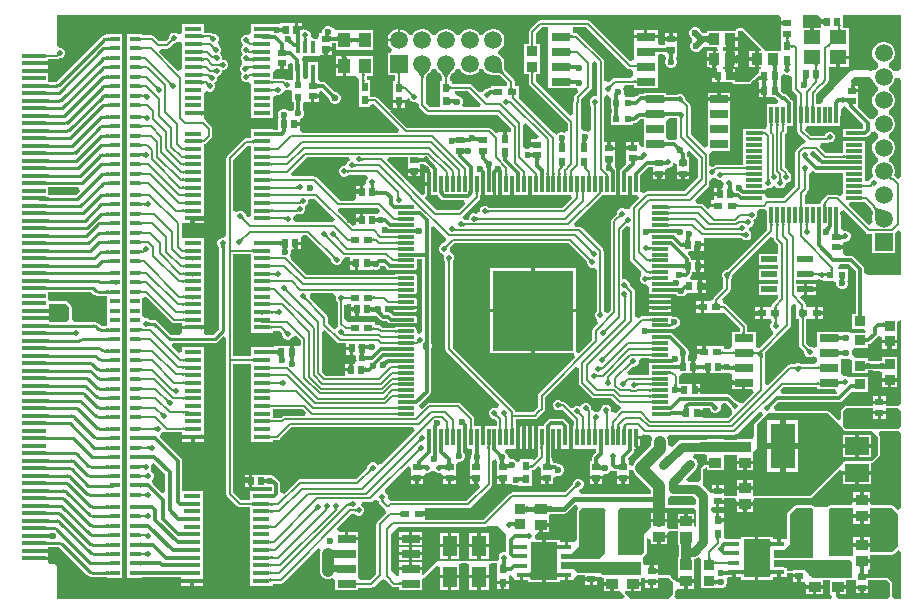
<source format=gtl>
G04*
G04 #@! TF.GenerationSoftware,Altium Limited,Altium Designer,24.4.1 (13)*
G04*
G04 Layer_Physical_Order=1*
G04 Layer_Color=255*
%FSLAX44Y44*%
%MOMM*%
G71*
G04*
G04 #@! TF.SameCoordinates,5CD8CDA4-0F32-4F39-920B-777DEE314C42*
G04*
G04*
G04 #@! TF.FilePolarity,Positive*
G04*
G01*
G75*
%ADD10C,0.2000*%
%ADD11C,0.2500*%
%ADD14C,0.1500*%
%ADD17R,0.6400X0.6000*%
%ADD18R,0.4000X1.0500*%
%ADD19R,0.6000X0.5000*%
%ADD20R,1.4750X0.4500*%
%ADD21R,0.9000X0.4500*%
%ADD22R,0.6000X0.6400*%
%ADD23R,1.0000X0.9000*%
%ADD24R,0.5000X0.6000*%
%ADD25R,1.3300X0.5300*%
%ADD26R,0.3000X1.4750*%
%ADD27R,1.4750X0.3000*%
%ADD28R,1.5250X0.7000*%
%ADD29R,0.9500X0.9000*%
%ADD30R,1.6500X0.6500*%
%ADD31R,0.7500X0.6000*%
%ADD32R,0.9500X0.8500*%
%ADD33R,0.9000X1.0000*%
%ADD34R,1.1000X1.3000*%
%ADD35R,0.6000X0.7500*%
%ADD36R,6.8500X6.8500*%
%ADD37R,2.0000X1.5000*%
%ADD38R,2.0000X3.8000*%
%ADD39R,1.5000X3.6000*%
%ADD40R,0.9500X0.3500*%
%ADD41R,2.3000X3.2300*%
%ADD42R,1.2300X1.8000*%
%ADD43R,2.0000X0.3800*%
%ADD44R,1.4000X1.2000*%
%ADD78C,0.2560*%
%ADD79C,0.3000*%
%ADD80C,0.6000*%
%ADD81C,1.0000*%
%ADD82C,0.5000*%
%ADD83C,0.4000*%
%ADD84C,0.8000*%
%ADD85C,1.5000*%
%ADD86R,1.5000X1.5000*%
%ADD87C,0.5000*%
%ADD88C,0.6000*%
G36*
X849600Y694451D02*
Y693424D01*
X849722Y693435D01*
X850176Y693510D01*
X850570Y693615D01*
X850903Y693750D01*
X851176Y693915D01*
X851388Y694110D01*
X851540Y694335D01*
X851631Y694590D01*
X851661Y694875D01*
Y693250D01*
X854600D01*
Y690250D01*
X851661D01*
Y688875D01*
X851631Y689160D01*
X851540Y689415D01*
X851388Y689640D01*
X851176Y689835D01*
X850903Y690000D01*
X850570Y690135D01*
X850176Y690240D01*
X850115Y690250D01*
X849600D01*
Y688920D01*
X849600Y686550D01*
X846621Y686500D01*
X843500D01*
Y678500D01*
X840500D01*
Y686500D01*
X834059D01*
Y697000D01*
X834429Y697451D01*
X846808D01*
X849600Y694451D01*
D02*
G37*
G36*
X393630Y682000D02*
X393601Y682285D01*
X393511Y682540D01*
X393360Y682765D01*
X393150Y682960D01*
X392881Y683125D01*
X392551Y683260D01*
X392160Y683365D01*
X392106Y683374D01*
X392000Y683350D01*
X391786Y683284D01*
X391592Y683206D01*
X391421Y683116D01*
X391271Y683014D01*
X391142Y682900D01*
Y683486D01*
X390630Y683500D01*
Y686500D01*
X391142Y686514D01*
Y687100D01*
X391271Y686986D01*
X391421Y686884D01*
X391592Y686794D01*
X391786Y686716D01*
X392000Y686650D01*
X392106Y686626D01*
X392160Y686635D01*
X392551Y686740D01*
X392881Y686875D01*
X393150Y687040D01*
X393360Y687235D01*
X393511Y687460D01*
X393601Y687715D01*
X393630Y688000D01*
Y682000D01*
D02*
G37*
G36*
X866369Y688580D02*
X866280Y688560D01*
X866200Y688501D01*
X866130Y688400D01*
X866069Y688260D01*
X866017Y688081D01*
X865975Y687860D01*
X865942Y687600D01*
X865905Y686961D01*
X865900Y686581D01*
X863900D01*
X863890Y686965D01*
X863860Y687309D01*
X863810Y687612D01*
X863740Y687876D01*
X863650Y688099D01*
X863540Y688282D01*
X863410Y688425D01*
X863260Y688527D01*
X863090Y688589D01*
X862900Y688611D01*
X866369Y688580D01*
D02*
G37*
G36*
X865910Y686084D02*
X865940Y685739D01*
X865990Y685434D01*
X866060Y685170D01*
X866150Y684947D01*
X866260Y684764D01*
X866390Y684622D01*
X866540Y684520D01*
X866710Y684459D01*
X866900Y684439D01*
X862900D01*
X863090Y684459D01*
X863260Y684520D01*
X863410Y684622D01*
X863540Y684764D01*
X863650Y684947D01*
X863740Y685170D01*
X863810Y685434D01*
X863860Y685739D01*
X863890Y686084D01*
X863900Y686469D01*
X865900D01*
X865910Y686084D01*
D02*
G37*
G36*
X383755Y687762D02*
X383844Y687576D01*
X383994Y687411D01*
X384204Y687269D01*
X384474Y687149D01*
X384804Y687050D01*
X385195Y686973D01*
X385644Y686919D01*
X386028Y686951D01*
X386267Y686994D01*
X386484Y687047D01*
X386679Y687108D01*
X386853Y687180D01*
X387006Y687261D01*
X387137Y687351D01*
X386725Y684078D01*
Y683875D01*
X386699Y683875D01*
X386612Y683184D01*
X386495Y683316D01*
X386356Y683433D01*
X386194Y683537D01*
X386009Y683626D01*
X385801Y683702D01*
X385570Y683764D01*
X385317Y683813D01*
X385280Y683818D01*
X384204Y683751D01*
X383994Y683706D01*
X383844Y683654D01*
X383755Y683596D01*
X383725Y683531D01*
Y687970D01*
X383755Y687762D01*
D02*
G37*
G36*
X432427Y680529D02*
X433168Y680237D01*
X433022Y680159D01*
X432892Y680055D01*
X432776Y679926D01*
X432677Y679771D01*
X432592Y679590D01*
X432523Y679384D01*
X432469Y679151D01*
X432431Y678893D01*
X432408Y678609D01*
X432400Y678300D01*
X429400Y679703D01*
X429399Y680041D01*
X429377Y680369D01*
X429370D01*
X429375Y680385D01*
X429375Y680386D01*
X429287Y681700D01*
X429261Y681777D01*
X429398Y681723D01*
X429400Y681900D01*
X432400D01*
X432427Y680529D01*
D02*
G37*
G36*
X408369Y681831D02*
X408310Y681801D01*
X408257Y681711D01*
X408210Y681561D01*
X408170Y681350D01*
X408135Y681080D01*
X408085Y680360D01*
X408057Y678830D01*
X405057D01*
X405042Y679405D01*
X404997Y679918D01*
X404922Y680372D01*
X404817Y680765D01*
X404682Y681099D01*
X404517Y681372D01*
X404322Y681584D01*
X404097Y681737D01*
X403842Y681829D01*
X403557Y681861D01*
X408369Y681831D01*
D02*
G37*
G36*
X333181Y679814D02*
X333651Y679409D01*
X333739Y679350D01*
X333816Y679308D01*
X333882Y679283D01*
X333937Y679274D01*
X333979Y679282D01*
X332541Y677451D01*
X332537Y677488D01*
X332513Y677541D01*
X332469Y677610D01*
X332407Y677696D01*
X332223Y677914D01*
X331801Y678362D01*
X331621Y678543D01*
X333036Y679957D01*
X333181Y679814D01*
D02*
G37*
G36*
X324954Y681060D02*
X325015Y680890D01*
X325117Y680740D01*
X325259Y680610D01*
X325442Y680500D01*
X325665Y680410D01*
X325929Y680340D01*
X326233Y680290D01*
X326579Y680260D01*
X326964Y680250D01*
Y678250D01*
X326579Y678240D01*
X326233Y678210D01*
X325929Y678160D01*
X325665Y678090D01*
X325442Y678000D01*
X325259Y677890D01*
X325117Y677760D01*
X325015Y677610D01*
X324954Y677440D01*
X324934Y677250D01*
Y681250D01*
X324954Y681060D01*
D02*
G37*
G36*
X637209Y680810D02*
X637270Y680640D01*
X637372Y680490D01*
X637514Y680360D01*
X637697Y680250D01*
X637920Y680160D01*
X638184Y680090D01*
X638489Y680040D01*
X638834Y680010D01*
X639220Y680000D01*
Y678000D01*
X638834Y677990D01*
X638489Y677960D01*
X638184Y677910D01*
X637920Y677840D01*
X637697Y677750D01*
X637514Y677640D01*
X637372Y677510D01*
X637270Y677360D01*
X637209Y677190D01*
X637189Y677000D01*
Y681000D01*
X637209Y680810D01*
D02*
G37*
G36*
X383755Y681190D02*
X383844Y680940D01*
X383994Y680720D01*
X384204Y680529D01*
X384474Y680367D01*
X384804Y680235D01*
X385195Y680132D01*
X385644Y680059D01*
X386155Y680015D01*
X386725Y680000D01*
Y677000D01*
X383725Y677030D01*
Y681469D01*
X383755Y681190D01*
D02*
G37*
G36*
X822810Y678611D02*
X822640Y678550D01*
X822490Y678450D01*
X822360Y678310D01*
X822250Y678130D01*
X822160Y677911D01*
X822090Y677651D01*
X822040Y677350D01*
X822010Y677010D01*
X822000Y676630D01*
X820000D01*
X819990Y677010D01*
X819960Y677350D01*
X819910Y677651D01*
X819840Y677911D01*
X819750Y678130D01*
X819640Y678310D01*
X819510Y678450D01*
X819360Y678550D01*
X819190Y678611D01*
X819000Y678631D01*
X823000D01*
X822810Y678611D01*
D02*
G37*
G36*
X414608Y678062D02*
X414480Y677899D01*
X414367Y677725D01*
X414270Y677541D01*
X414188Y677346D01*
X414120Y677140D01*
X414067Y676923D01*
X414030Y676696D01*
X414026Y676651D01*
X414039Y676499D01*
X414087Y676199D01*
X414155Y675939D01*
X414242Y675720D01*
X414349Y675539D01*
X414475Y675399D01*
X414621Y675300D01*
X414785Y675239D01*
X414969Y675219D01*
X411031D01*
X411215Y675239D01*
X411380Y675300D01*
X411525Y675399D01*
X411651Y675539D01*
X411758Y675720D01*
X411845Y675939D01*
X411913Y676199D01*
X411961Y676499D01*
X411974Y676651D01*
X411970Y676696D01*
X411932Y676923D01*
X411880Y677140D01*
X411813Y677346D01*
X411730Y677541D01*
X411632Y677725D01*
X411520Y677899D01*
X411393Y678062D01*
X411250Y678215D01*
X414750D01*
X414608Y678062D01*
D02*
G37*
G36*
X408061Y677650D02*
X408205Y675699D01*
X408259Y675490D01*
X408321Y675340D01*
X408391Y675249D01*
X408470Y675219D01*
X404530D01*
X404631Y675249D01*
X404720Y675340D01*
X404799Y675490D01*
X404867Y675699D01*
X404925Y675969D01*
X404973Y676300D01*
X405036Y677140D01*
X405057Y678220D01*
X408057D01*
X408061Y677650D01*
D02*
G37*
G36*
X272990Y678810D02*
X273050Y678640D01*
X273150Y678490D01*
X273290Y678360D01*
X273470Y678250D01*
X273689Y678160D01*
X273950Y678090D01*
X274249Y678040D01*
X274590Y678010D01*
X274970Y678000D01*
Y676000D01*
X274590Y675990D01*
X274249Y675960D01*
X273950Y675910D01*
X273689Y675840D01*
X273470Y675750D01*
X273290Y675640D01*
X273150Y675510D01*
X273050Y675360D01*
X272990Y675190D01*
X272969Y675000D01*
Y679000D01*
X272990Y678810D01*
D02*
G37*
G36*
X247031Y674780D02*
X247006Y674965D01*
X246931Y675129D01*
X246805Y675275D01*
X246630Y675401D01*
X246406Y675508D01*
X246131Y675595D01*
X245805Y675663D01*
X245431Y675711D01*
X245005Y675740D01*
X244531Y675750D01*
Y678250D01*
X245005Y678260D01*
X245805Y678337D01*
X246131Y678405D01*
X246406Y678492D01*
X246630Y678599D01*
X246805Y678725D01*
X246931Y678870D01*
X247006Y679035D01*
X247031Y679219D01*
Y674780D01*
D02*
G37*
G36*
X301975Y675500D02*
X301766Y675493D01*
X301561Y675468D01*
X301359Y675425D01*
X301159Y675363D01*
X300963Y675283D01*
X300769Y675185D01*
X300579Y675069D01*
X300392Y674935D01*
X300208Y674783D01*
X300026Y674612D01*
X298612Y676026D01*
X298783Y676208D01*
X298935Y676392D01*
X299069Y676579D01*
X299186Y676769D01*
X299283Y676963D01*
X299363Y677159D01*
X299425Y677358D01*
X299468Y677561D01*
X299493Y677766D01*
X299500Y677975D01*
X301975Y675500D01*
D02*
G37*
G36*
X822010Y676084D02*
X822040Y675739D01*
X822090Y675434D01*
X822160Y675170D01*
X822250Y674947D01*
X822360Y674764D01*
X822490Y674622D01*
X822640Y674520D01*
X822810Y674459D01*
X823000Y674439D01*
X819000D01*
X819190Y674459D01*
X819360Y674520D01*
X819510Y674622D01*
X819640Y674764D01*
X819750Y674947D01*
X819840Y675170D01*
X819910Y675434D01*
X819960Y675739D01*
X819990Y676084D01*
X820000Y676469D01*
X822000D01*
X822010Y676084D01*
D02*
G37*
G36*
X433200Y680090D02*
X433289Y679840D01*
X433439Y679620D01*
X433649Y679429D01*
X433919Y679267D01*
X434249Y679135D01*
X434640Y679032D01*
X435089Y678959D01*
X435600Y678915D01*
X436170Y678900D01*
Y675900D01*
X435600Y675885D01*
X435089Y675841D01*
X434640Y675768D01*
X434249Y675665D01*
X433919Y675533D01*
X433649Y675371D01*
X433439Y675180D01*
X433289Y674959D01*
X433200Y674710D01*
X433170Y674430D01*
Y680369D01*
X433200Y680090D01*
D02*
G37*
G36*
X440561Y674400D02*
X440531Y674685D01*
X440440Y674940D01*
X440288Y675165D01*
X440076Y675360D01*
X439803Y675525D01*
X439470Y675660D01*
X439076Y675765D01*
X438621Y675840D01*
X438106Y675885D01*
X437531Y675900D01*
Y678900D01*
X438106Y678915D01*
X438621Y678960D01*
X439076Y679035D01*
X439470Y679140D01*
X439803Y679275D01*
X440076Y679440D01*
X440288Y679635D01*
X440440Y679860D01*
X440531Y680115D01*
X440561Y680400D01*
Y674400D01*
D02*
G37*
G36*
X457561Y673000D02*
X457531Y673285D01*
X457440Y673540D01*
X457288Y673765D01*
X457076Y673960D01*
X456803Y674125D01*
X456470Y674260D01*
X456076Y674365D01*
X455621Y674440D01*
X455106Y674485D01*
X454530Y674500D01*
Y677500D01*
X455106Y677515D01*
X455621Y677560D01*
X456076Y677635D01*
X456470Y677740D01*
X456803Y677875D01*
X457076Y678040D01*
X457288Y678235D01*
X457440Y678460D01*
X457531Y678715D01*
X457561Y679000D01*
Y673000D01*
D02*
G37*
G36*
X451469Y678715D02*
X451560Y678460D01*
X451712Y678235D01*
X451924Y678040D01*
X452197Y677875D01*
X452530Y677740D01*
X452924Y677635D01*
X453378Y677560D01*
X453894Y677515D01*
X454469Y677500D01*
Y674500D01*
X453894Y674485D01*
X453378Y674440D01*
X452924Y674365D01*
X452530Y674260D01*
X452197Y674125D01*
X451924Y673960D01*
X451712Y673765D01*
X451560Y673540D01*
X451469Y673285D01*
X451439Y673000D01*
Y679000D01*
X451469Y678715D01*
D02*
G37*
G36*
X400999Y676670D02*
X401027Y676490D01*
X401079Y676303D01*
X401156Y676110D01*
X401257Y675910D01*
X401383Y675704D01*
X401533Y675491D01*
X401708Y675271D01*
X402130Y674813D01*
X399906Y672795D01*
X399673Y673019D01*
X399230Y673399D01*
X399019Y673555D01*
X398815Y673687D01*
X398618Y673796D01*
X398429Y673882D01*
X398247Y673945D01*
X398072Y673985D01*
X397904Y674001D01*
X400996Y676844D01*
X400999Y676670D01*
D02*
G37*
G36*
X365437Y675365D02*
X365434Y675165D01*
X365453Y674967D01*
X365494Y674771D01*
X365556Y674578D01*
X365641Y674386D01*
X365747Y674196D01*
X365875Y674009D01*
X366025Y673823D01*
X366196Y673640D01*
X364525Y672483D01*
X364346Y672653D01*
X363980Y672950D01*
X363793Y673077D01*
X363603Y673189D01*
X363411Y673286D01*
X363216Y673369D01*
X363019Y673437D01*
X362818Y673491D01*
X362616Y673530D01*
X365462Y675566D01*
X365437Y675365D01*
D02*
G37*
G36*
X754781Y672219D02*
X754733Y672653D01*
X754589Y673040D01*
X754350Y673383D01*
X754016Y673679D01*
X753585Y673930D01*
X753059Y674135D01*
X752438Y674295D01*
X751721Y674409D01*
X750908Y674477D01*
X750000Y674500D01*
Y679500D01*
X750908Y679523D01*
X751721Y679591D01*
X752438Y679705D01*
X753059Y679865D01*
X753585Y680070D01*
X754016Y680321D01*
X754350Y680618D01*
X754589Y680959D01*
X754733Y681347D01*
X754781Y681780D01*
Y672219D01*
D02*
G37*
G36*
X369066Y670750D02*
X369046Y670940D01*
X368985Y671110D01*
X368883Y671260D01*
X368741Y671390D01*
X368558Y671500D01*
X368335Y671590D01*
X368071Y671660D01*
X367766Y671710D01*
X367421Y671740D01*
X367035Y671750D01*
Y673750D01*
X367421Y673760D01*
X367766Y673790D01*
X368071Y673840D01*
X368335Y673910D01*
X368558Y674000D01*
X368741Y674110D01*
X368883Y674240D01*
X368985Y674390D01*
X369046Y674560D01*
X369066Y674750D01*
Y670750D01*
D02*
G37*
G36*
X324954Y674560D02*
X325015Y674390D01*
X325117Y674240D01*
X325259Y674110D01*
X325442Y674000D01*
X325665Y673910D01*
X325929Y673840D01*
X326233Y673790D01*
X326579Y673760D01*
X326964Y673750D01*
Y671750D01*
X326579Y671740D01*
X326233Y671710D01*
X325929Y671660D01*
X325665Y671590D01*
X325442Y671500D01*
X325259Y671390D01*
X325117Y671260D01*
X325015Y671110D01*
X324954Y670940D01*
X324934Y670750D01*
Y674750D01*
X324954Y674560D01*
D02*
G37*
G36*
X605757Y671935D02*
X605780Y671680D01*
X605817Y671454D01*
X605870Y671260D01*
X605938Y671095D01*
X606020Y670959D01*
X606118Y670854D01*
X606230Y670779D01*
X606357Y670734D01*
X606500Y670720D01*
X603500D01*
X603643Y670734D01*
X603770Y670779D01*
X603882Y670854D01*
X603980Y670959D01*
X604062Y671095D01*
X604130Y671260D01*
X604183Y671454D01*
X604220Y671680D01*
X604243Y671935D01*
X604250Y672219D01*
X605750D01*
X605757Y671935D01*
D02*
G37*
G36*
X404530Y670291D02*
X404515Y670297D01*
X404469Y670302D01*
X404393Y670307D01*
X403000Y670322D01*
Y673322D01*
X404530Y673352D01*
Y670291D01*
D02*
G37*
G36*
X307915Y674164D02*
X308245Y673961D01*
Y662000D01*
Y651323D01*
X305245Y650081D01*
X289384Y665941D01*
X290627Y668941D01*
X296000D01*
X296000Y668941D01*
X297171Y669174D01*
X298163Y669837D01*
X301826Y673500D01*
X302895D01*
X304549Y674185D01*
X305245Y674881D01*
X307915Y674164D01*
D02*
G37*
G36*
X823959Y672560D02*
X824020Y672390D01*
X824122Y672240D01*
X824264Y672110D01*
X824447Y672000D01*
X824670Y671910D01*
X824934Y671840D01*
X825238Y671790D01*
X825584Y671760D01*
X825969Y671750D01*
Y669750D01*
X825584Y669740D01*
X825238Y669710D01*
X824934Y669660D01*
X824670Y669590D01*
X824447Y669500D01*
X824264Y669390D01*
X824122Y669260D01*
X824020Y669110D01*
X823959Y668940D01*
X823939Y668750D01*
Y672750D01*
X823959Y672560D01*
D02*
G37*
G36*
X394533Y670794D02*
X394578Y670278D01*
X394653Y669824D01*
X394758Y669430D01*
X394893Y669097D01*
X395058Y668824D01*
X395253Y668612D01*
X395478Y668460D01*
X395733Y668369D01*
X396018Y668339D01*
X390018D01*
X390303Y668369D01*
X390558Y668460D01*
X390783Y668612D01*
X390978Y668824D01*
X391143Y669097D01*
X391278Y669430D01*
X391383Y669824D01*
X391458Y670278D01*
X391503Y670794D01*
X391518Y671369D01*
X394518D01*
X394533Y670794D01*
D02*
G37*
G36*
X335207Y671217D02*
X335392Y671065D01*
X335579Y670931D01*
X335769Y670815D01*
X335963Y670717D01*
X336159Y670637D01*
X336359Y670575D01*
X336561Y670532D01*
X336767Y670507D01*
X336975Y670500D01*
X334500Y668025D01*
X334493Y668233D01*
X334468Y668439D01*
X334425Y668642D01*
X334363Y668841D01*
X334283Y669037D01*
X334185Y669231D01*
X334069Y669421D01*
X333935Y669608D01*
X333783Y669792D01*
X333612Y669974D01*
X335026Y671388D01*
X335207Y671217D01*
D02*
G37*
G36*
X815800Y694451D02*
Y691900D01*
X821000D01*
Y688900D01*
X815800D01*
Y685400D01*
Y676600D01*
X816000Y676500D01*
Y669689D01*
X815250Y667000D01*
X803691D01*
X801571Y667880D01*
X800497Y669274D01*
X800269Y669615D01*
Y669615D01*
X800268Y669615D01*
X784392Y685492D01*
X783730Y685934D01*
X782950Y686089D01*
X780499D01*
X780459Y686081D01*
X780418Y686088D01*
X779168Y686038D01*
X778820Y685954D01*
X778470Y685884D01*
X778435Y685861D01*
X778395Y685851D01*
X778106Y685641D01*
X777808Y685442D01*
X777785Y685407D01*
X777751Y685383D01*
X777565Y685078D01*
X777366Y684780D01*
X777358Y684740D01*
X777336Y684704D01*
X777281Y684351D01*
X777211Y684000D01*
X768750D01*
X766250Y684000D01*
Y684000D01*
X765750D01*
Y684000D01*
X752750D01*
Y681975D01*
X749750Y681739D01*
X747651Y683838D01*
X747239Y684832D01*
X745832Y686239D01*
X743995Y687000D01*
X742005D01*
X740168Y686239D01*
X738761Y684832D01*
X738000Y682995D01*
Y681005D01*
X738761Y679168D01*
X739969Y677960D01*
X740203Y677429D01*
X740507Y674578D01*
X739761Y673832D01*
X739000Y671995D01*
Y670005D01*
X739761Y668168D01*
X741168Y666761D01*
X743005Y666000D01*
X744995D01*
X746832Y666761D01*
X748239Y668168D01*
X748651Y669162D01*
X749750Y670261D01*
X752750Y670000D01*
Y670000D01*
X761122D01*
X762664Y667000D01*
X760750D01*
Y660000D01*
X759250D01*
Y658500D01*
X754811D01*
Y657000D01*
X754781Y657285D01*
X754690Y657540D01*
X754538Y657765D01*
X754326Y657960D01*
X754053Y658125D01*
X753720Y658260D01*
X753326Y658365D01*
X752871Y658440D01*
X752862Y658441D01*
X752750Y658419D01*
Y653000D01*
X755346D01*
X757600Y651200D01*
Y647791D01*
X757786Y647716D01*
X758000Y647650D01*
X758112Y647625D01*
X758176Y647635D01*
X758570Y647740D01*
X758903Y647875D01*
X759176Y648040D01*
X759388Y648235D01*
X759540Y648460D01*
X759631Y648715D01*
X759661Y649000D01*
Y647500D01*
X762600D01*
Y646000D01*
X764100D01*
Y640800D01*
X774401D01*
X774516Y640220D01*
X774958Y639558D01*
X775620Y639116D01*
X776400Y638961D01*
X788632D01*
X788829Y639000D01*
X789030D01*
X789216Y639077D01*
X789413Y639116D01*
X789580Y639228D01*
X789765Y639305D01*
X789907Y639446D01*
X790074Y639558D01*
X790186Y639725D01*
X790328Y639867D01*
X790607Y640284D01*
X792285Y641963D01*
X795934Y641670D01*
X796600Y640800D01*
Y638200D01*
X796600D01*
Y634500D01*
X801600D01*
Y633000D01*
X803100D01*
Y627800D01*
X810353D01*
X813398Y624755D01*
X813301Y623821D01*
X812378Y621755D01*
X804000D01*
Y603319D01*
X803885Y603045D01*
X802958Y602042D01*
X801831Y601000D01*
X783245D01*
Y589000D01*
Y579000D01*
Y570304D01*
X760500D01*
X759427Y570090D01*
X758517Y569483D01*
X758059Y569024D01*
X755059Y569765D01*
Y579000D01*
X754969Y579450D01*
X756211Y581685D01*
X756911Y582450D01*
X772745D01*
Y592150D01*
X772745Y594300D01*
X772745Y596450D01*
X772745Y607000D01*
X772745Y609150D01*
X772745Y619700D01*
X772745Y621850D01*
Y624550D01*
X763120D01*
X753495D01*
Y621850D01*
X753495Y619700D01*
X753495Y617550D01*
X753495Y607000D01*
X753495Y604850D01*
X753495Y594300D01*
X753495Y592150D01*
Y586073D01*
X750495Y584831D01*
X739059Y596267D01*
Y620000D01*
X739059Y620000D01*
X738826Y621171D01*
X738163Y622163D01*
X738163Y622163D01*
X734500Y625826D01*
Y626895D01*
X733815Y628549D01*
X732549Y629815D01*
X730895Y630500D01*
X729105D01*
X727451Y629815D01*
X727255Y629619D01*
X718505D01*
Y631550D01*
X699255D01*
Y630569D01*
X697000D01*
X695634Y630297D01*
X694477Y629523D01*
X693340Y628387D01*
X690500Y628000D01*
Y628000D01*
X684048D01*
X683951Y628070D01*
X682291Y631000D01*
X682500Y631505D01*
Y633495D01*
X681921Y634891D01*
X682621Y636674D01*
X683422Y637891D01*
X690750D01*
Y635700D01*
X711250D01*
Y645400D01*
X711250Y646200D01*
Y648400D01*
X711250Y649200D01*
Y658100D01*
X711250Y658900D01*
X711250Y661531D01*
X712047Y664219D01*
X714929Y664510D01*
X717300Y663100D01*
X718165Y660100D01*
X717500Y658495D01*
Y656505D01*
X718261Y654668D01*
X719668Y653261D01*
X721505Y652500D01*
X723494D01*
X725332Y653261D01*
X726739Y654668D01*
X727500Y656505D01*
Y658495D01*
X726835Y660100D01*
X727700Y663100D01*
X727700D01*
Y671900D01*
Y675400D01*
X717300D01*
Y671669D01*
X713347D01*
X711250Y673800D01*
X711250Y674669D01*
Y677550D01*
X701000D01*
X690750D01*
Y674600D01*
X690750Y673800D01*
Y671600D01*
X690750Y670800D01*
Y661900D01*
X690750Y661100D01*
Y658900D01*
X687750Y658215D01*
X653983Y691983D01*
X653073Y692590D01*
X652000Y692804D01*
X612000D01*
X610927Y692590D01*
X610017Y691983D01*
X603017Y684983D01*
X602410Y684073D01*
X602196Y683000D01*
Y672750D01*
X598250D01*
Y662750D01*
X598250Y660250D01*
X598250Y657250D01*
Y647250D01*
X601941D01*
Y640000D01*
X601941Y640000D01*
X602174Y638829D01*
X602837Y637837D01*
X634941Y605733D01*
Y599365D01*
X634343Y598762D01*
X631941Y597608D01*
X630994Y598000D01*
X629005D01*
X627168Y597239D01*
X625761Y595832D01*
X623167Y597158D01*
X595391Y624935D01*
X593500Y627000D01*
X593500D01*
X593500Y627000D01*
Y637000D01*
X590059D01*
Y641000D01*
X590059Y641000D01*
X589826Y642170D01*
X589163Y643163D01*
X589163Y643163D01*
X581657Y650668D01*
X581622Y650774D01*
X581469Y651380D01*
X581340Y652089D01*
X581241Y652884D01*
X581198Y653623D01*
X581500Y654749D01*
Y657251D01*
X580853Y659667D01*
X579602Y661833D01*
X577833Y663602D01*
X576558Y664338D01*
X576373Y664922D01*
Y667078D01*
X576558Y667662D01*
X577833Y668398D01*
X579602Y670167D01*
X580853Y672333D01*
X581500Y674749D01*
Y677251D01*
X580853Y679667D01*
X579602Y681833D01*
X577833Y683602D01*
X575667Y684853D01*
X573251Y685500D01*
X570749D01*
X568333Y684853D01*
X566167Y683602D01*
X564398Y681833D01*
X563662Y680558D01*
X563078Y680373D01*
X560922D01*
X560338Y680558D01*
X559602Y681833D01*
X557833Y683602D01*
X555667Y684853D01*
X553251Y685500D01*
X550749D01*
X548333Y684853D01*
X546167Y683602D01*
X544398Y681833D01*
X543662Y680558D01*
X543078Y680373D01*
X540922D01*
X540338Y680558D01*
X539602Y681833D01*
X537833Y683602D01*
X535667Y684853D01*
X533251Y685500D01*
X530749D01*
X528333Y684853D01*
X526167Y683602D01*
X524398Y681833D01*
X523662Y680558D01*
X523078Y680373D01*
X520922D01*
X520338Y680558D01*
X519602Y681833D01*
X517833Y683602D01*
X515667Y684853D01*
X513251Y685500D01*
X510749D01*
X508333Y684853D01*
X506167Y683602D01*
X504398Y681833D01*
X503662Y680558D01*
X503078Y680373D01*
X500922D01*
X500338Y680558D01*
X499602Y681833D01*
X497833Y683602D01*
X495667Y684853D01*
X493251Y685500D01*
X493000D01*
Y676000D01*
X492000D01*
Y675000D01*
X482500D01*
Y674749D01*
X483147Y672333D01*
X484398Y670167D01*
X486065Y668500D01*
X486043Y668030D01*
X485187Y665500D01*
X482500D01*
Y646500D01*
X488941D01*
Y641500D01*
X487000D01*
Y630000D01*
Y625750D01*
X492000D01*
X498276D01*
X500000Y627194D01*
X500500Y627105D01*
X501185Y625451D01*
X502451Y624185D01*
X504105Y623500D01*
X505895D01*
X505941Y623519D01*
X508941Y621658D01*
Y621000D01*
X508941Y621000D01*
X509174Y619829D01*
X509837Y618837D01*
X514837Y613837D01*
X514837Y613837D01*
X515829Y613174D01*
X517000Y612941D01*
X575511D01*
X583337Y605115D01*
X583337Y605115D01*
X586941Y601511D01*
Y598500D01*
X583549D01*
X583559Y598390D01*
X583632Y597939D01*
X583735Y597550D01*
X583867Y597220D01*
X584029Y596950D01*
X584220Y596740D01*
X584440Y596590D01*
X584690Y596499D01*
X584969Y596469D01*
X583500D01*
Y592750D01*
X580500D01*
Y596469D01*
X579030D01*
X579310Y596499D01*
X579560Y596590D01*
X579780Y596740D01*
X579971Y596950D01*
X580133Y597220D01*
X580265Y597550D01*
X580368Y597939D01*
X580441Y598390D01*
X580451Y598500D01*
X577000D01*
Y598500D01*
X574000Y597326D01*
X570163Y601163D01*
X569170Y601826D01*
X568000Y602059D01*
X568000Y602059D01*
X499267D01*
X484995Y616330D01*
X487068Y618500D01*
X490500D01*
Y622750D01*
X487000D01*
Y618568D01*
X484830Y616496D01*
X473913Y627413D01*
X472920Y628076D01*
X471750Y628309D01*
X471750Y628309D01*
X468000D01*
Y642500D01*
X465059D01*
Y645500D01*
X470500D01*
Y662500D01*
X456500D01*
X453500Y662500D01*
X452500Y662500D01*
X447549D01*
X447560Y662378D01*
X447635Y661924D01*
X447653Y661858D01*
X448100D01*
X447986Y661729D01*
X447884Y661579D01*
X447794Y661407D01*
X447792Y661402D01*
X447875Y661197D01*
X448040Y660924D01*
X448235Y660712D01*
X448460Y660560D01*
X448715Y660469D01*
X449000Y660439D01*
X447547D01*
X447524Y660226D01*
X447500Y659602D01*
X447500D01*
Y654000D01*
Y645500D01*
X452500D01*
X455941Y645500D01*
X456928Y645056D01*
X458000Y642500D01*
X458000D01*
Y631000D01*
Y619500D01*
X468000D01*
Y620943D01*
X471000Y621674D01*
X492099Y600575D01*
X490951Y597804D01*
X410573D01*
X408400Y599800D01*
Y603451D01*
X408279Y603440D01*
X407824Y603365D01*
X407430Y603260D01*
X407097Y603125D01*
X406824Y602960D01*
X406612Y602765D01*
X406460Y602540D01*
X406369Y602285D01*
X406339Y602000D01*
Y603500D01*
X403400D01*
Y606500D01*
X406339D01*
Y608000D01*
X406369Y607715D01*
X406460Y607460D01*
X406612Y607235D01*
X406824Y607040D01*
X407097Y606875D01*
X407430Y606740D01*
X407824Y606635D01*
X408279Y606560D01*
X408400Y606549D01*
Y609168D01*
X409832Y609761D01*
X411239Y611168D01*
X412000Y613005D01*
Y614995D01*
X411239Y616832D01*
X410569Y617503D01*
Y622069D01*
X412000Y623500D01*
X414958Y623600D01*
X417500D01*
Y628600D01*
X419000D01*
Y630100D01*
X424200D01*
Y631794D01*
X426082Y632622D01*
X427200Y632753D01*
X433000Y626953D01*
Y626005D01*
X433761Y624168D01*
X435168Y622761D01*
X437005Y622000D01*
X438994D01*
X440832Y622761D01*
X442239Y624168D01*
X443000Y626005D01*
Y627995D01*
X442239Y629832D01*
X440832Y631239D01*
X438994Y632000D01*
X438047D01*
X430523Y639523D01*
X429366Y640297D01*
X428000Y640569D01*
X425476D01*
X424200Y641977D01*
Y642400D01*
X423500Y642750D01*
Y657250D01*
X415500D01*
Y644780D01*
X413500Y643187D01*
X410500Y644387D01*
Y657250D01*
X410500D01*
X409689Y660250D01*
X410553Y661852D01*
X411312Y662750D01*
X422152D01*
X423500Y662750D01*
X426148Y663600D01*
X428451D01*
X428440Y663721D01*
X428365Y664176D01*
X428260Y664570D01*
X428125Y664903D01*
X427960Y665176D01*
X427765Y665388D01*
X427540Y665540D01*
X427285Y665631D01*
X427000Y665661D01*
X428500D01*
Y668600D01*
X430000D01*
Y670100D01*
X435200D01*
Y673831D01*
X438500D01*
Y667500D01*
X453500D01*
Y667500D01*
X455500D01*
Y667500D01*
X470500D01*
Y684500D01*
X455500D01*
Y684500D01*
X453500D01*
Y684500D01*
X438500D01*
X436107Y685965D01*
X434832Y687239D01*
X432995Y688000D01*
X431005D01*
X429168Y687239D01*
X427761Y685832D01*
X427000Y683995D01*
Y682400D01*
X424800D01*
Y679712D01*
X423500Y677250D01*
X419979Y677250D01*
X417500Y679105D01*
Y680895D01*
X416815Y682549D01*
X415549Y683815D01*
X413895Y684500D01*
X412105D01*
X410482Y686919D01*
Y684982D01*
X410076Y684976D01*
X409391Y684927D01*
X409113Y684884D01*
X408877Y684829D01*
X408684Y684762D01*
X408534Y684682D01*
X408426Y684590D01*
X408361Y684486D01*
X408339Y684370D01*
X408369Y688169D01*
X408391Y688134D01*
X408454Y688102D01*
X408560Y688074D01*
X408708Y688049D01*
X408898Y688029D01*
X409721Y687990D01*
X410400Y687983D01*
Y690200D01*
X406900D01*
Y685000D01*
X403900D01*
Y690200D01*
X391600D01*
Y690200D01*
X390801Y689666D01*
X389995Y690000D01*
X385755D01*
X385755Y690000D01*
X367005D01*
Y682279D01*
X365367Y680929D01*
X364005Y680454D01*
X363895Y680500D01*
X362105D01*
X360451Y679815D01*
X359185Y678549D01*
X358500Y676895D01*
Y675105D01*
X359185Y673451D01*
X360308Y672000D01*
X359185Y670549D01*
X358500Y668895D01*
Y667105D01*
X359185Y665451D01*
X360136Y664500D01*
X359185Y663549D01*
X358500Y661895D01*
Y660105D01*
X359185Y658451D01*
X359436Y655959D01*
X358676Y655040D01*
X358185Y654549D01*
X357500Y652895D01*
Y651105D01*
X358185Y649451D01*
X359185Y647549D01*
X358500Y645895D01*
Y644105D01*
X359185Y642451D01*
X360451Y641185D01*
X362105Y640500D01*
X363895D01*
X364005Y640546D01*
X367005Y638721D01*
Y629500D01*
Y623000D01*
Y616500D01*
Y610000D01*
X385755D01*
Y616500D01*
Y627888D01*
X385851Y628018D01*
X388620Y629638D01*
X388755Y629645D01*
X389105Y629500D01*
X390895D01*
X392549Y630185D01*
X393815Y631451D01*
X396105Y633500D01*
X397895D01*
X399000Y633958D01*
X400579Y633717D01*
X402000Y632393D01*
X402000Y630500D01*
Y623500D01*
X403431D01*
Y617503D01*
X402761Y616832D01*
X402416Y616000D01*
X399239Y615832D01*
X397832Y617239D01*
X395995Y618000D01*
X394005D01*
X392168Y617239D01*
X390761Y615832D01*
X390000Y613995D01*
Y612005D01*
X390309Y611260D01*
X389600Y610200D01*
X389600D01*
Y600319D01*
X385755D01*
Y601000D01*
X367005D01*
Y593059D01*
X363000D01*
X361829Y592826D01*
X360837Y592163D01*
X346837Y578163D01*
X346174Y577170D01*
X345941Y576000D01*
X345941Y576000D01*
Y510900D01*
X343895Y508500D01*
X342105D01*
X340451Y507815D01*
X339185Y506549D01*
X338500Y504895D01*
Y503105D01*
X339185Y501451D01*
X339686Y500950D01*
Y431373D01*
X334627Y426314D01*
X328959D01*
X326995Y428500D01*
Y431211D01*
X326045Y431135D01*
X325714Y431070D01*
X325444Y430991D01*
X325234Y430897D01*
X325084Y430789D01*
X324995Y430667D01*
X324964Y430531D01*
Y431250D01*
X308245D01*
Y428500D01*
X306281Y426314D01*
X299373D01*
X287343Y438343D01*
X286268Y439061D01*
X285000Y439314D01*
X281050D01*
X280549Y439815D01*
X278895Y440500D01*
X277105D01*
X275000Y442750D01*
Y450750D01*
Y457432D01*
X278000Y458674D01*
X299587Y437087D01*
X300579Y436424D01*
X301750Y436191D01*
X301750Y436191D01*
X308245D01*
Y434250D01*
X324964D01*
Y434969D01*
X324995Y434833D01*
X325084Y434711D01*
X325234Y434603D01*
X325444Y434509D01*
X325714Y434430D01*
X326045Y434365D01*
X326435Y434315D01*
X326995Y434281D01*
Y435000D01*
Y441500D01*
Y448000D01*
Y454500D01*
Y461000D01*
Y467500D01*
Y474000D01*
Y480500D01*
Y487000D01*
Y493500D01*
Y500000D01*
Y508500D01*
X308245D01*
X308059Y511423D01*
Y518077D01*
X308245Y521000D01*
X311059Y521000D01*
X315451D01*
X315477Y521079D01*
X315534Y521314D01*
X315538Y521338D01*
X315501Y521561D01*
X315396Y521950D01*
X315261Y522281D01*
X315096Y522551D01*
X314901Y522761D01*
X314676Y522910D01*
X314421Y523000D01*
X314136Y523031D01*
X316120D01*
Y525250D01*
X317620D01*
Y526750D01*
X324964D01*
Y527469D01*
X324995Y527285D01*
X325084Y527121D01*
X325234Y526975D01*
X325444Y526849D01*
X325695Y526750D01*
X326995D01*
Y527500D01*
Y534000D01*
Y540500D01*
Y547000D01*
Y553500D01*
Y560000D01*
Y566500D01*
Y573000D01*
Y579500D01*
Y587799D01*
X327994Y587998D01*
X328986Y588661D01*
X333163Y592837D01*
X333826Y593829D01*
X334059Y595000D01*
X334059Y595000D01*
Y601000D01*
X333826Y602171D01*
X333163Y603163D01*
X333163Y603163D01*
X328643Y607683D01*
X326995Y610000D01*
X326995Y611687D01*
Y612711D01*
X326045Y612635D01*
X325714Y612570D01*
X325444Y612491D01*
X325234Y612397D01*
X325084Y612290D01*
X324995Y612167D01*
X324964Y612030D01*
Y612750D01*
X317620D01*
Y615750D01*
X324964D01*
Y616469D01*
X324995Y616333D01*
X325084Y616211D01*
X325234Y616103D01*
X325444Y616009D01*
X325714Y615930D01*
X326045Y615865D01*
X326435Y615815D01*
X326995Y615781D01*
Y623000D01*
Y631398D01*
X328021Y632145D01*
X329995Y632960D01*
X331105Y632500D01*
X332895D01*
X334549Y633185D01*
X335815Y634451D01*
X336500Y636105D01*
Y637895D01*
X335815Y639549D01*
X336433Y640137D01*
X336549Y640185D01*
X337815Y641451D01*
X338500Y643105D01*
Y644895D01*
X338497Y644903D01*
X338895Y645500D01*
X340549Y646185D01*
X341815Y647451D01*
X342500Y649105D01*
Y650500D01*
X343895D01*
X345549Y651185D01*
X346815Y652451D01*
X347500Y654105D01*
Y655895D01*
X346815Y657549D01*
X345549Y658815D01*
X343895Y659500D01*
X342904D01*
X342500Y660105D01*
Y661895D01*
X341815Y663549D01*
X340549Y664815D01*
X340812Y665448D01*
X340815Y665451D01*
X341500Y667105D01*
Y668895D01*
X340815Y670549D01*
X339549Y671815D01*
X338815Y674451D01*
X339500Y676105D01*
Y677895D01*
X338815Y679549D01*
X337549Y680815D01*
X335895Y681500D01*
X334361D01*
X333499Y682076D01*
X332328Y682309D01*
X332328Y682309D01*
X326995D01*
Y690000D01*
X308245D01*
Y682039D01*
X307726Y681721D01*
X306653Y681298D01*
X305245Y681119D01*
X304549Y681815D01*
X302895Y682500D01*
X301105D01*
X299451Y681815D01*
X298185Y680549D01*
X297500Y678895D01*
Y677826D01*
X294733Y675059D01*
X289267D01*
X285163Y679163D01*
X284171Y679826D01*
X283000Y680059D01*
X283000Y680059D01*
X275000D01*
Y681250D01*
X262000D01*
Y672750D01*
Y664750D01*
Y656750D01*
Y648750D01*
Y640750D01*
Y632750D01*
Y624750D01*
Y616750D01*
X262000D01*
Y615250D01*
X262000D01*
Y606750D01*
Y598750D01*
Y590750D01*
Y582750D01*
Y574750D01*
Y566750D01*
Y558750D01*
X262000Y550000D01*
X262000Y547750D01*
Y540750D01*
Y532750D01*
Y524750D01*
Y516750D01*
Y508750D01*
Y500750D01*
Y492750D01*
Y484750D01*
X262000D01*
Y483250D01*
X262000D01*
Y474750D01*
Y466750D01*
Y458750D01*
Y450750D01*
Y442750D01*
Y434750D01*
Y426750D01*
Y418750D01*
X262000D01*
Y417250D01*
X262000D01*
Y408750D01*
Y400750D01*
Y392750D01*
Y384750D01*
Y376750D01*
Y368750D01*
Y360750D01*
Y352750D01*
X262000D01*
Y351250D01*
X262000D01*
Y342750D01*
Y334750D01*
Y326750D01*
Y318750D01*
Y310750D01*
Y302750D01*
Y294750D01*
Y286750D01*
X262000D01*
Y285250D01*
X262000D01*
Y276750D01*
Y268750D01*
Y260750D01*
Y252750D01*
Y244750D01*
Y236750D01*
Y228750D01*
Y220750D01*
X275000D01*
Y221431D01*
X307625D01*
Y220039D01*
X308575Y220115D01*
X308906Y220180D01*
X309175Y220259D01*
X309386Y220353D01*
X309536Y220460D01*
X309625Y220583D01*
X309655Y220720D01*
Y220000D01*
X324344D01*
Y220720D01*
X324375Y220583D01*
X324464Y220460D01*
X324614Y220353D01*
X324824Y220259D01*
X325094Y220180D01*
X325424Y220115D01*
X325815Y220065D01*
X326375Y220031D01*
Y220750D01*
Y227250D01*
Y233750D01*
Y240250D01*
Y246750D01*
Y253250D01*
Y259750D01*
Y266250D01*
Y272750D01*
Y279250D01*
Y285750D01*
Y294250D01*
X308569D01*
Y320000D01*
X308297Y321366D01*
X307523Y322523D01*
X290238Y339809D01*
X290549Y343185D01*
X291209Y343845D01*
X292619Y344377D01*
X294830Y344174D01*
X296000Y343941D01*
X308245D01*
Y341789D01*
X309195Y341865D01*
X309526Y341930D01*
X309795Y342009D01*
X310005Y342103D01*
X310156Y342211D01*
X310245Y342333D01*
X310275Y342469D01*
Y341750D01*
X324964D01*
Y342469D01*
X324995Y342333D01*
X325084Y342211D01*
X325234Y342103D01*
X325444Y342009D01*
X325714Y341930D01*
X326045Y341865D01*
X326435Y341815D01*
X326995Y341781D01*
Y342500D01*
Y349000D01*
Y355500D01*
Y362000D01*
Y368500D01*
Y375000D01*
Y381500D01*
Y388000D01*
Y394500D01*
Y401000D01*
Y407500D01*
Y416000D01*
X308245D01*
Y412323D01*
X305245Y411081D01*
X299639Y416686D01*
X300882Y419686D01*
X336000D01*
X337268Y419939D01*
X338343Y420657D01*
X342941Y425255D01*
X345941Y424012D01*
Y405250D01*
Y292000D01*
X345941Y292000D01*
X346174Y290830D01*
X346837Y289837D01*
X355337Y281337D01*
X355337Y281337D01*
X356329Y280674D01*
X357500Y280441D01*
X366385D01*
Y272750D01*
Y266250D01*
Y259750D01*
Y253250D01*
Y246750D01*
Y240250D01*
Y233750D01*
Y227250D01*
Y220750D01*
Y214250D01*
X385135D01*
Y215941D01*
X392000D01*
X392000Y215941D01*
X393171Y216174D01*
X394163Y216837D01*
X423441Y246115D01*
X425886Y244530D01*
X425180Y242827D01*
X424940Y241000D01*
Y227000D01*
X425180Y225173D01*
X425886Y223470D01*
X427007Y222008D01*
X428470Y220886D01*
X430173Y220180D01*
X432000Y219940D01*
X433827Y220180D01*
X435255Y220772D01*
X436349Y220377D01*
X438255Y219195D01*
Y210450D01*
X457505D01*
Y212444D01*
X468502D01*
X468502Y212444D01*
X469673Y212676D01*
X470665Y213340D01*
X476648Y219322D01*
X479605Y219800D01*
X480565Y219109D01*
X485887Y213787D01*
X485887Y213787D01*
X486880Y213124D01*
X488050Y212891D01*
X488050Y212891D01*
X492495D01*
Y210450D01*
X511745D01*
Y218052D01*
X512092Y219053D01*
X512920Y220880D01*
X513217Y220940D01*
X513520Y220971D01*
X513605Y221017D01*
X513700Y221036D01*
X513952Y221204D01*
X514220Y221349D01*
X514281Y221424D01*
X514361Y221478D01*
X523850Y230966D01*
X526850Y229723D01*
Y223400D01*
X535000D01*
X543150D01*
Y229961D01*
X543150Y232900D01*
X546125Y232961D01*
X548875D01*
X551850Y232900D01*
X551850Y229961D01*
Y223400D01*
X560000D01*
X568150D01*
Y229961D01*
X568150Y232900D01*
X571125Y232961D01*
X575000D01*
X575000Y232961D01*
Y222500D01*
Y218250D01*
X580000D01*
X585000D01*
Y222436D01*
X586602Y223051D01*
X589250Y220953D01*
Y219250D01*
X594500D01*
Y223000D01*
X597500D01*
Y219250D01*
X601500D01*
Y216850D01*
X613500D01*
Y235000D01*
Y253150D01*
X609187D01*
X607746Y254306D01*
X607621Y256830D01*
X609933Y259250D01*
X611000D01*
Y265750D01*
X612500D01*
Y267250D01*
X619500D01*
Y269750D01*
X619500Y272250D01*
X619689Y275172D01*
X631750D01*
X631750Y275172D01*
X633311Y275482D01*
X634634Y276366D01*
X641023Y282756D01*
X642890Y282516D01*
X644029Y279413D01*
X643558Y278942D01*
X643116Y278280D01*
X642961Y277500D01*
Y252655D01*
X640750Y250750D01*
X635500D01*
Y247000D01*
X632500D01*
Y250750D01*
X628500D01*
Y253150D01*
X616500D01*
Y235000D01*
Y216850D01*
X628500D01*
Y219250D01*
X632500D01*
Y223000D01*
X635500D01*
Y219250D01*
X640750D01*
Y220582D01*
X640994Y221002D01*
X643000Y222961D01*
X649800D01*
Y221100D01*
X655000D01*
X661230D01*
X662833Y221764D01*
X665500Y220296D01*
Y217250D01*
X672500D01*
Y215750D01*
X674000D01*
Y209250D01*
X678508D01*
X680262Y208527D01*
X681619Y207242D01*
X681631Y207222D01*
X681636Y207200D01*
X681844Y206888D01*
X682046Y206571D01*
X682065Y206557D01*
X682078Y206538D01*
X683296Y205320D01*
X682148Y202549D01*
X202549D01*
Y230000D01*
X202355Y230975D01*
X201802Y231802D01*
X200975Y232355D01*
X200000Y232549D01*
X197658D01*
X195000Y233375D01*
Y235775D01*
X183000D01*
Y238775D01*
X195000D01*
Y239725D01*
Y242125D01*
X183000D01*
Y245125D01*
X195000D01*
Y246661D01*
X204652D01*
X227931Y223383D01*
X227908Y223342D01*
X227908Y223342D01*
X229792Y222084D01*
X232036Y221637D01*
Y221686D01*
X245000D01*
Y220750D01*
X258000D01*
Y228750D01*
Y236750D01*
Y244750D01*
Y252750D01*
Y260750D01*
Y268750D01*
Y276750D01*
Y285250D01*
X258000D01*
Y286750D01*
X258000D01*
Y294750D01*
Y302750D01*
Y310750D01*
Y318750D01*
Y326750D01*
Y334750D01*
Y342750D01*
Y351250D01*
X258000D01*
Y352750D01*
X258000D01*
Y360750D01*
Y368750D01*
Y376750D01*
Y384750D01*
Y392750D01*
Y400750D01*
Y408750D01*
Y417250D01*
X258000D01*
Y418750D01*
X258000D01*
Y426750D01*
Y434750D01*
Y442750D01*
Y450750D01*
Y458750D01*
Y466750D01*
Y474750D01*
Y483250D01*
X258000D01*
Y484750D01*
X258000D01*
Y492750D01*
Y500750D01*
Y508750D01*
Y516750D01*
Y524750D01*
Y532750D01*
Y540750D01*
Y549250D01*
X258000D01*
Y550750D01*
X258000D01*
Y558750D01*
Y566750D01*
Y574750D01*
Y582750D01*
Y590750D01*
Y598750D01*
Y606750D01*
Y615250D01*
X258000D01*
Y616750D01*
X258000D01*
Y624750D01*
Y632750D01*
Y640750D01*
Y648750D01*
Y656750D01*
Y664750D01*
Y672750D01*
Y681250D01*
X245000D01*
Y681250D01*
X242495Y680056D01*
X241792Y679916D01*
X239908Y678658D01*
X239933Y678633D01*
X239931Y678617D01*
X201952Y640639D01*
X195000D01*
Y647865D01*
X194830Y648049D01*
X195000Y648220D01*
Y648380D01*
X194711Y648378D01*
X193163Y648270D01*
X193055Y648236D01*
X192991Y648198D01*
X192969Y648156D01*
Y648525D01*
X183000D01*
Y651525D01*
X192969D01*
Y651895D01*
X192991Y651797D01*
X193055Y651710D01*
X193163Y651632D01*
X193314Y651566D01*
X193452Y651525D01*
X195000D01*
Y652475D01*
Y654845D01*
X193449Y654742D01*
X193239Y654694D01*
X193090Y654639D01*
X192999Y654576D01*
X192969Y654505D01*
Y654875D01*
X183000D01*
Y657875D01*
X192969D01*
Y658244D01*
X192999Y658174D01*
X193090Y658111D01*
X193239Y658056D01*
X193449Y658008D01*
X193720Y657967D01*
X194440Y657908D01*
X195000Y657896D01*
Y659666D01*
X202328D01*
X202328Y659666D01*
X203499Y659899D01*
X204398Y660500D01*
X205895D01*
X207549Y661185D01*
X208815Y662451D01*
X209500Y664105D01*
Y665895D01*
X208815Y667549D01*
X207549Y668815D01*
X205895Y669500D01*
X205474D01*
X203949Y669761D01*
X202549Y672103D01*
Y697451D01*
X813650Y697451D01*
X815800Y694451D01*
D02*
G37*
G36*
X272990Y670810D02*
X273050Y670640D01*
X273150Y670490D01*
X273290Y670360D01*
X273470Y670250D01*
X273689Y670160D01*
X273950Y670090D01*
X274249Y670040D01*
X274590Y670010D01*
X274970Y670000D01*
Y668000D01*
X274590Y667990D01*
X274249Y667960D01*
X273950Y667910D01*
X273689Y667840D01*
X273470Y667750D01*
X273290Y667640D01*
X273150Y667510D01*
X273050Y667360D01*
X272990Y667190D01*
X272969Y667000D01*
Y671000D01*
X272990Y670810D01*
D02*
G37*
G36*
X247031Y666780D02*
X247006Y666965D01*
X246931Y667130D01*
X246805Y667275D01*
X246630Y667401D01*
X246406Y667508D01*
X246131Y667595D01*
X245805Y667663D01*
X245431Y667711D01*
X245005Y667740D01*
X244531Y667750D01*
Y670250D01*
X245005Y670260D01*
X245805Y670337D01*
X246131Y670405D01*
X246406Y670492D01*
X246630Y670599D01*
X246805Y670725D01*
X246931Y670870D01*
X247006Y671035D01*
X247031Y671219D01*
Y666780D01*
D02*
G37*
G36*
X719331Y665130D02*
X719301Y665410D01*
X719211Y665659D01*
X719061Y665880D01*
X718850Y666071D01*
X718580Y666233D01*
X718251Y666365D01*
X717860Y666468D01*
X717411Y666541D01*
X716900Y666585D01*
X716330Y666600D01*
Y669600D01*
X716900Y669615D01*
X717411Y669659D01*
X717860Y669732D01*
X718251Y669835D01*
X718580Y669967D01*
X718850Y670129D01*
X719061Y670320D01*
X719211Y670540D01*
X719301Y670790D01*
X719331Y671069D01*
Y665130D01*
D02*
G37*
G36*
X712219Y666600D02*
X711646Y666585D01*
X711132Y666540D01*
X710678Y666465D01*
X710285Y666360D01*
X709952Y666225D01*
X709679Y666060D01*
X709466Y665865D01*
X709314Y665640D01*
X709221Y665385D01*
X709189Y665100D01*
X709220Y669570D01*
X712219Y669600D01*
Y666600D01*
D02*
G37*
G36*
X369066Y664250D02*
X369046Y664440D01*
X368985Y664610D01*
X368883Y664760D01*
X368741Y664890D01*
X368558Y665000D01*
X368335Y665090D01*
X368071Y665160D01*
X367766Y665210D01*
X367421Y665240D01*
X367035Y665250D01*
Y667250D01*
X367421Y667260D01*
X367766Y667290D01*
X368071Y667340D01*
X368335Y667410D01*
X368558Y667500D01*
X368741Y667610D01*
X368883Y667740D01*
X368985Y667890D01*
X369046Y668060D01*
X369066Y668250D01*
Y664250D01*
D02*
G37*
G36*
X324954Y668060D02*
X325015Y667890D01*
X325117Y667740D01*
X325259Y667610D01*
X325442Y667500D01*
X325665Y667410D01*
X325929Y667340D01*
X326233Y667290D01*
X326579Y667260D01*
X326964Y667250D01*
Y665250D01*
X326579Y665240D01*
X326233Y665210D01*
X325929Y665160D01*
X325665Y665090D01*
X325442Y665000D01*
X325259Y664890D01*
X325117Y664760D01*
X325015Y664610D01*
X324954Y664440D01*
X324934Y664250D01*
Y668250D01*
X324954Y668060D01*
D02*
G37*
G36*
X637209Y667810D02*
X637270Y667640D01*
X637372Y667490D01*
X637514Y667360D01*
X637697Y667250D01*
X637920Y667160D01*
X638184Y667090D01*
X638489Y667040D01*
X638834Y667010D01*
X639220Y667000D01*
Y665000D01*
X638834Y664990D01*
X638489Y664960D01*
X638184Y664910D01*
X637920Y664840D01*
X637697Y664750D01*
X637514Y664640D01*
X637372Y664510D01*
X637270Y664360D01*
X637209Y664190D01*
X637189Y664000D01*
Y668000D01*
X637209Y667810D01*
D02*
G37*
G36*
X204015Y662702D02*
X203968Y662711D01*
X203909Y662703D01*
X203840Y662678D01*
X203759Y662635D01*
X203667Y662576D01*
X203563Y662498D01*
X203322Y662293D01*
X203036Y662018D01*
X201621Y663432D01*
X201801Y663614D01*
X202471Y664380D01*
X202514Y664453D01*
X202537Y664510D01*
X202540Y664552D01*
X204015Y662702D01*
D02*
G37*
G36*
X396171Y667772D02*
X396263Y667517D01*
X396415Y667292D01*
X396628Y667097D01*
X396901Y666932D01*
X397234Y666797D01*
X397627Y666692D01*
X398081Y666617D01*
X398595Y666572D01*
X399170Y666557D01*
Y663557D01*
X398600Y663546D01*
X397640Y663456D01*
X397249Y663377D01*
X396920Y663276D01*
X396650Y663152D01*
X396440Y663005D01*
X396289Y662836D01*
X396199Y662645D01*
X396170Y662430D01*
X396139Y668057D01*
X396171Y667772D01*
D02*
G37*
G36*
X725215Y665100D02*
X724960Y665011D01*
X724735Y664861D01*
X724540Y664650D01*
X724375Y664380D01*
X724240Y664051D01*
X724135Y663661D01*
X724060Y663211D01*
X724015Y662701D01*
X724000Y662131D01*
X721000D01*
X720985Y662701D01*
X720940Y663211D01*
X720865Y663661D01*
X720760Y664051D01*
X720625Y664380D01*
X720460Y664650D01*
X720265Y664861D01*
X720040Y665011D01*
X719785Y665100D01*
X719500Y665130D01*
X725500D01*
X725215Y665100D01*
D02*
G37*
G36*
X192990Y664429D02*
X193050Y664281D01*
X193150Y664151D01*
X193290Y664038D01*
X193470Y663942D01*
X193689Y663864D01*
X193950Y663803D01*
X194249Y663760D01*
X194590Y663734D01*
X194970Y663725D01*
Y661725D01*
X194590Y661716D01*
X194249Y661690D01*
X193950Y661647D01*
X193689Y661586D01*
X193470Y661508D01*
X193290Y661412D01*
X193150Y661299D01*
X193050Y661169D01*
X192990Y661021D01*
X192969Y660855D01*
Y664594D01*
X192990Y664429D01*
D02*
G37*
G36*
X335664Y660110D02*
X335586Y660279D01*
X335489Y660431D01*
X335372Y660564D01*
X335235Y660680D01*
X335078Y660778D01*
X334902Y660858D01*
X334706Y660920D01*
X334491Y660964D01*
X334255Y660991D01*
X334000Y661000D01*
X334209Y663000D01*
X334611Y663003D01*
X336230Y663113D01*
X336475Y663154D01*
X336889Y663255D01*
X337057Y663315D01*
X335664Y660110D01*
D02*
G37*
G36*
X724006Y661575D02*
X724054Y660995D01*
X724096Y660737D01*
X724150Y660500D01*
X724216Y660286D01*
X724294Y660092D01*
X724384Y659921D01*
X724486Y659771D01*
X724600Y659642D01*
X720400D01*
X720514Y659771D01*
X720616Y659921D01*
X720706Y660092D01*
X720784Y660286D01*
X720850Y660500D01*
X720904Y660737D01*
X720946Y660995D01*
X720976Y661274D01*
X721000Y661898D01*
X724000D01*
X724006Y661575D01*
D02*
G37*
G36*
X272990Y662810D02*
X273050Y662640D01*
X273150Y662490D01*
X273290Y662360D01*
X273470Y662250D01*
X273689Y662160D01*
X273950Y662090D01*
X274249Y662040D01*
X274590Y662010D01*
X274970Y662000D01*
Y660000D01*
X274590Y659990D01*
X274249Y659960D01*
X273950Y659910D01*
X273689Y659840D01*
X273470Y659750D01*
X273290Y659640D01*
X273150Y659510D01*
X273050Y659360D01*
X272990Y659190D01*
X272969Y659000D01*
Y663000D01*
X272990Y662810D01*
D02*
G37*
G36*
X247031Y658780D02*
X247006Y658965D01*
X246931Y659129D01*
X246805Y659275D01*
X246630Y659401D01*
X246406Y659508D01*
X246131Y659595D01*
X245805Y659663D01*
X245431Y659711D01*
X245005Y659740D01*
X244531Y659750D01*
Y662250D01*
X245005Y662260D01*
X245805Y662337D01*
X246131Y662405D01*
X246406Y662492D01*
X246630Y662599D01*
X246805Y662725D01*
X246931Y662870D01*
X247006Y663035D01*
X247031Y663219D01*
Y658780D01*
D02*
G37*
G36*
X365477Y661457D02*
X365556Y661309D01*
X365656Y661178D01*
X365780Y661064D01*
X365925Y660968D01*
X366093Y660890D01*
X366283Y660828D01*
X366496Y660785D01*
X366730Y660759D01*
X366987Y660750D01*
X366665Y658750D01*
X363779Y658624D01*
X365421Y661623D01*
X365477Y661457D01*
D02*
G37*
G36*
X369066Y657750D02*
X369046Y657940D01*
X368985Y658110D01*
X368883Y658260D01*
X368741Y658390D01*
X368558Y658500D01*
X368335Y658590D01*
X368071Y658660D01*
X367766Y658710D01*
X367421Y658740D01*
X367035Y658750D01*
Y660750D01*
X367421Y660760D01*
X367766Y660790D01*
X368071Y660840D01*
X368335Y660910D01*
X368558Y661000D01*
X368741Y661110D01*
X368883Y661240D01*
X368985Y661390D01*
X369046Y661560D01*
X369066Y661750D01*
Y657750D01*
D02*
G37*
G36*
X324954Y661560D02*
X325015Y661390D01*
X325117Y661240D01*
X325259Y661110D01*
X325442Y661000D01*
X325665Y660910D01*
X325929Y660840D01*
X326233Y660790D01*
X326579Y660760D01*
X326964Y660750D01*
Y658750D01*
X326579Y658740D01*
X326233Y658710D01*
X325929Y658660D01*
X325665Y658590D01*
X325442Y658500D01*
X325259Y658390D01*
X325117Y658260D01*
X325015Y658110D01*
X324954Y657940D01*
X324934Y657750D01*
Y661750D01*
X324954Y661560D01*
D02*
G37*
G36*
X407510Y657650D02*
X407587Y656690D01*
X407655Y656300D01*
X407742Y655969D01*
X407849Y655699D01*
X407975Y655490D01*
X408120Y655340D01*
X408285Y655249D01*
X408470Y655219D01*
X404530D01*
X404500Y658220D01*
X407500D01*
X407510Y657650D01*
D02*
G37*
G36*
X847210Y655510D02*
X847040Y655451D01*
X846890Y655350D01*
X846760Y655210D01*
X846650Y655031D01*
X846560Y654810D01*
X846490Y654550D01*
X846440Y654250D01*
X846410Y653911D01*
X846400Y653531D01*
X844400D01*
X844390Y653911D01*
X844360Y654250D01*
X844310Y654550D01*
X844240Y654810D01*
X844150Y655031D01*
X844040Y655210D01*
X843910Y655350D01*
X843760Y655451D01*
X843590Y655510D01*
X843400Y655530D01*
X847400D01*
X847210Y655510D01*
D02*
G37*
G36*
X341215Y653250D02*
X341062Y653392D01*
X340899Y653520D01*
X340725Y653633D01*
X340541Y653730D01*
X340346Y653812D01*
X340140Y653880D01*
X339923Y653932D01*
X339696Y653970D01*
X339458Y653992D01*
X339209Y654000D01*
Y656000D01*
X339458Y656008D01*
X339696Y656030D01*
X339923Y656068D01*
X340140Y656120D01*
X340346Y656188D01*
X340541Y656270D01*
X340725Y656367D01*
X340899Y656480D01*
X341062Y656608D01*
X341215Y656750D01*
Y653250D01*
D02*
G37*
G36*
X823690Y655500D02*
X823440Y655411D01*
X823220Y655260D01*
X823029Y655051D01*
X822867Y654781D01*
X822735Y654451D01*
X822632Y654061D01*
X822559Y653611D01*
X822550Y653514D01*
X822562Y653337D01*
X822590Y653177D01*
X822623Y653043D01*
X822660Y652932D01*
X822702Y652847D01*
X822750Y652785D01*
X822507D01*
X822500Y652531D01*
X819500D01*
X819493Y652785D01*
X819250D01*
X819297Y652847D01*
X819340Y652932D01*
X819378Y653043D01*
X819410Y653177D01*
X819437Y653337D01*
X819452Y653482D01*
X819441Y653611D01*
X819368Y654061D01*
X819265Y654451D01*
X819133Y654781D01*
X818971Y655051D01*
X818780Y655260D01*
X818559Y655411D01*
X818310Y655500D01*
X818030Y655530D01*
X823969D01*
X823690Y655500D01*
D02*
G37*
G36*
X692811Y652500D02*
X692796Y652643D01*
X692750Y652770D01*
X692673Y652883D01*
X692566Y652980D01*
X692428Y653063D01*
X692260Y653130D01*
X692061Y653183D01*
X691832Y653220D01*
X691571Y653242D01*
X691281Y653250D01*
Y654750D01*
X691571Y654758D01*
X691832Y654780D01*
X692061Y654818D01*
X692260Y654870D01*
X692428Y654938D01*
X692566Y655020D01*
X692673Y655117D01*
X692750Y655230D01*
X692796Y655358D01*
X692811Y655500D01*
Y652500D01*
D02*
G37*
G36*
X761965Y655031D02*
X761710Y654940D01*
X761485Y654788D01*
X761290Y654576D01*
X761125Y654303D01*
X760990Y653970D01*
X760885Y653576D01*
X760819Y653174D01*
X760833Y653070D01*
X760880Y652831D01*
X760938Y652614D01*
X761005Y652419D01*
X761084Y652244D01*
X761172Y652092D01*
X761271Y651960D01*
X760428Y652030D01*
X757750D01*
X757744Y652255D01*
X757086Y652310D01*
X757212Y652431D01*
X757325Y652575D01*
X757425Y652741D01*
X757511Y652929D01*
X757584Y653139D01*
X757644Y653372D01*
X757646Y653386D01*
X757615Y653576D01*
X757510Y653970D01*
X757375Y654303D01*
X757210Y654576D01*
X757015Y654788D01*
X756790Y654940D01*
X756535Y655031D01*
X756250Y655061D01*
X762250D01*
X761965Y655031D01*
D02*
G37*
G36*
X402431Y656065D02*
Y650900D01*
X402500Y650555D01*
Y643107D01*
X401665Y642449D01*
X399000Y642042D01*
X397895Y642500D01*
X396361D01*
X395499Y643076D01*
X394328Y643309D01*
X394328Y643309D01*
X385755D01*
Y649447D01*
X387800Y651600D01*
X391500D01*
Y652189D01*
X391403Y652551D01*
X391268Y652880D01*
X391103Y653150D01*
X390908Y653361D01*
X390683Y653511D01*
X390428Y653600D01*
X390143Y653631D01*
X391500D01*
Y656600D01*
X394500D01*
Y653631D01*
X396143D01*
X395858Y653600D01*
X395603Y653511D01*
X395378Y653361D01*
X395183Y653150D01*
X395018Y652880D01*
X394883Y652551D01*
X394778Y652160D01*
X394703Y651711D01*
X394693Y651600D01*
X398200D01*
Y655485D01*
X401200Y656987D01*
X402431Y656065D01*
D02*
G37*
G36*
X642216Y651382D02*
X642141Y651528D01*
X642038Y651658D01*
X641907Y651774D01*
X641749Y651873D01*
X641563Y651958D01*
X641350Y652027D01*
X641109Y652081D01*
X640840Y652119D01*
X640544Y652142D01*
X640220Y652150D01*
X640429Y655150D01*
X643826Y655261D01*
X642216Y651382D01*
D02*
G37*
G36*
X362877Y654352D02*
X363017Y654330D01*
X363424Y654295D01*
X364749Y654255D01*
X365665Y654250D01*
X365988Y652250D01*
X365730Y652241D01*
X365495Y652215D01*
X365283Y652171D01*
X365093Y652110D01*
X364925Y652032D01*
X364780Y651936D01*
X364656Y651822D01*
X364556Y651691D01*
X364477Y651543D01*
X364421Y651377D01*
X362779Y654376D01*
X362877Y654352D01*
D02*
G37*
G36*
X369066Y651250D02*
X369046Y651440D01*
X368985Y651610D01*
X368883Y651760D01*
X368741Y651890D01*
X368558Y652000D01*
X368335Y652090D01*
X368071Y652160D01*
X367766Y652210D01*
X367421Y652240D01*
X367035Y652250D01*
Y654250D01*
X367421Y654260D01*
X367766Y654290D01*
X368071Y654340D01*
X368335Y654410D01*
X368558Y654500D01*
X368741Y654610D01*
X368883Y654740D01*
X368985Y654890D01*
X369046Y655060D01*
X369066Y655250D01*
Y651250D01*
D02*
G37*
G36*
X324954Y655060D02*
X325015Y654890D01*
X325117Y654740D01*
X325259Y654610D01*
X325442Y654500D01*
X325665Y654410D01*
X325929Y654340D01*
X326233Y654290D01*
X326579Y654260D01*
X326964Y654250D01*
Y652250D01*
X326579Y652240D01*
X326233Y652210D01*
X325929Y652160D01*
X325665Y652090D01*
X325442Y652000D01*
X325259Y651890D01*
X325117Y651760D01*
X325015Y651610D01*
X324954Y651440D01*
X324934Y651250D01*
Y655250D01*
X324954Y655060D01*
D02*
G37*
G36*
X272990Y654810D02*
X273050Y654640D01*
X273150Y654490D01*
X273290Y654360D01*
X273470Y654250D01*
X273689Y654160D01*
X273950Y654090D01*
X274249Y654040D01*
X274590Y654010D01*
X274970Y654000D01*
Y652000D01*
X274590Y651990D01*
X274249Y651960D01*
X273950Y651910D01*
X273689Y651840D01*
X273470Y651750D01*
X273290Y651640D01*
X273150Y651510D01*
X273050Y651360D01*
X272990Y651190D01*
X272969Y651000D01*
Y655000D01*
X272990Y654810D01*
D02*
G37*
G36*
X247031Y650780D02*
X247006Y650965D01*
X246931Y651130D01*
X246805Y651275D01*
X246630Y651401D01*
X246406Y651508D01*
X246131Y651595D01*
X245805Y651663D01*
X245431Y651711D01*
X245005Y651740D01*
X244531Y651750D01*
Y654250D01*
X245005Y654260D01*
X245805Y654337D01*
X246131Y654405D01*
X246406Y654492D01*
X246630Y654599D01*
X246805Y654725D01*
X246931Y654870D01*
X247006Y655035D01*
X247031Y655219D01*
Y650780D01*
D02*
G37*
G36*
X637219Y656365D02*
X637310Y656110D01*
X637462Y655885D01*
X637674Y655690D01*
X637947Y655525D01*
X638280Y655390D01*
X638674Y655285D01*
X639128Y655210D01*
X639644Y655165D01*
X640219Y655150D01*
Y652150D01*
X639644Y652135D01*
X639128Y652090D01*
X638674Y652015D01*
X638280Y651910D01*
X637947Y651775D01*
X637674Y651610D01*
X637462Y651415D01*
X637310Y651190D01*
X637219Y650935D01*
X637189Y650650D01*
Y656650D01*
X637219Y656365D01*
D02*
G37*
G36*
X846410Y651784D02*
X846440Y651439D01*
X846490Y651134D01*
X846560Y650870D01*
X846650Y650647D01*
X846760Y650464D01*
X846890Y650322D01*
X847040Y650220D01*
X847210Y650159D01*
X847400Y650139D01*
X843400D01*
X843590Y650159D01*
X843760Y650220D01*
X843910Y650322D01*
X844040Y650464D01*
X844150Y650647D01*
X844240Y650870D01*
X844310Y651134D01*
X844360Y651439D01*
X844390Y651784D01*
X844400Y652169D01*
X846400D01*
X846410Y651784D01*
D02*
G37*
G36*
X917451Y652829D02*
X917116Y652190D01*
X914451Y650059D01*
X913000D01*
X911830Y649826D01*
X910505Y650135D01*
X910102Y650833D01*
X908333Y652602D01*
X907058Y653338D01*
X906873Y653922D01*
Y656078D01*
X907058Y656662D01*
X908333Y657398D01*
X910102Y659167D01*
X911352Y661333D01*
X912000Y663749D01*
Y666251D01*
X911352Y668667D01*
X910102Y670833D01*
X908333Y672602D01*
X906167Y673853D01*
X903751Y674500D01*
X901249D01*
X898833Y673853D01*
X896667Y672602D01*
X894898Y670833D01*
X893647Y668667D01*
X893000Y666251D01*
Y663749D01*
X893647Y661333D01*
X894898Y659167D01*
X896667Y657398D01*
X897942Y656662D01*
X898127Y656078D01*
Y653922D01*
X897942Y653338D01*
X896667Y652602D01*
X894953Y650888D01*
X894892Y650831D01*
X894475Y650652D01*
X891171Y650326D01*
X890000Y650559D01*
X876500D01*
X876500Y650559D01*
X875329Y650326D01*
X874337Y649663D01*
X860337Y635663D01*
X851837Y627163D01*
X851174Y626171D01*
X850941Y625000D01*
X850990Y624755D01*
X849561Y622323D01*
X848952Y621755D01*
X845559D01*
Y630233D01*
X850163Y634837D01*
X850306Y635051D01*
X852949Y637694D01*
X853163Y637837D01*
X855163Y639837D01*
X855163Y639837D01*
X855826Y640829D01*
X856059Y642000D01*
X856059Y642000D01*
Y653500D01*
X862500D01*
Y661500D01*
X864000D01*
Y663000D01*
X873000D01*
Y669500D01*
X873000Y669500D01*
Y670500D01*
X873000D01*
X873000Y672500D01*
Y686500D01*
X871379D01*
X868400Y686550D01*
Y696950D01*
X871192Y697451D01*
X917451D01*
Y652829D01*
D02*
G37*
G36*
X813220Y655031D02*
X812969Y655001D01*
X812745Y654911D01*
X812547Y654761D01*
X812375Y654550D01*
X812230Y654280D01*
X812111Y653951D01*
X812019Y653560D01*
X811953Y653111D01*
X811913Y652600D01*
X811902Y652104D01*
X811915Y651600D01*
X811959Y651089D01*
X812032Y650639D01*
X812135Y650249D01*
X812267Y649920D01*
X812429Y649650D01*
X812620Y649439D01*
X812840Y649289D01*
X813090Y649200D01*
X813370Y649169D01*
X807430D01*
X807710Y649200D01*
X807960Y649289D01*
X808180Y649439D01*
X808371Y649650D01*
X808533Y649920D01*
X808665Y650249D01*
X808768Y650639D01*
X808841Y651089D01*
X808885Y651600D01*
X808898Y652100D01*
X808885Y652605D01*
X808840Y653119D01*
X808765Y653573D01*
X808660Y653966D01*
X808525Y654299D01*
X808360Y654572D01*
X808165Y654785D01*
X807940Y654937D01*
X807685Y655029D01*
X807400Y655061D01*
X813220Y655031D01*
D02*
G37*
G36*
X336215Y648250D02*
X336062Y648392D01*
X335899Y648520D01*
X335725Y648633D01*
X335541Y648730D01*
X335346Y648812D01*
X335140Y648880D01*
X334923Y648932D01*
X334696Y648970D01*
X334458Y648992D01*
X334209Y649000D01*
Y651000D01*
X334458Y651008D01*
X334696Y651030D01*
X334923Y651068D01*
X335140Y651120D01*
X335346Y651188D01*
X335541Y651270D01*
X335725Y651367D01*
X335899Y651480D01*
X336062Y651608D01*
X336215Y651750D01*
Y648250D01*
D02*
G37*
G36*
X606810Y649291D02*
X606640Y649230D01*
X606490Y649128D01*
X606360Y648986D01*
X606250Y648803D01*
X606160Y648580D01*
X606090Y648316D01*
X606040Y648011D01*
X606010Y647666D01*
X606000Y647281D01*
X604000D01*
X603990Y647666D01*
X603960Y648011D01*
X603910Y648316D01*
X603840Y648580D01*
X603750Y648803D01*
X603640Y648986D01*
X603510Y649128D01*
X603360Y649230D01*
X603190Y649291D01*
X603000Y649311D01*
X607000D01*
X606810Y649291D01*
D02*
G37*
G36*
X579505Y654777D02*
X579623Y652737D01*
X579734Y651844D01*
X579881Y651036D01*
X580063Y650312D01*
X580281Y649674D01*
X580534Y649121D01*
X580822Y648653D01*
X581145Y648269D01*
X579731Y646855D01*
X579347Y647178D01*
X578879Y647466D01*
X578326Y647719D01*
X577687Y647937D01*
X576964Y648119D01*
X576156Y648266D01*
X575263Y648377D01*
X573223Y648495D01*
X572075Y648500D01*
X579500Y655925D01*
X579505Y654777D01*
D02*
G37*
G36*
X493810Y648511D02*
X493640Y648450D01*
X493490Y648351D01*
X493360Y648211D01*
X493250Y648030D01*
X493160Y647811D01*
X493090Y647551D01*
X493040Y647251D01*
X493010Y646910D01*
X493000Y646531D01*
X491000D01*
X490990Y646910D01*
X490960Y647251D01*
X490910Y647551D01*
X490840Y647811D01*
X490750Y648030D01*
X490640Y648211D01*
X490510Y648351D01*
X490360Y648450D01*
X490190Y648511D01*
X490000Y648531D01*
X494000D01*
X493810Y648511D01*
D02*
G37*
G36*
X463810Y647511D02*
X463640Y647450D01*
X463490Y647350D01*
X463360Y647210D01*
X463250Y647030D01*
X463160Y646811D01*
X463090Y646551D01*
X463040Y646251D01*
X463010Y645910D01*
X463000Y645530D01*
X461000D01*
X460990Y645910D01*
X460960Y646251D01*
X460910Y646551D01*
X460840Y646811D01*
X460750Y647030D01*
X460640Y647210D01*
X460510Y647350D01*
X460360Y647450D01*
X460190Y647511D01*
X460000Y647531D01*
X464000D01*
X463810Y647511D01*
D02*
G37*
G36*
X369066Y644750D02*
X369046Y644940D01*
X368985Y645110D01*
X368883Y645260D01*
X368741Y645390D01*
X368558Y645500D01*
X368335Y645590D01*
X368071Y645660D01*
X367766Y645710D01*
X367421Y645740D01*
X367035Y645750D01*
Y647750D01*
X367421Y647760D01*
X367766Y647790D01*
X368071Y647840D01*
X368335Y647910D01*
X368558Y648000D01*
X368741Y648110D01*
X368883Y648240D01*
X368985Y648390D01*
X369046Y648560D01*
X369066Y648750D01*
Y644750D01*
D02*
G37*
G36*
X324954Y648560D02*
X325015Y648390D01*
X325117Y648240D01*
X325259Y648110D01*
X325442Y648000D01*
X325665Y647910D01*
X325929Y647840D01*
X326233Y647790D01*
X326579Y647760D01*
X326964Y647750D01*
Y645750D01*
X326579Y645740D01*
X326233Y645710D01*
X325929Y645660D01*
X325665Y645590D01*
X325442Y645500D01*
X325259Y645390D01*
X325117Y645260D01*
X325015Y645110D01*
X324954Y644940D01*
X324934Y644750D01*
Y648750D01*
X324954Y648560D01*
D02*
G37*
G36*
X536442Y649828D02*
X535083Y648302D01*
X534530Y647592D01*
X534062Y646917D01*
X533680Y646277D01*
X533382Y645672D01*
X533170Y645102D01*
X533042Y644567D01*
X533000Y644067D01*
X531000D01*
X530957Y644567D01*
X530830Y645102D01*
X530617Y645672D01*
X530320Y646277D01*
X529938Y646917D01*
X529470Y647592D01*
X528918Y648302D01*
X527557Y649828D01*
X526750Y650644D01*
X537250D01*
X536442Y649828D01*
D02*
G37*
G36*
X516442D02*
X515083Y648302D01*
X514530Y647592D01*
X514062Y646917D01*
X513680Y646277D01*
X513382Y645672D01*
X513170Y645102D01*
X513042Y644567D01*
X513000Y644067D01*
X511000D01*
X510957Y644567D01*
X510830Y645102D01*
X510617Y645672D01*
X510320Y646277D01*
X509938Y646917D01*
X509470Y647592D01*
X508918Y648302D01*
X507557Y649828D01*
X506750Y650644D01*
X517250D01*
X516442Y649828D01*
D02*
G37*
G36*
X331576Y646851D02*
X331762Y646702D01*
X331948Y646578D01*
X332135Y646479D01*
X332323Y646403D01*
X332511Y646352D01*
X332699Y646325D01*
X332889Y646323D01*
X333078Y646345D01*
X333269Y646391D01*
X331595Y643317D01*
X331535Y643505D01*
X331463Y643691D01*
X331379Y643877D01*
X331282Y644061D01*
X331173Y644245D01*
X330917Y644608D01*
X330771Y644788D01*
X330441Y645145D01*
X331391Y647023D01*
X331576Y646851D01*
D02*
G37*
G36*
X272990Y646810D02*
X273050Y646640D01*
X273150Y646490D01*
X273290Y646360D01*
X273470Y646250D01*
X273689Y646160D01*
X273950Y646090D01*
X274249Y646040D01*
X274590Y646010D01*
X274970Y646000D01*
Y644000D01*
X274590Y643990D01*
X274249Y643960D01*
X273950Y643910D01*
X273689Y643840D01*
X273470Y643750D01*
X273290Y643640D01*
X273150Y643510D01*
X273050Y643360D01*
X272990Y643190D01*
X272969Y643000D01*
Y647000D01*
X272990Y646810D01*
D02*
G37*
G36*
X798631Y642831D02*
X798612Y642825D01*
X798556Y642820D01*
X798331Y642811D01*
X796757Y642800D01*
Y645800D01*
X797118Y645804D01*
X797974Y645860D01*
X798183Y645893D01*
X798355Y645934D01*
X798488Y645983D01*
X798584Y646039D01*
X798641Y646102D01*
X798661Y646173D01*
X798631Y642831D01*
D02*
G37*
G36*
X247031Y642781D02*
X247006Y642965D01*
X246931Y643130D01*
X246805Y643275D01*
X246630Y643401D01*
X246406Y643508D01*
X246131Y643595D01*
X245805Y643663D01*
X245431Y643711D01*
X245005Y643740D01*
X244531Y643750D01*
Y646250D01*
X245005Y646260D01*
X245805Y646337D01*
X246131Y646405D01*
X246406Y646492D01*
X246630Y646599D01*
X246805Y646725D01*
X246931Y646870D01*
X247006Y647035D01*
X247031Y647219D01*
Y642781D01*
D02*
G37*
G36*
X847210Y643841D02*
X847040Y643780D01*
X846890Y643678D01*
X846760Y643536D01*
X846650Y643353D01*
X846560Y643130D01*
X846490Y642866D01*
X846440Y642561D01*
X846410Y642216D01*
X846400Y641831D01*
X844400D01*
X844390Y642216D01*
X844360Y642561D01*
X844310Y642866D01*
X844240Y643130D01*
X844150Y643353D01*
X844040Y643536D01*
X843910Y643678D01*
X843760Y643780D01*
X843590Y643841D01*
X843400Y643861D01*
X847400D01*
X847210Y643841D01*
D02*
G37*
G36*
X798827Y668173D02*
X798341Y667000D01*
X796750D01*
Y660000D01*
Y653000D01*
X798364D01*
X798998Y651730D01*
X798601Y651200D01*
X796600D01*
Y648600D01*
X795648Y647648D01*
X795392Y647597D01*
X794234Y646823D01*
X792477Y645066D01*
X792421Y644982D01*
X789023Y641584D01*
X788632Y641000D01*
X776400D01*
Y642892D01*
X774370Y642831D01*
Y644500D01*
X771400D01*
Y646000D01*
X769900D01*
Y649031D01*
X768400D01*
X768357Y651200D01*
X766850D01*
Y653000D01*
X768321D01*
X768280Y655031D01*
X771250D01*
Y660000D01*
Y664969D01*
X768280D01*
X768560Y665030D01*
X768810Y665210D01*
X769030Y665509D01*
X769221Y665929D01*
X769383Y666469D01*
X769489Y667000D01*
X766850D01*
Y670000D01*
X769489D01*
X769383Y670530D01*
X769221Y671070D01*
X769030Y671490D01*
X768810Y671790D01*
X768560Y671971D01*
X768280Y672030D01*
X771250D01*
Y677000D01*
X772750D01*
Y678500D01*
X779250D01*
Y684000D01*
X780499Y684050D01*
X782950D01*
X798827Y668173D01*
D02*
G37*
G36*
X686017Y652017D02*
X686927Y651410D01*
X688000Y651196D01*
X688629D01*
X690700Y649125D01*
X690655Y646114D01*
X688326Y644009D01*
X674950D01*
X673779Y643776D01*
X672787Y643113D01*
X672787Y643113D01*
X670567Y640893D01*
X666805Y641024D01*
X666059Y641900D01*
Y658000D01*
X666059Y658000D01*
X665826Y659171D01*
X665163Y660163D01*
X665163Y660163D01*
X644163Y681163D01*
X643170Y681826D01*
X642000Y682059D01*
X639250Y682441D01*
Y684196D01*
X639250Y684300D01*
X639501Y687196D01*
X650839D01*
X686017Y652017D01*
D02*
G37*
G36*
X463010Y642085D02*
X463040Y641741D01*
X463090Y641437D01*
X463160Y641174D01*
X463250Y640950D01*
X463360Y640768D01*
X463490Y640625D01*
X463640Y640523D01*
X463810Y640461D01*
X464000Y640439D01*
X460031Y640470D01*
X460215Y640490D01*
X460379Y640549D01*
X460525Y640649D01*
X460651Y640789D01*
X460758Y640969D01*
X460845Y641189D01*
X460913Y641450D01*
X460961Y641749D01*
X460990Y642089D01*
X461000Y642469D01*
X463000D01*
X463010Y642085D01*
D02*
G37*
G36*
X408428Y644751D02*
X408391Y644660D01*
X408358Y644510D01*
X408329Y644301D01*
X408285Y643700D01*
X408270Y642844D01*
X408310Y642381D01*
X408385Y641927D01*
X408490Y641534D01*
X408625Y641201D01*
X408790Y640928D01*
X408985Y640715D01*
X409210Y640563D01*
X409465Y640471D01*
X409750Y640439D01*
X404030Y640470D01*
X404262Y640499D01*
X404469Y640590D01*
X404652Y640740D01*
X404811Y640949D01*
X404945Y641219D01*
X405055Y641550D01*
X405140Y641939D01*
X405201Y642390D01*
X405219Y642643D01*
X405135Y643700D01*
X405070Y644031D01*
X404991Y644301D01*
X404897Y644510D01*
X404790Y644660D01*
X404667Y644751D01*
X404530Y644781D01*
X408470D01*
X408428Y644751D01*
D02*
G37*
G36*
X421380D02*
X421301Y644660D01*
X421230Y644510D01*
X421169Y644301D01*
X421117Y644031D01*
X421075Y643700D01*
X421019Y642860D01*
X421017Y642747D01*
X421105Y641840D01*
X421187Y641450D01*
X421292Y641120D01*
X421421Y640850D01*
X421573Y640639D01*
X421749Y640490D01*
X421947Y640399D01*
X422169Y640369D01*
X416500D01*
X416785Y640399D01*
X417040Y640490D01*
X417265Y640639D01*
X417460Y640850D01*
X417625Y641120D01*
X417760Y641450D01*
X417865Y641840D01*
X417940Y642290D01*
X417974Y642672D01*
X417883Y644031D01*
X417831Y644301D01*
X417770Y644510D01*
X417700Y644660D01*
X417620Y644751D01*
X417531Y644781D01*
X421469D01*
X421380Y644751D01*
D02*
G37*
G36*
X813090Y642801D02*
X812840Y642710D01*
X812620Y642561D01*
X812429Y642350D01*
X812267Y642081D01*
X812135Y641750D01*
X812032Y641360D01*
X811959Y640910D01*
X811915Y640400D01*
X811900Y639831D01*
X808900D01*
X808885Y640400D01*
X808841Y640910D01*
X808768Y641360D01*
X808665Y641750D01*
X808533Y642081D01*
X808371Y642350D01*
X808180Y642561D01*
X807960Y642710D01*
X807710Y642801D01*
X807430Y642831D01*
X813370D01*
X813090Y642801D01*
D02*
G37*
G36*
X804290D02*
X804041Y642710D01*
X803820Y642561D01*
X803629Y642350D01*
X803467Y642081D01*
X803335Y641750D01*
X803232Y641360D01*
X803159Y640910D01*
X803115Y640400D01*
X803100Y639831D01*
X800100D01*
X800085Y640400D01*
X800041Y640910D01*
X799968Y641360D01*
X799865Y641750D01*
X799733Y642081D01*
X799571Y642350D01*
X799380Y642561D01*
X799159Y642710D01*
X798910Y642801D01*
X798631Y642831D01*
X804569D01*
X804290Y642801D01*
D02*
G37*
G36*
X493010Y641089D02*
X493040Y640750D01*
X493090Y640450D01*
X493160Y640190D01*
X493250Y639969D01*
X493360Y639790D01*
X493490Y639650D01*
X493640Y639549D01*
X493810Y639490D01*
X494000Y639469D01*
X490000D01*
X490190Y639490D01*
X490360Y639549D01*
X490510Y639650D01*
X490640Y639790D01*
X490750Y639969D01*
X490840Y640190D01*
X490910Y640450D01*
X490960Y640750D01*
X490990Y641089D01*
X491000Y641469D01*
X493000D01*
X493010Y641089D01*
D02*
G37*
G36*
X533010Y641084D02*
X533040Y640739D01*
X533090Y640434D01*
X533160Y640170D01*
X533250Y639947D01*
X533360Y639764D01*
X533490Y639622D01*
X533640Y639520D01*
X533810Y639459D01*
X534000Y639439D01*
X530000D01*
X530190Y639459D01*
X530360Y639520D01*
X530510Y639622D01*
X530640Y639764D01*
X530750Y639947D01*
X530840Y640170D01*
X530910Y640434D01*
X530960Y640739D01*
X530990Y641084D01*
X531000Y641469D01*
X533000D01*
X533010Y641084D01*
D02*
G37*
G36*
X838672Y643829D02*
X838417Y643737D01*
X838192Y643585D01*
X837997Y643372D01*
X837832Y643099D01*
X837697Y642766D01*
X837592Y642373D01*
X837517Y641919D01*
X837491Y641618D01*
X837633Y639470D01*
X837674Y639360D01*
X833693Y640701D01*
X833839Y640788D01*
X833969Y640901D01*
X834083Y641040D01*
X834182Y641206D01*
X834266Y641398D01*
X834335Y641616D01*
X834389Y641860D01*
X834408Y641997D01*
X834383Y642361D01*
X834325Y642750D01*
X834251Y643081D01*
X834160Y643351D01*
X834052Y643560D01*
X833928Y643710D01*
X833788Y643801D01*
X833631Y643830D01*
X838957Y643861D01*
X838672Y643829D01*
D02*
G37*
G36*
X692811Y638950D02*
X692791Y639140D01*
X692730Y639310D01*
X692628Y639460D01*
X692486Y639590D01*
X692303Y639700D01*
X692080Y639790D01*
X691816Y639860D01*
X691511Y639910D01*
X691166Y639940D01*
X690780Y639950D01*
Y641950D01*
X691166Y641960D01*
X691511Y641990D01*
X691816Y642040D01*
X692080Y642110D01*
X692303Y642200D01*
X692486Y642310D01*
X692628Y642440D01*
X692730Y642590D01*
X692791Y642760D01*
X692811Y642950D01*
Y638950D01*
D02*
G37*
G36*
X642303Y638686D02*
X642215Y638832D01*
X642102Y638961D01*
X641962Y639076D01*
X641796Y639175D01*
X641604Y639259D01*
X641386Y639328D01*
X641141Y639381D01*
X640871Y639420D01*
X640574Y639442D01*
X640251Y639450D01*
X640354Y642450D01*
X640900Y642452D01*
X643523Y642628D01*
X643633Y642670D01*
X642303Y638686D01*
D02*
G37*
G36*
X395181Y640814D02*
X395650Y640409D01*
X395739Y640350D01*
X395816Y640308D01*
X395882Y640283D01*
X395937Y640274D01*
X395979Y640282D01*
X394541Y638451D01*
X394537Y638488D01*
X394513Y638541D01*
X394469Y638610D01*
X394407Y638696D01*
X394223Y638914D01*
X393801Y639362D01*
X393621Y639543D01*
X395036Y640957D01*
X395181Y640814D01*
D02*
G37*
G36*
X383714Y642060D02*
X383775Y641890D01*
X383877Y641740D01*
X384019Y641610D01*
X384202Y641500D01*
X384425Y641410D01*
X384689Y641340D01*
X384994Y641290D01*
X385339Y641260D01*
X385724Y641250D01*
Y639250D01*
X385339Y639240D01*
X384994Y639210D01*
X384689Y639160D01*
X384425Y639090D01*
X384202Y639000D01*
X384019Y638890D01*
X383877Y638760D01*
X383775Y638610D01*
X383714Y638440D01*
X383694Y638250D01*
Y642250D01*
X383714Y642060D01*
D02*
G37*
G36*
X324954D02*
X325015Y641890D01*
X325117Y641740D01*
X325259Y641610D01*
X325442Y641500D01*
X325665Y641410D01*
X325929Y641340D01*
X326233Y641290D01*
X326579Y641260D01*
X326964Y641250D01*
Y639250D01*
X326579Y639240D01*
X326233Y639210D01*
X325929Y639160D01*
X325665Y639090D01*
X325442Y639000D01*
X325259Y638890D01*
X325117Y638760D01*
X325015Y638610D01*
X324954Y638440D01*
X324934Y638250D01*
Y642250D01*
X324954Y642060D01*
D02*
G37*
G36*
X637219Y643665D02*
X637310Y643410D01*
X637462Y643185D01*
X637674Y642990D01*
X637947Y642825D01*
X638280Y642690D01*
X638674Y642585D01*
X639128Y642510D01*
X639644Y642465D01*
X640219Y642450D01*
Y639450D01*
X639644Y639435D01*
X639128Y639390D01*
X638674Y639315D01*
X638280Y639210D01*
X637947Y639075D01*
X637674Y638910D01*
X637462Y638715D01*
X637310Y638490D01*
X637219Y638235D01*
X637189Y637950D01*
Y643950D01*
X637219Y643665D01*
D02*
G37*
G36*
X330207Y640217D02*
X330392Y640065D01*
X330579Y639931D01*
X330769Y639814D01*
X330963Y639717D01*
X331159Y639637D01*
X331358Y639575D01*
X331561Y639532D01*
X331767Y639507D01*
X331975Y639500D01*
X329500Y637025D01*
X329493Y637234D01*
X329468Y637439D01*
X329425Y637641D01*
X329363Y637841D01*
X329283Y638037D01*
X329185Y638231D01*
X329069Y638421D01*
X328935Y638608D01*
X328783Y638792D01*
X328612Y638974D01*
X330026Y640388D01*
X330207Y640217D01*
D02*
G37*
G36*
X299076Y640161D02*
X299261Y640009D01*
X299449Y639877D01*
X299639Y639765D01*
X299833Y639671D01*
X300029Y639597D01*
X300228Y639543D01*
X300430Y639507D01*
X300634Y639492D01*
X300842Y639495D01*
X298502Y636892D01*
X298485Y637100D01*
X298450Y637305D01*
X298399Y637507D01*
X298330Y637706D01*
X298245Y637902D01*
X298142Y638095D01*
X298023Y638285D01*
X297886Y638471D01*
X297733Y638655D01*
X297562Y638835D01*
X298894Y640332D01*
X299076Y640161D01*
D02*
G37*
G36*
X877792Y637959D02*
X877863Y637059D01*
X877905Y636839D01*
X877957Y636659D01*
X878018Y636519D01*
X878088Y636419D01*
X878168Y636359D01*
X878257Y636339D01*
X874319D01*
X874408Y636359D01*
X874488Y636419D01*
X874558Y636519D01*
X874619Y636659D01*
X874670Y636839D01*
X874713Y637059D01*
X874745Y637319D01*
X874783Y637959D01*
X874788Y638339D01*
X877788D01*
X877792Y637959D01*
D02*
G37*
G36*
X811915Y638600D02*
X811959Y638089D01*
X812032Y637640D01*
X812135Y637249D01*
X812267Y636920D01*
X812429Y636650D01*
X812620Y636440D01*
X812840Y636289D01*
X813090Y636199D01*
X813370Y636170D01*
X807430D01*
X807710Y636199D01*
X807960Y636289D01*
X808180Y636440D01*
X808371Y636650D01*
X808533Y636920D01*
X808665Y637249D01*
X808768Y637640D01*
X808841Y638089D01*
X808885Y638600D01*
X808900Y639170D01*
X811900D01*
X811915Y638600D01*
D02*
G37*
G36*
X803115D02*
X803159Y638089D01*
X803232Y637640D01*
X803335Y637249D01*
X803467Y636920D01*
X803629Y636650D01*
X803820Y636440D01*
X804041Y636289D01*
X804290Y636199D01*
X804569Y636170D01*
X798631D01*
X798910Y636199D01*
X799159Y636289D01*
X799380Y636440D01*
X799571Y636650D01*
X799733Y636920D01*
X799865Y637249D01*
X799968Y637640D01*
X800041Y638089D01*
X800085Y638600D01*
X800100Y639170D01*
X803100D01*
X803115Y638600D01*
D02*
G37*
G36*
X192994Y639077D02*
X193069Y638971D01*
X193195Y638879D01*
X193370Y638798D01*
X193594Y638730D01*
X193869Y638674D01*
X194195Y638631D01*
X194995Y638581D01*
X195469Y638575D01*
Y636075D01*
X194995Y636069D01*
X193869Y635976D01*
X193594Y635920D01*
X193370Y635852D01*
X193195Y635771D01*
X193069Y635678D01*
X192994Y635573D01*
X192969Y635456D01*
Y639194D01*
X192994Y639077D01*
D02*
G37*
G36*
X672388Y636974D02*
X672217Y636792D01*
X672065Y636608D01*
X671931Y636421D01*
X671814Y636231D01*
X671717Y636037D01*
X671637Y635841D01*
X671575Y635642D01*
X671532Y635439D01*
X671507Y635234D01*
X671500Y635025D01*
X669025Y637500D01*
X669233Y637507D01*
X669439Y637532D01*
X669641Y637575D01*
X669841Y637637D01*
X670037Y637717D01*
X670231Y637814D01*
X670421Y637931D01*
X670608Y638065D01*
X670792Y638217D01*
X670974Y638388D01*
X672388Y636974D01*
D02*
G37*
G36*
X272990Y638810D02*
X273050Y638640D01*
X273150Y638490D01*
X273290Y638360D01*
X273470Y638250D01*
X273689Y638160D01*
X273950Y638090D01*
X274249Y638040D01*
X274590Y638010D01*
X274970Y638000D01*
Y636000D01*
X274590Y635990D01*
X274249Y635960D01*
X273950Y635910D01*
X273689Y635840D01*
X273470Y635750D01*
X273290Y635640D01*
X273150Y635510D01*
X273050Y635360D01*
X272990Y635190D01*
X272969Y635000D01*
Y639000D01*
X272990Y638810D01*
D02*
G37*
G36*
X588010Y636584D02*
X588040Y636239D01*
X588090Y635934D01*
X588160Y635670D01*
X588250Y635447D01*
X588360Y635264D01*
X588490Y635122D01*
X588640Y635020D01*
X588810Y634959D01*
X589000Y634939D01*
X585000D01*
X585190Y634959D01*
X585360Y635020D01*
X585510Y635122D01*
X585640Y635264D01*
X585750Y635447D01*
X585840Y635670D01*
X585910Y635934D01*
X585960Y636239D01*
X585990Y636584D01*
X586000Y636969D01*
X588000D01*
X588010Y636584D01*
D02*
G37*
G36*
X247031Y634781D02*
X247006Y634965D01*
X246931Y635130D01*
X246805Y635275D01*
X246630Y635401D01*
X246406Y635508D01*
X246131Y635595D01*
X245805Y635663D01*
X245431Y635711D01*
X245005Y635740D01*
X244531Y635750D01*
Y638250D01*
X245005Y638260D01*
X245805Y638337D01*
X246131Y638405D01*
X246406Y638492D01*
X246630Y638599D01*
X246805Y638725D01*
X246931Y638871D01*
X247006Y639035D01*
X247031Y639220D01*
Y634781D01*
D02*
G37*
G36*
X422171Y639715D02*
X422263Y639460D01*
X422415Y639235D01*
X422628Y639040D01*
X422901Y638875D01*
X423234Y638740D01*
X423627Y638635D01*
X424081Y638560D01*
X424595Y638515D01*
X425169Y638500D01*
Y635500D01*
X424599Y635489D01*
X423639Y635404D01*
X423250Y635329D01*
X422920Y635233D01*
X422649Y635115D01*
X422439Y634976D01*
X422290Y634815D01*
X422200Y634634D01*
X422169Y634431D01*
X422139Y640000D01*
X422171Y639715D01*
D02*
G37*
G36*
X287208Y637217D02*
X287392Y637065D01*
X287579Y636931D01*
X287769Y636815D01*
X287963Y636717D01*
X288159Y636637D01*
X288359Y636575D01*
X288561Y636532D01*
X288766Y636507D01*
X288975Y636500D01*
X286500Y634025D01*
X286493Y634234D01*
X286468Y634439D01*
X286425Y634641D01*
X286363Y634841D01*
X286283Y635037D01*
X286185Y635231D01*
X286069Y635421D01*
X285935Y635608D01*
X285783Y635793D01*
X285612Y635974D01*
X287026Y637388D01*
X287208Y637217D01*
D02*
G37*
G36*
X534959Y637560D02*
X535020Y637390D01*
X535122Y637240D01*
X535264Y637110D01*
X535447Y637000D01*
X535670Y636910D01*
X535934Y636840D01*
X536239Y636790D01*
X536584Y636760D01*
X536969Y636750D01*
Y634750D01*
X536584Y634740D01*
X536239Y634710D01*
X535934Y634660D01*
X535670Y634590D01*
X535447Y634500D01*
X535264Y634390D01*
X535122Y634260D01*
X535020Y634110D01*
X534959Y633940D01*
X534939Y633750D01*
Y637750D01*
X534959Y637560D01*
D02*
G37*
G36*
X494959D02*
X495020Y637390D01*
X495122Y637240D01*
X495264Y637110D01*
X495447Y637000D01*
X495670Y636910D01*
X495934Y636840D01*
X496239Y636790D01*
X496584Y636760D01*
X496969Y636750D01*
Y634750D01*
X496584Y634740D01*
X496239Y634710D01*
X495934Y634660D01*
X495670Y634590D01*
X495447Y634500D01*
X495264Y634390D01*
X495122Y634260D01*
X495020Y634110D01*
X494959Y633940D01*
X494939Y633750D01*
Y637750D01*
X494959Y637560D01*
D02*
G37*
G36*
X543662Y651442D02*
X544398Y650167D01*
X546167Y648398D01*
X548333Y647147D01*
X550749Y646500D01*
X553251D01*
X555667Y647147D01*
X557833Y648398D01*
X559602Y650167D01*
X560338Y651442D01*
X560922Y651627D01*
X563078D01*
X563662Y651442D01*
X564398Y650167D01*
X566167Y648398D01*
X568333Y647147D01*
X570749Y646500D01*
X573251D01*
X574377Y646802D01*
X575116Y646759D01*
X575911Y646660D01*
X576620Y646531D01*
X577226Y646378D01*
X577332Y646343D01*
X583674Y640000D01*
X583297Y637000D01*
X570500D01*
Y635569D01*
X569541D01*
X568176Y635297D01*
X567018Y634523D01*
X566994Y634500D01*
X566105D01*
X564451Y633815D01*
X563602Y632966D01*
X562350Y632520D01*
X559891Y632435D01*
X554413Y637913D01*
X553420Y638576D01*
X552250Y638809D01*
X552250Y638809D01*
X537000D01*
Y641500D01*
X535059D01*
Y645401D01*
X535108Y645501D01*
X535428Y646037D01*
X535839Y646631D01*
X536331Y647263D01*
X536823Y647815D01*
X537833Y648398D01*
X539602Y650167D01*
X540338Y651442D01*
X540922Y651627D01*
X543078D01*
X543662Y651442D01*
D02*
G37*
G36*
X388399Y632080D02*
X388233Y632207D01*
X388059Y632321D01*
X387876Y632422D01*
X387683Y632509D01*
X387481Y632583D01*
X387270Y632643D01*
X387050Y632690D01*
X386821Y632723D01*
X386582Y632743D01*
X386335Y632750D01*
X386115Y634750D01*
X386365Y634758D01*
X386603Y634782D01*
X386828Y634823D01*
X387040Y634880D01*
X387240Y634953D01*
X387427Y635042D01*
X387601Y635148D01*
X387763Y635270D01*
X387912Y635408D01*
X388049Y635563D01*
X388399Y632080D01*
D02*
G37*
G36*
X383714Y635560D02*
X383775Y635390D01*
X383877Y635240D01*
X384019Y635110D01*
X384202Y635000D01*
X384425Y634910D01*
X384689Y634840D01*
X384994Y634790D01*
X385339Y634760D01*
X385724Y634750D01*
Y632750D01*
X385339Y632740D01*
X384994Y632710D01*
X384689Y632660D01*
X384425Y632590D01*
X384202Y632500D01*
X384019Y632390D01*
X383877Y632260D01*
X383775Y632110D01*
X383714Y631940D01*
X383694Y631750D01*
Y635750D01*
X383714Y635560D01*
D02*
G37*
G36*
X192994Y632727D02*
X193069Y632621D01*
X193195Y632529D01*
X193370Y632448D01*
X193594Y632380D01*
X193869Y632324D01*
X194195Y632281D01*
X194995Y632231D01*
X195469Y632225D01*
Y629725D01*
X194995Y629719D01*
X193869Y629626D01*
X193594Y629570D01*
X193370Y629502D01*
X193195Y629421D01*
X193069Y629328D01*
X192994Y629223D01*
X192969Y629105D01*
Y632845D01*
X192994Y632727D01*
D02*
G37*
G36*
X572531Y629030D02*
X572501Y629310D01*
X572411Y629560D01*
X572261Y629780D01*
X572052Y629971D01*
X571783Y630133D01*
X571454Y630265D01*
X571066Y630368D01*
X570617Y630441D01*
X570109Y630485D01*
X569541Y630500D01*
Y633500D01*
X570109Y633515D01*
X570617Y633559D01*
X571066Y633632D01*
X571454Y633735D01*
X571783Y633867D01*
X572052Y634029D01*
X572261Y634220D01*
X572411Y634440D01*
X572501Y634690D01*
X572531Y634969D01*
Y629030D01*
D02*
G37*
G36*
X503208Y631217D02*
X503392Y631065D01*
X503579Y630931D01*
X503769Y630815D01*
X503963Y630717D01*
X504159Y630637D01*
X504359Y630575D01*
X504561Y630532D01*
X504767Y630507D01*
X504975Y630500D01*
X502500Y628025D01*
X502493Y628233D01*
X502468Y628439D01*
X502425Y628641D01*
X502363Y628841D01*
X502283Y629037D01*
X502186Y629231D01*
X502069Y629421D01*
X501935Y629608D01*
X501783Y629793D01*
X501612Y629974D01*
X503026Y631388D01*
X503208Y631217D01*
D02*
G37*
G36*
X813200Y633840D02*
X813115Y633564D01*
Y633246D01*
X813200Y632885D01*
X813370Y632482D01*
X813624Y632037D01*
X813963Y631549D01*
X814388Y631018D01*
X815491Y629831D01*
X813370Y627709D01*
X812754Y628303D01*
X811651Y629236D01*
X811163Y629576D01*
X810718Y629831D01*
X810315Y630000D01*
X809954Y630085D01*
X809636D01*
X809360Y630000D01*
X809127Y629831D01*
X813370Y634073D01*
X813200Y633840D01*
D02*
G37*
G36*
X590524Y629042D02*
X590378Y628985D01*
X590249Y628891D01*
X590138Y628759D01*
X590043Y628589D01*
X589966Y628381D01*
X589906Y628135D01*
X589863Y627852D01*
X589837Y627531D01*
X589828Y627172D01*
X587828D01*
X587820Y627531D01*
X587794Y627852D01*
X587751Y628135D01*
X587691Y628381D01*
X587614Y628589D01*
X587519Y628759D01*
X587408Y628891D01*
X587279Y628985D01*
X587133Y629042D01*
X586969Y629061D01*
X590687D01*
X590524Y629042D01*
D02*
G37*
G36*
X276664Y627110D02*
X276586Y627279D01*
X276489Y627430D01*
X276372Y627564D01*
X276235Y627680D01*
X276078Y627777D01*
X275902Y627858D01*
X275706Y627920D01*
X275490Y627964D01*
X275255Y627991D01*
X275000Y628000D01*
X275209Y630000D01*
X275611Y630003D01*
X277230Y630113D01*
X277475Y630154D01*
X277889Y630255D01*
X278057Y630315D01*
X276664Y627110D01*
D02*
G37*
G36*
X436183Y630947D02*
X436628Y630570D01*
X436840Y630417D01*
X437045Y630288D01*
X437244Y630183D01*
X437435Y630102D01*
X437620Y630044D01*
X437799Y630010D01*
X437970Y630000D01*
X435000Y627030D01*
X434990Y627201D01*
X434956Y627380D01*
X434898Y627565D01*
X434817Y627756D01*
X434712Y627955D01*
X434583Y628160D01*
X434430Y628372D01*
X434254Y628591D01*
X433829Y629049D01*
X435951Y631171D01*
X436183Y630947D01*
D02*
G37*
G36*
X272990Y630810D02*
X273050Y630640D01*
X273150Y630490D01*
X273290Y630360D01*
X273470Y630250D01*
X273689Y630160D01*
X273950Y630090D01*
X274249Y630040D01*
X274590Y630010D01*
X274970Y630000D01*
Y628000D01*
X274590Y627990D01*
X274249Y627960D01*
X273950Y627910D01*
X273689Y627840D01*
X273470Y627750D01*
X273290Y627640D01*
X273150Y627510D01*
X273050Y627360D01*
X272990Y627190D01*
X272969Y627000D01*
Y631000D01*
X272990Y630810D01*
D02*
G37*
G36*
X247031Y626781D02*
X247006Y626965D01*
X246931Y627130D01*
X246805Y627275D01*
X246630Y627401D01*
X246406Y627508D01*
X246131Y627595D01*
X245805Y627663D01*
X245431Y627711D01*
X245005Y627740D01*
X244531Y627750D01*
Y630250D01*
X245005Y630260D01*
X245805Y630337D01*
X246131Y630405D01*
X246406Y630492D01*
X246630Y630599D01*
X246805Y630725D01*
X246931Y630871D01*
X247006Y631035D01*
X247031Y631219D01*
Y626781D01*
D02*
G37*
G36*
X872861Y621943D02*
X872829Y622228D01*
X872737Y622483D01*
X872585Y622708D01*
X872372Y622903D01*
X872099Y623068D01*
X871766Y623203D01*
X871373Y623308D01*
X870919Y623383D01*
X870644Y623407D01*
X870292Y623384D01*
X870133Y623359D01*
X869999Y623328D01*
X869890Y623293D01*
X869805Y623254D01*
X869745Y623209D01*
X869825Y626709D01*
X869887Y626658D01*
X869973Y626613D01*
X870084Y626573D01*
X870219Y626538D01*
X870379Y626509D01*
X870661Y626478D01*
X871360Y626544D01*
X871750Y626623D01*
X872081Y626724D01*
X872350Y626848D01*
X872561Y626995D01*
X872710Y627164D01*
X872801Y627355D01*
X872831Y627570D01*
X872861Y621943D01*
D02*
G37*
G36*
X678247Y629595D02*
X678105Y629541D01*
X677978Y629457D01*
X677866Y629343D01*
X677769Y629199D01*
X677687Y629025D01*
X677620Y628820D01*
X677567Y628586D01*
X677530Y628321D01*
X677523Y628232D01*
X677587Y627439D01*
X677655Y627049D01*
X677742Y626720D01*
X677849Y626450D01*
X677975Y626240D01*
X678120Y626090D01*
X678285Y625999D01*
X678469Y625970D01*
X673531D01*
X673715Y625999D01*
X673879Y626090D01*
X674025Y626240D01*
X674151Y626450D01*
X674258Y626720D01*
X674345Y627049D01*
X674413Y627439D01*
X674461Y627890D01*
X674500Y628969D01*
X674537D01*
X674649Y631565D01*
X678247Y629595D01*
D02*
G37*
G36*
X728180Y624286D02*
X728118Y624336D01*
X728032Y624381D01*
X727921Y624421D01*
X727786Y624455D01*
X727627Y624484D01*
X727234Y624526D01*
X726745Y624547D01*
X726463Y624550D01*
X726538Y627550D01*
X726820Y627552D01*
X727702Y627609D01*
X727861Y627635D01*
X727995Y627665D01*
X728105Y627701D01*
X728190Y627741D01*
X728250Y627785D01*
X728180Y624286D01*
D02*
G37*
G36*
X701316Y624000D02*
X701284Y624285D01*
X701192Y624540D01*
X701040Y624765D01*
X700827Y624960D01*
X700554Y625125D01*
X700221Y625260D01*
X699827Y625365D01*
X699374Y625440D01*
X698860Y625485D01*
X698285Y625500D01*
Y628500D01*
X698855Y628510D01*
X699815Y628592D01*
X700205Y628663D01*
X700536Y628755D01*
X700805Y628867D01*
X701015Y629000D01*
X701165Y629152D01*
X701255Y629326D01*
X701285Y629520D01*
X701316Y624000D01*
D02*
G37*
G36*
X465959Y627060D02*
X466020Y626890D01*
X466122Y626740D01*
X466264Y626610D01*
X466447Y626500D01*
X466670Y626410D01*
X466934Y626340D01*
X467239Y626290D01*
X467584Y626260D01*
X467970Y626250D01*
Y624250D01*
X467584Y624240D01*
X467239Y624210D01*
X466934Y624160D01*
X466670Y624090D01*
X466447Y624000D01*
X466264Y623890D01*
X466122Y623760D01*
X466020Y623610D01*
X465959Y623440D01*
X465939Y623250D01*
Y627250D01*
X465959Y627060D01*
D02*
G37*
G36*
X716474Y628765D02*
X716565Y628510D01*
X716717Y628285D01*
X716929Y628090D01*
X717202Y627925D01*
X717535Y627790D01*
X717929Y627685D01*
X718383Y627610D01*
X718899Y627565D01*
X719474Y627550D01*
Y624550D01*
X718899Y624535D01*
X718383Y624490D01*
X717929Y624415D01*
X717535Y624310D01*
X717202Y624175D01*
X716929Y624010D01*
X716717Y623815D01*
X716565Y623590D01*
X716474Y623335D01*
X716444Y623050D01*
Y629050D01*
X716474Y628765D01*
D02*
G37*
G36*
X192994Y626377D02*
X193069Y626272D01*
X193195Y626179D01*
X193370Y626098D01*
X193594Y626030D01*
X193869Y625974D01*
X194195Y625931D01*
X194995Y625881D01*
X195469Y625875D01*
Y623375D01*
X194995Y623369D01*
X193869Y623276D01*
X193594Y623220D01*
X193370Y623152D01*
X193195Y623071D01*
X193069Y622979D01*
X192994Y622873D01*
X192969Y622756D01*
Y626494D01*
X192994Y626377D01*
D02*
G37*
G36*
X732507Y625766D02*
X732532Y625561D01*
X732575Y625359D01*
X732637Y625159D01*
X732717Y624963D01*
X732814Y624769D01*
X732931Y624579D01*
X733065Y624392D01*
X733217Y624207D01*
X733388Y624026D01*
X731974Y622612D01*
X731793Y622783D01*
X731608Y622935D01*
X731421Y623069D01*
X731231Y623186D01*
X731037Y623283D01*
X730841Y623363D01*
X730641Y623425D01*
X730439Y623468D01*
X730234Y623493D01*
X730025Y623500D01*
X732500Y625975D01*
X732507Y625766D01*
D02*
G37*
G36*
X585413Y624690D02*
X585446Y624673D01*
X585499Y624659D01*
X585570Y624646D01*
X585660Y624635D01*
X585895Y624620D01*
X586389Y624611D01*
Y622611D01*
X585064Y622589D01*
X585397Y624708D01*
X585413Y624690D01*
D02*
G37*
G36*
X409690Y625500D02*
X409440Y625410D01*
X409220Y625261D01*
X409029Y625051D01*
X408867Y624781D01*
X408735Y624450D01*
X408632Y624061D01*
X408559Y623610D01*
X408515Y623101D01*
X408500Y622531D01*
X405500D01*
X405485Y623101D01*
X405441Y623610D01*
X405368Y624061D01*
X405265Y624450D01*
X405133Y624781D01*
X404971Y625051D01*
X404780Y625261D01*
X404560Y625410D01*
X404310Y625500D01*
X404030Y625531D01*
X409969D01*
X409690Y625500D01*
D02*
G37*
G36*
X534969Y626965D02*
X535060Y626710D01*
X535212Y626485D01*
X535424Y626290D01*
X535697Y626125D01*
X536030Y625990D01*
X536424Y625885D01*
X536879Y625810D01*
X537318Y625772D01*
X537671Y625797D01*
X537930Y625833D01*
X538169Y625880D01*
X538386Y625938D01*
X538581Y626005D01*
X538756Y626084D01*
X538909Y626172D01*
X539040Y626271D01*
X538690Y622086D01*
X538569Y622212D01*
X538425Y622325D01*
X538259Y622425D01*
X538071Y622511D01*
X537860Y622584D01*
X537628Y622644D01*
X537372Y622690D01*
X537165Y622715D01*
X536879Y622690D01*
X536424Y622615D01*
X536030Y622510D01*
X535697Y622375D01*
X535424Y622210D01*
X535212Y622015D01*
X535060Y621790D01*
X534969Y621535D01*
X534939Y621250D01*
Y627250D01*
X534969Y626965D01*
D02*
G37*
G36*
X818451Y647185D02*
X820105Y646500D01*
X821895D01*
X821941Y646519D01*
X824941Y644658D01*
Y635000D01*
X824941Y635000D01*
X825174Y633829D01*
X825837Y632837D01*
X829441Y629233D01*
Y621755D01*
X826069D01*
Y623015D01*
X826031Y623204D01*
X826000Y623200D01*
X825996Y623380D01*
X825797Y624380D01*
X825342Y625061D01*
X825253Y625095D01*
X825302Y625121D01*
X825023Y625538D01*
X820981Y629581D01*
X819823Y630354D01*
X818457Y630626D01*
X817621D01*
X815400Y632847D01*
Y638200D01*
X815400D01*
Y640800D01*
X815400D01*
Y645993D01*
X818400Y647236D01*
X818451Y647185D01*
D02*
G37*
G36*
X659750Y622215D02*
X659607Y622062D01*
X659480Y621899D01*
X659368Y621725D01*
X659270Y621541D01*
X659187Y621346D01*
X659120Y621140D01*
X659068Y620923D01*
X659030Y620696D01*
X659007Y620457D01*
X659000Y620209D01*
X657000D01*
X656992Y620458D01*
X656970Y620696D01*
X656933Y620923D01*
X656880Y621140D01*
X656813Y621346D01*
X656730Y621541D01*
X656633Y621725D01*
X656520Y621899D01*
X656393Y622062D01*
X656250Y622215D01*
X659750Y622215D01*
D02*
G37*
G36*
X688500Y625690D02*
X688589Y625440D01*
X688739Y625220D01*
X688950Y625029D01*
X689220Y624867D01*
X689549Y624735D01*
X689939Y624632D01*
X690389Y624559D01*
X690900Y624515D01*
X691469Y624500D01*
Y621500D01*
X690900Y621485D01*
X690389Y621441D01*
X689939Y621368D01*
X689549Y621265D01*
X689220Y621133D01*
X688950Y620971D01*
X688739Y620780D01*
X688589Y620560D01*
X688500Y620310D01*
X688469Y620031D01*
Y625970D01*
X688500Y625690D01*
D02*
G37*
G36*
X876606Y621614D02*
X876583Y621565D01*
X876564Y621484D01*
X876547Y621370D01*
X876521Y621044D01*
X876501Y620310D01*
X876500Y620000D01*
X873500D01*
X873499Y620310D01*
X873417Y621565D01*
X873394Y621614D01*
X873370Y621631D01*
X876630D01*
X876606Y621614D01*
D02*
G37*
G36*
X843505Y621344D02*
X843575Y620444D01*
X843617Y620224D01*
X843669Y620045D01*
X843730Y619905D01*
X843801Y619804D01*
X843880Y619744D01*
X843969Y619725D01*
X841031D01*
X841120Y619744D01*
X841199Y619804D01*
X841270Y619905D01*
X841331Y620045D01*
X841383Y620224D01*
X841425Y620444D01*
X841458Y620704D01*
X841495Y621344D01*
X841500Y621725D01*
X843500D01*
X843505Y621344D01*
D02*
G37*
G36*
X838505D02*
X838575Y620444D01*
X838617Y620224D01*
X838669Y620045D01*
X838730Y619905D01*
X838801Y619804D01*
X838880Y619744D01*
X838969Y619725D01*
X836031D01*
X836120Y619744D01*
X836199Y619804D01*
X836270Y619905D01*
X836331Y620045D01*
X836383Y620224D01*
X836425Y620444D01*
X836458Y620704D01*
X836495Y621344D01*
X836500Y621725D01*
X838500D01*
X838505Y621344D01*
D02*
G37*
G36*
X833505D02*
X833575Y620444D01*
X833617Y620224D01*
X833669Y620045D01*
X833730Y619905D01*
X833801Y619804D01*
X833880Y619744D01*
X833969Y619725D01*
X831031D01*
X831120Y619744D01*
X831199Y619804D01*
X831270Y619905D01*
X831331Y620045D01*
X831383Y620224D01*
X831425Y620444D01*
X831458Y620704D01*
X831495Y621344D01*
X831500Y621725D01*
X833500D01*
X833505Y621344D01*
D02*
G37*
G36*
X561615Y622059D02*
X560373Y619059D01*
X547365D01*
X546762Y619657D01*
X545608Y622059D01*
X546000Y623005D01*
Y624995D01*
X545239Y626832D01*
X543832Y628239D01*
X541995Y629000D01*
X541421D01*
X539607Y631211D01*
X539429Y632216D01*
X539608Y632691D01*
X550983D01*
X561615Y622059D01*
D02*
G37*
G36*
X523662Y651442D02*
X524398Y650167D01*
X526167Y648398D01*
X527177Y647815D01*
X527669Y647263D01*
X528161Y646631D01*
X528572Y646037D01*
X528892Y645501D01*
X528941Y645401D01*
Y641500D01*
X527000D01*
Y630000D01*
Y619059D01*
X518267D01*
X515059Y622267D01*
Y645401D01*
X515108Y645501D01*
X515428Y646037D01*
X515839Y646631D01*
X516331Y647263D01*
X516823Y647815D01*
X517833Y648398D01*
X519602Y650167D01*
X520338Y651442D01*
X520922Y651627D01*
X523078D01*
X523662Y651442D01*
D02*
G37*
G36*
X272990Y622810D02*
X273050Y622640D01*
X273150Y622490D01*
X273290Y622360D01*
X273470Y622250D01*
X273689Y622160D01*
X273950Y622090D01*
X274249Y622040D01*
X274590Y622010D01*
X274970Y622000D01*
Y620000D01*
X274590Y619990D01*
X274249Y619960D01*
X273950Y619910D01*
X273689Y619840D01*
X273470Y619750D01*
X273290Y619640D01*
X273150Y619510D01*
X273050Y619360D01*
X272990Y619190D01*
X272969Y619000D01*
Y623000D01*
X272990Y622810D01*
D02*
G37*
G36*
X247031Y618781D02*
X247006Y618965D01*
X246931Y619129D01*
X246805Y619275D01*
X246630Y619401D01*
X246406Y619508D01*
X246131Y619595D01*
X245805Y619663D01*
X245431Y619711D01*
X245005Y619740D01*
X244531Y619750D01*
Y622250D01*
X245005Y622260D01*
X245805Y622337D01*
X246131Y622405D01*
X246406Y622492D01*
X246630Y622599D01*
X246805Y622725D01*
X246931Y622870D01*
X247006Y623035D01*
X247031Y623219D01*
Y618781D01*
D02*
G37*
G36*
X678285Y620000D02*
X678120Y619911D01*
X677975Y619761D01*
X677849Y619551D01*
X677742Y619281D01*
X677655Y618951D01*
X677587Y618560D01*
X677539Y618111D01*
X677500Y617030D01*
X674500D01*
X674490Y617601D01*
X674413Y618560D01*
X674345Y618951D01*
X674258Y619281D01*
X674151Y619551D01*
X674025Y619761D01*
X673879Y619911D01*
X673715Y620000D01*
X673531Y620031D01*
X678469D01*
X678285Y620000D01*
D02*
G37*
G36*
X192994Y620027D02*
X193069Y619921D01*
X193195Y619829D01*
X193370Y619748D01*
X193594Y619680D01*
X193869Y619624D01*
X194195Y619581D01*
X194995Y619531D01*
X195469Y619525D01*
Y617025D01*
X194995Y617019D01*
X193869Y616926D01*
X193594Y616870D01*
X193370Y616802D01*
X193195Y616721D01*
X193069Y616628D01*
X192994Y616523D01*
X192969Y616405D01*
Y620145D01*
X192994Y620027D01*
D02*
G37*
G36*
X408506Y618075D02*
X408554Y617495D01*
X408596Y617237D01*
X408650Y617000D01*
X408716Y616786D01*
X408794Y616592D01*
X408884Y616421D01*
X408986Y616271D01*
X409100Y616142D01*
X404900D01*
X405014Y616271D01*
X405116Y616421D01*
X405206Y616592D01*
X405284Y616786D01*
X405350Y617000D01*
X405404Y617237D01*
X405446Y617495D01*
X405476Y617774D01*
X405500Y618398D01*
X408500D01*
X408506Y618075D01*
D02*
G37*
G36*
X618750Y684300D02*
X618750Y684196D01*
Y673800D01*
X618750D01*
Y671600D01*
X618750D01*
Y661100D01*
X618750D01*
Y658900D01*
X618750D01*
Y648400D01*
X618750D01*
Y646200D01*
X618750D01*
Y635700D01*
X639250D01*
Y635700D01*
X642168Y635761D01*
X642893Y635461D01*
X643807Y632536D01*
X643771Y632097D01*
X641337Y629663D01*
X640674Y628671D01*
X640441Y627500D01*
X640441Y627500D01*
Y624792D01*
X640174Y624392D01*
X639941Y623222D01*
X639941Y623222D01*
Y613304D01*
X637170Y612156D01*
X608059Y641267D01*
Y647250D01*
X611750D01*
Y657250D01*
X611750Y659750D01*
X611750Y662750D01*
Y672750D01*
X607804D01*
Y681839D01*
X613161Y687196D01*
X618499D01*
X618750Y684300D01*
D02*
G37*
G36*
X677510Y614399D02*
X677587Y613439D01*
X677655Y613050D01*
X677742Y612719D01*
X677849Y612449D01*
X677975Y612239D01*
X678120Y612090D01*
X678285Y612000D01*
X678469Y611969D01*
X673531D01*
X673715Y612000D01*
X673879Y612090D01*
X674025Y612239D01*
X674151Y612449D01*
X674258Y612719D01*
X674345Y613050D01*
X674413Y613439D01*
X674461Y613890D01*
X674500Y614969D01*
X677500D01*
X677510Y614399D01*
D02*
G37*
G36*
X728987Y611517D02*
X728926Y611580D01*
X728840Y611637D01*
X728731Y611687D01*
X728596Y611730D01*
X728438Y611767D01*
X728255Y611797D01*
X727816Y611837D01*
X727280Y611850D01*
X727819Y614850D01*
X728102Y614851D01*
X729356Y614935D01*
X729429Y614958D01*
X729477Y614983D01*
X728987Y611517D01*
D02*
G37*
G36*
X396443Y610826D02*
X397054Y610813D01*
X396936Y610686D01*
X396831Y610538D01*
X396739Y610367D01*
X396658Y610175D01*
X396590Y609961D01*
X396535Y609726D01*
X396532Y609707D01*
X396538Y609640D01*
X396617Y609249D01*
X396719Y608919D01*
X396844Y608649D01*
X396991Y608439D01*
X397161Y608289D01*
X397354Y608200D01*
X397570Y608170D01*
X391936Y608139D01*
X392221Y608171D01*
X392476Y608263D01*
X392701Y608415D01*
X392896Y608628D01*
X393061Y608901D01*
X393196Y609234D01*
X393301Y609627D01*
X393336Y609837D01*
X393291Y610040D01*
X393227Y610255D01*
X393151Y610449D01*
X393064Y610622D01*
X392965Y610773D01*
X392855Y610903D01*
X393429Y610891D01*
X393436Y611170D01*
X396436D01*
X396443Y610826D01*
D02*
G37*
G36*
X716474Y616065D02*
X716565Y615810D01*
X716717Y615585D01*
X716929Y615390D01*
X717202Y615225D01*
X717535Y615090D01*
X717929Y614985D01*
X718383Y614910D01*
X718899Y614865D01*
X719474Y614850D01*
Y611850D01*
X718899Y611835D01*
X718383Y611790D01*
X717929Y611715D01*
X717535Y611610D01*
X717202Y611475D01*
X716929Y611310D01*
X716717Y611115D01*
X716565Y610890D01*
X716474Y610635D01*
X716444Y610350D01*
Y616350D01*
X716474Y616065D01*
D02*
G37*
G36*
X192994Y613677D02*
X193069Y613572D01*
X193195Y613479D01*
X193370Y613398D01*
X193594Y613330D01*
X193869Y613274D01*
X194195Y613231D01*
X194995Y613181D01*
X195469Y613175D01*
Y610675D01*
X194995Y610669D01*
X193869Y610576D01*
X193594Y610520D01*
X193370Y610452D01*
X193195Y610371D01*
X193069Y610279D01*
X192994Y610173D01*
X192969Y610056D01*
Y613795D01*
X192994Y613677D01*
D02*
G37*
G36*
X701316Y610000D02*
X701286Y610285D01*
X701195Y610540D01*
X701043Y610765D01*
X700831Y610960D01*
X700558Y611125D01*
X700225Y611260D01*
X699831Y611365D01*
X699376Y611440D01*
X698861Y611485D01*
X698285Y611500D01*
Y614500D01*
X698861Y614515D01*
X699376Y614560D01*
X699831Y614635D01*
X700225Y614740D01*
X700558Y614875D01*
X700831Y615040D01*
X701043Y615235D01*
X701195Y615460D01*
X701286Y615715D01*
X701316Y616000D01*
Y610000D01*
D02*
G37*
G36*
X732607Y611062D02*
X732480Y610899D01*
X732367Y610725D01*
X732270Y610541D01*
X732188Y610346D01*
X732120Y610140D01*
X732067Y609923D01*
X732030Y609696D01*
X732008Y609458D01*
X732000Y609209D01*
X730000D01*
X729993Y609458D01*
X729970Y609696D01*
X729932Y609923D01*
X729880Y610140D01*
X729812Y610346D01*
X729730Y610541D01*
X729632Y610725D01*
X729520Y610899D01*
X729392Y611062D01*
X729250Y611215D01*
X732750D01*
X732607Y611062D01*
D02*
G37*
G36*
X891823Y644021D02*
X893332Y642510D01*
X893647Y641333D01*
X894898Y639167D01*
X896667Y637398D01*
X897942Y636662D01*
X898127Y636078D01*
Y633922D01*
X897942Y633338D01*
X896667Y632602D01*
X894898Y630833D01*
X893647Y628667D01*
X893000Y626251D01*
Y623749D01*
X893647Y621333D01*
X894898Y619167D01*
X896667Y617398D01*
X897942Y616662D01*
X898127Y616078D01*
Y613922D01*
X897942Y613338D01*
X896667Y612602D01*
X894898Y610833D01*
X894291Y609781D01*
X893498Y609421D01*
X891360Y609183D01*
X890719Y609328D01*
X882747Y617300D01*
X881200Y619600D01*
X881200D01*
X881200Y619600D01*
Y628400D01*
Y631900D01*
X876000D01*
Y634900D01*
X881200D01*
Y638400D01*
X875645D01*
X874497Y641172D01*
X877767Y644441D01*
X890000D01*
X891823Y644021D01*
D02*
G37*
G36*
X276664Y609110D02*
X276586Y609279D01*
X276489Y609431D01*
X276372Y609564D01*
X276235Y609680D01*
X276078Y609777D01*
X275902Y609857D01*
X275706Y609920D01*
X275490Y609964D01*
X275255Y609991D01*
X275000Y610000D01*
X275209Y612000D01*
X275611Y612003D01*
X277230Y612113D01*
X277475Y612154D01*
X277889Y612255D01*
X278056Y612315D01*
X276664Y609110D01*
D02*
G37*
G36*
X272990Y612810D02*
X273050Y612640D01*
X273150Y612490D01*
X273290Y612360D01*
X273470Y612250D01*
X273689Y612160D01*
X273950Y612090D01*
X274249Y612040D01*
X274590Y612010D01*
X274970Y612000D01*
Y610000D01*
X274590Y609990D01*
X274249Y609960D01*
X273950Y609910D01*
X273689Y609840D01*
X273470Y609750D01*
X273290Y609640D01*
X273150Y609510D01*
X273050Y609360D01*
X272990Y609190D01*
X272969Y609000D01*
Y613000D01*
X272990Y612810D01*
D02*
G37*
G36*
X247031Y608780D02*
X247006Y608965D01*
X246931Y609129D01*
X246805Y609275D01*
X246630Y609401D01*
X246406Y609508D01*
X246131Y609595D01*
X245805Y609663D01*
X245431Y609711D01*
X245005Y609740D01*
X244531Y609750D01*
Y612250D01*
X245005Y612260D01*
X245805Y612337D01*
X246131Y612405D01*
X246406Y612492D01*
X246630Y612599D01*
X246805Y612725D01*
X246931Y612870D01*
X247006Y613035D01*
X247031Y613219D01*
Y608780D01*
D02*
G37*
G36*
X688497Y611736D02*
X688580Y611528D01*
X688719Y611344D01*
X688913Y611184D01*
X689163Y611049D01*
X689468Y610939D01*
X689828Y610853D01*
X690244Y610792D01*
X690716Y610755D01*
X691243Y610743D01*
Y607743D01*
X690711Y607730D01*
X690236Y607692D01*
X689816Y607628D01*
X689452Y607539D01*
X689143Y607424D01*
X688891Y607284D01*
X688694Y607119D01*
X688553Y606928D01*
X688468Y606711D01*
X688439Y606469D01*
X688469Y611969D01*
X688497Y611736D01*
D02*
G37*
G36*
X192994Y607327D02*
X193069Y607221D01*
X193195Y607129D01*
X193370Y607048D01*
X193594Y606980D01*
X193869Y606924D01*
X194195Y606881D01*
X194995Y606831D01*
X195469Y606825D01*
Y604325D01*
X194995Y604319D01*
X193869Y604226D01*
X193594Y604170D01*
X193370Y604102D01*
X193195Y604021D01*
X193069Y603928D01*
X192994Y603823D01*
X192969Y603705D01*
Y607444D01*
X192994Y607327D01*
D02*
G37*
G36*
X833880Y605015D02*
X833801Y604955D01*
X833730Y604855D01*
X833669Y604715D01*
X833617Y604535D01*
X833575Y604315D01*
X833542Y604055D01*
X833505Y603415D01*
X833500Y603036D01*
X831500D01*
X831495Y603415D01*
X831425Y604315D01*
X831383Y604535D01*
X831331Y604715D01*
X831270Y604855D01*
X831199Y604955D01*
X831120Y605015D01*
X831031Y605036D01*
X833969D01*
X833880Y605015D01*
D02*
G37*
G36*
X818880D02*
X818801Y604955D01*
X818730Y604855D01*
X818669Y604715D01*
X818617Y604535D01*
X818575Y604315D01*
X818542Y604055D01*
X818505Y603415D01*
X818500Y603036D01*
X816500D01*
X816495Y603415D01*
X816425Y604315D01*
X816383Y604535D01*
X816331Y604715D01*
X816270Y604855D01*
X816199Y604955D01*
X816120Y605015D01*
X816031Y605036D01*
X818969D01*
X818880Y605015D01*
D02*
G37*
G36*
X813880D02*
X813801Y604955D01*
X813730Y604855D01*
X813669Y604715D01*
X813617Y604535D01*
X813575Y604315D01*
X813542Y604055D01*
X813505Y603415D01*
X813500Y603036D01*
X811500D01*
X811495Y603415D01*
X811425Y604315D01*
X811383Y604535D01*
X811331Y604715D01*
X811270Y604855D01*
X811199Y604955D01*
X811120Y605015D01*
X811031Y605036D01*
X813969D01*
X813880Y605015D01*
D02*
G37*
G36*
X808880D02*
X808801Y604955D01*
X808730Y604855D01*
X808669Y604715D01*
X808617Y604535D01*
X808575Y604315D01*
X808542Y604055D01*
X808505Y603415D01*
X808500Y603036D01*
X806500D01*
X806495Y603415D01*
X806425Y604315D01*
X806383Y604535D01*
X806331Y604715D01*
X806270Y604855D01*
X806199Y604955D01*
X806120Y605015D01*
X806031Y605036D01*
X808969D01*
X808880Y605015D01*
D02*
G37*
G36*
X868895Y620500D02*
X871703Y618634D01*
X872477Y617477D01*
X885431Y604522D01*
Y601478D01*
X885022Y601069D01*
X877380D01*
X877035Y601000D01*
X868169D01*
X867042Y602042D01*
X866000Y603170D01*
Y612035D01*
X866068Y612380D01*
Y617929D01*
X868782Y620500D01*
X868895D01*
D02*
G37*
G36*
X272990Y604810D02*
X273050Y604640D01*
X273150Y604490D01*
X273290Y604360D01*
X273470Y604250D01*
X273689Y604160D01*
X273950Y604090D01*
X274249Y604040D01*
X274590Y604010D01*
X274970Y604000D01*
Y602000D01*
X274590Y601990D01*
X274249Y601960D01*
X273950Y601910D01*
X273689Y601840D01*
X273470Y601750D01*
X273290Y601640D01*
X273150Y601510D01*
X273050Y601360D01*
X272990Y601190D01*
X272969Y601000D01*
Y605000D01*
X272990Y604810D01*
D02*
G37*
G36*
X247031Y600780D02*
X247006Y600965D01*
X246931Y601129D01*
X246805Y601275D01*
X246630Y601401D01*
X246406Y601508D01*
X246131Y601595D01*
X245805Y601663D01*
X245431Y601711D01*
X245005Y601740D01*
X244531Y601750D01*
Y604250D01*
X245005Y604260D01*
X245805Y604337D01*
X246131Y604405D01*
X246406Y604492D01*
X246630Y604599D01*
X246805Y604725D01*
X246931Y604870D01*
X247006Y605035D01*
X247031Y605219D01*
Y600780D01*
D02*
G37*
G36*
X397570Y601830D02*
X397366Y601802D01*
X397184Y601717D01*
X397024Y601576D01*
X396885Y601378D01*
X396767Y601123D01*
X396671Y600812D01*
X396596Y600444D01*
X396543Y600019D01*
X396511Y599538D01*
X396500Y599000D01*
X393500D01*
X393487Y599542D01*
X393447Y600028D01*
X393380Y600456D01*
X393287Y600827D01*
X393167Y601142D01*
X393021Y601400D01*
X392848Y601600D01*
X392649Y601744D01*
X392422Y601831D01*
X392169Y601861D01*
X397570Y601830D01*
D02*
G37*
G36*
X659941Y656653D02*
Y629199D01*
X658895Y628500D01*
X657105D01*
X655451Y627815D01*
X654185Y626549D01*
X653500Y624895D01*
Y623105D01*
X654185Y621451D01*
X654941Y620695D01*
Y600365D01*
X654343Y599762D01*
X651941Y598608D01*
X650995Y599000D01*
X649006D01*
X646059Y601027D01*
Y622151D01*
X646326Y622551D01*
X646559Y623722D01*
X646559Y623722D01*
Y626233D01*
X654663Y634337D01*
X654663Y634337D01*
X655326Y635330D01*
X655559Y636500D01*
X655559Y636500D01*
Y656500D01*
X655531Y656642D01*
X657884Y658335D01*
X659941Y656653D01*
D02*
G37*
G36*
X192994Y600977D02*
X193069Y600872D01*
X193195Y600779D01*
X193370Y600698D01*
X193594Y600630D01*
X193869Y600574D01*
X194195Y600531D01*
X194995Y600481D01*
X195469Y600475D01*
Y597975D01*
X194995Y597969D01*
X193869Y597876D01*
X193594Y597820D01*
X193370Y597752D01*
X193195Y597671D01*
X193069Y597579D01*
X192994Y597473D01*
X192969Y597355D01*
Y601095D01*
X192994Y600977D01*
D02*
G37*
G36*
X799985Y598880D02*
X800044Y598801D01*
X800145Y598730D01*
X800285Y598669D01*
X800464Y598617D01*
X800685Y598575D01*
X800945Y598542D01*
X801584Y598505D01*
X801964Y598500D01*
Y596500D01*
X801584Y596495D01*
X800685Y596425D01*
X800464Y596383D01*
X800285Y596331D01*
X800145Y596270D01*
X800044Y596199D01*
X799985Y596120D01*
X799965Y596031D01*
Y598969D01*
X799985Y598880D01*
D02*
G37*
G36*
X383755Y598833D02*
X383844Y598711D01*
X383994Y598602D01*
X384204Y598509D01*
X384474Y598430D01*
X384804Y598365D01*
X385195Y598315D01*
X386155Y598257D01*
X386725Y598250D01*
Y595250D01*
X386155Y595243D01*
X384804Y595135D01*
X384474Y595070D01*
X384204Y594991D01*
X383994Y594897D01*
X383844Y594790D01*
X383755Y594667D01*
X383725Y594530D01*
Y598969D01*
X383755Y598833D01*
D02*
G37*
G36*
X559861Y589043D02*
X559829Y589328D01*
X559737Y589583D01*
X559585Y589808D01*
X559372Y590003D01*
X559099Y590168D01*
X558766Y590303D01*
X558372Y590408D01*
X557919Y590483D01*
X557618Y590509D01*
X555470Y590367D01*
X555360Y590326D01*
X556701Y594306D01*
X556788Y594161D01*
X556901Y594031D01*
X557040Y593917D01*
X557206Y593818D01*
X557398Y593734D01*
X557616Y593665D01*
X557860Y593611D01*
X557997Y593592D01*
X558360Y593617D01*
X558750Y593675D01*
X559081Y593749D01*
X559351Y593840D01*
X559561Y593948D01*
X559711Y594072D01*
X559800Y594212D01*
X559831Y594370D01*
X559861Y589043D01*
D02*
G37*
G36*
X272990Y596810D02*
X273050Y596640D01*
X273150Y596490D01*
X273290Y596360D01*
X273470Y596250D01*
X273689Y596160D01*
X273950Y596090D01*
X274249Y596040D01*
X274590Y596010D01*
X274970Y596000D01*
Y594000D01*
X274590Y593990D01*
X274249Y593960D01*
X273950Y593910D01*
X273689Y593840D01*
X273470Y593750D01*
X273290Y593640D01*
X273150Y593510D01*
X273050Y593360D01*
X272990Y593190D01*
X272969Y593000D01*
Y597000D01*
X272990Y596810D01*
D02*
G37*
G36*
X540853Y592712D02*
X540948Y592705D01*
X541272Y592700D01*
X541504Y589700D01*
X541181Y589693D01*
X540837Y589662D01*
X540830Y588430D01*
X540801Y588672D01*
X540710Y588887D01*
X540560Y589078D01*
X540350Y589243D01*
X540080Y589383D01*
X539876Y589453D01*
X539713Y589380D01*
X539546Y589282D01*
X539401Y589171D01*
X539278Y589048D01*
X539241Y589603D01*
X538910Y589649D01*
X538400Y589687D01*
X537831Y589700D01*
Y592700D01*
X538405Y592715D01*
X538919Y592760D01*
X539028Y592778D01*
X538998Y593238D01*
X539129Y593136D01*
X539282Y593044D01*
X539455Y592964D01*
X539626Y592903D01*
X539766Y592940D01*
X540099Y593075D01*
X540372Y593240D01*
X540585Y593435D01*
X540737Y593660D01*
X540829Y593915D01*
X540861Y594200D01*
X540853Y592712D01*
D02*
G37*
G36*
X247031Y592780D02*
X247006Y592965D01*
X246931Y593130D01*
X246805Y593275D01*
X246630Y593401D01*
X246406Y593508D01*
X246131Y593595D01*
X245805Y593663D01*
X245431Y593711D01*
X245005Y593740D01*
X244531Y593750D01*
Y596250D01*
X245005Y596260D01*
X245805Y596337D01*
X246131Y596405D01*
X246406Y596492D01*
X246630Y596599D01*
X246805Y596725D01*
X246931Y596870D01*
X247006Y597035D01*
X247031Y597219D01*
Y592780D01*
D02*
G37*
G36*
X727941Y609695D02*
Y594000D01*
X727941Y594000D01*
X727989Y593760D01*
X727494Y592969D01*
X726177Y591709D01*
X725632Y591403D01*
X725050Y591519D01*
X720626D01*
X718505Y593640D01*
X718505Y596450D01*
Y604850D01*
X718505Y606150D01*
Y607660D01*
X720626Y609781D01*
X727855D01*
X727941Y609695D01*
D02*
G37*
G36*
X192994Y594627D02*
X193069Y594521D01*
X193195Y594429D01*
X193370Y594348D01*
X193594Y594280D01*
X193869Y594224D01*
X194195Y594181D01*
X194995Y594131D01*
X195469Y594125D01*
Y591625D01*
X194995Y591619D01*
X193869Y591526D01*
X193594Y591470D01*
X193370Y591402D01*
X193195Y591321D01*
X193069Y591228D01*
X192994Y591123D01*
X192969Y591006D01*
Y594744D01*
X192994Y594627D01*
D02*
G37*
G36*
X324983Y592347D02*
X325039Y592237D01*
X325132Y592140D01*
X325262Y592056D01*
X325429Y591985D01*
X325634Y591927D01*
X325875Y591882D01*
X326154Y591849D01*
X326470Y591830D01*
X326823Y591823D01*
Y589823D01*
X326466Y589815D01*
X326146Y589789D01*
X325863Y589746D01*
X325618Y589686D01*
X325410Y589609D01*
X325240Y589514D01*
X325107Y589403D01*
X325012Y589274D01*
X324954Y589128D01*
X324934Y588965D01*
X324964Y592469D01*
X324983Y592347D01*
D02*
G37*
G36*
X651266Y591280D02*
X651120Y591196D01*
X650990Y591085D01*
X650875Y590947D01*
X650776Y590783D01*
X650691Y590592D01*
X650622Y590375D01*
X650587Y590215D01*
X650632Y589939D01*
X650735Y589549D01*
X650867Y589220D01*
X651029Y588950D01*
X651220Y588740D01*
X651441Y588590D01*
X651690Y588499D01*
X651970Y588470D01*
X646031D01*
X646310Y588499D01*
X646560Y588590D01*
X646780Y588740D01*
X646971Y588950D01*
X647133Y589220D01*
X647265Y589549D01*
X647368Y589939D01*
X647441Y590390D01*
X647485Y590900D01*
X647488Y591025D01*
X647405Y592321D01*
X647376Y592468D01*
X647343Y592588D01*
X647306Y592680D01*
X651266Y591280D01*
D02*
G37*
G36*
X631515Y590900D02*
X631518Y590858D01*
X632100D01*
X631986Y590729D01*
X631884Y590579D01*
X631794Y590408D01*
X631716Y590214D01*
X631650Y590000D01*
X631634Y589931D01*
X631735Y589549D01*
X631867Y589220D01*
X632029Y588950D01*
X632220Y588740D01*
X632440Y588590D01*
X632690Y588499D01*
X632970Y588470D01*
X627030D01*
X627310Y588499D01*
X627560Y588590D01*
X627780Y588740D01*
X627971Y588950D01*
X628133Y589220D01*
X628265Y589549D01*
X628366Y589931D01*
X628350Y590000D01*
X628284Y590214D01*
X628206Y590408D01*
X628116Y590579D01*
X628014Y590729D01*
X627900Y590858D01*
X628482D01*
X628485Y590900D01*
X628500Y591469D01*
X631500D01*
X631515Y590900D01*
D02*
G37*
G36*
X547200Y594090D02*
X547290Y593840D01*
X547439Y593620D01*
X547649Y593429D01*
X547920Y593267D01*
X548250Y593135D01*
X548639Y593032D01*
X549090Y592959D01*
X549599Y592915D01*
X550087Y592966D01*
X550320Y593017D01*
X550522Y593083D01*
X550693Y593164D01*
X550833Y593260D01*
X550942Y593370D01*
X551021Y593494D01*
X551068Y593634D01*
X553135Y590127D01*
X550169Y589933D01*
Y589900D01*
X549599Y589885D01*
X549090Y589841D01*
X548639Y589768D01*
X548250Y589665D01*
X547920Y589533D01*
X547649Y589371D01*
X547439Y589180D01*
X547290Y588960D01*
X547200Y588710D01*
X547169Y588430D01*
Y594370D01*
X547200Y594090D01*
D02*
G37*
G36*
X828999Y603005D02*
X829441D01*
Y599500D01*
X829441Y599500D01*
X829674Y598330D01*
X830337Y597337D01*
X836616Y591059D01*
X835373Y588059D01*
X834500D01*
X834500Y588059D01*
X833329Y587826D01*
X832337Y587163D01*
X828587Y583413D01*
X827924Y582421D01*
X827691Y581250D01*
X827691Y581250D01*
Y552017D01*
X817733Y542059D01*
X804000D01*
X804000Y542059D01*
X801995Y544602D01*
Y546001D01*
X792965D01*
X792620Y546069D01*
Y548999D01*
X801995D01*
Y549000D01*
X802771D01*
X804105Y550500D01*
X805895D01*
X807549Y551185D01*
X808195Y551831D01*
X810000Y552205D01*
X811805Y551831D01*
X812451Y551185D01*
X814105Y550500D01*
X815895D01*
X817549Y551185D01*
X818815Y552451D01*
X819500Y554105D01*
Y555500D01*
X820895D01*
X822549Y556185D01*
X823815Y557451D01*
X824500Y559105D01*
Y560895D01*
X823815Y562549D01*
X822594Y563770D01*
X822437Y564560D01*
X821774Y565552D01*
X821774Y565552D01*
X819059Y568267D01*
Y596733D01*
X819663Y597337D01*
X819663Y597337D01*
X820326Y598330D01*
X820559Y599500D01*
X820559Y599500D01*
Y603005D01*
X826001D01*
Y612035D01*
X826069Y612380D01*
X828999D01*
Y603005D01*
D02*
G37*
G36*
X369035Y588031D02*
X369016Y588215D01*
X368955Y588380D01*
X368856Y588525D01*
X368716Y588651D01*
X368535Y588758D01*
X368316Y588845D01*
X368055Y588913D01*
X367756Y588961D01*
X367416Y588990D01*
X367035Y589000D01*
Y591000D01*
X367420Y591010D01*
X367764Y591040D01*
X368068Y591090D01*
X368331Y591160D01*
X368554Y591250D01*
X368737Y591360D01*
X368880Y591490D01*
X368982Y591640D01*
X369044Y591810D01*
X369066Y592000D01*
X369035Y588031D01*
D02*
G37*
G36*
X671500Y627159D02*
Y618000D01*
X672431D01*
Y614000D01*
X671500D01*
Y604000D01*
X680500D01*
Y604000D01*
X681500D01*
Y604000D01*
X690500D01*
Y605674D01*
X691243D01*
X692608Y605946D01*
X693766Y606719D01*
X696255Y609208D01*
X699255Y608893D01*
X699255Y607000D01*
X699255Y604850D01*
X699255Y594300D01*
X699255Y592150D01*
Y585941D01*
X698200Y585260D01*
X695200Y586895D01*
Y590000D01*
X691500D01*
Y585000D01*
X690000D01*
Y583500D01*
X686831D01*
Y582030D01*
X686801Y582310D01*
X686711Y582560D01*
X686561Y582780D01*
X686350Y582971D01*
X686080Y583133D01*
X685751Y583265D01*
X685360Y583368D01*
X684911Y583441D01*
X684800Y583451D01*
Y580000D01*
Y571362D01*
X680477Y567038D01*
X679703Y565880D01*
X679541Y565066D01*
X676569Y565000D01*
X676297Y566366D01*
X675523Y567523D01*
X675374Y567672D01*
X675200Y570600D01*
X675200Y570600D01*
Y579400D01*
Y582900D01*
X670000D01*
Y584400D01*
X668500D01*
Y587339D01*
X667000D01*
X667285Y587369D01*
X667540Y587460D01*
X667765Y587612D01*
X667960Y587824D01*
X668125Y588097D01*
X668260Y588430D01*
X668365Y588824D01*
X668421Y589161D01*
X668404Y589263D01*
X668373Y589400D01*
X666059D01*
Y628100D01*
X667298Y629553D01*
X669185Y629655D01*
X671500Y627159D01*
D02*
G37*
G36*
X610503Y595172D02*
X609355Y592400D01*
X603800D01*
Y589538D01*
X604361Y589578D01*
X604751Y589639D01*
X605080Y589717D01*
X605350Y589813D01*
X605560Y589926D01*
X605710Y590056D01*
X605801Y590204D01*
X605830Y590369D01*
X605839Y588900D01*
X609000D01*
Y585900D01*
X605856D01*
X605861Y585000D01*
X605829Y585285D01*
X605737Y585540D01*
X605585Y585765D01*
X605437Y585900D01*
X603367D01*
X601995Y584000D01*
X600005D01*
X597059Y586027D01*
Y604373D01*
X600059Y605616D01*
X610503Y595172D01*
D02*
G37*
G36*
X272990Y588810D02*
X273050Y588640D01*
X273150Y588490D01*
X273290Y588360D01*
X273470Y588250D01*
X273689Y588160D01*
X273950Y588090D01*
X274249Y588040D01*
X274590Y588010D01*
X274970Y588000D01*
Y586000D01*
X274590Y585990D01*
X274249Y585960D01*
X273950Y585910D01*
X273689Y585840D01*
X273470Y585750D01*
X273290Y585640D01*
X273150Y585510D01*
X273050Y585360D01*
X272990Y585190D01*
X272969Y585000D01*
Y589000D01*
X272990Y588810D01*
D02*
G37*
G36*
X716474Y590665D02*
X716565Y590410D01*
X716717Y590185D01*
X716929Y589990D01*
X717202Y589825D01*
X717535Y589690D01*
X717929Y589585D01*
X718383Y589510D01*
X718899Y589465D01*
X719474Y589450D01*
Y586450D01*
X718899Y586435D01*
X718383Y586390D01*
X717929Y586315D01*
X717535Y586210D01*
X717202Y586075D01*
X716929Y585910D01*
X716717Y585715D01*
X716565Y585490D01*
X716474Y585235D01*
X716444Y584950D01*
Y590950D01*
X716474Y590665D01*
D02*
G37*
G36*
X247031Y584780D02*
X247006Y584965D01*
X246931Y585130D01*
X246805Y585275D01*
X246630Y585401D01*
X246406Y585508D01*
X246131Y585595D01*
X245805Y585663D01*
X245431Y585711D01*
X245005Y585740D01*
X244531Y585750D01*
Y588250D01*
X245005Y588260D01*
X245805Y588337D01*
X246131Y588405D01*
X246406Y588492D01*
X246630Y588599D01*
X246805Y588725D01*
X246931Y588871D01*
X247006Y589035D01*
X247031Y589219D01*
Y584780D01*
D02*
G37*
G36*
X192994Y588277D02*
X193069Y588172D01*
X193195Y588079D01*
X193370Y587998D01*
X193594Y587930D01*
X193869Y587874D01*
X194195Y587831D01*
X194995Y587781D01*
X195469Y587775D01*
Y585275D01*
X194995Y585269D01*
X193869Y585176D01*
X193594Y585120D01*
X193370Y585052D01*
X193195Y584971D01*
X193069Y584879D01*
X192994Y584773D01*
X192969Y584655D01*
Y588395D01*
X192994Y588277D01*
D02*
G37*
G36*
X728183Y586947D02*
X728628Y586570D01*
X728840Y586417D01*
X729045Y586288D01*
X729244Y586183D01*
X729435Y586102D01*
X729620Y586044D01*
X729799Y586010D01*
X729970Y586000D01*
X727000Y583030D01*
X726990Y583201D01*
X726956Y583380D01*
X726898Y583565D01*
X726817Y583756D01*
X726712Y583955D01*
X726583Y584160D01*
X726430Y584372D01*
X726254Y584591D01*
X725829Y585049D01*
X727951Y587171D01*
X728183Y586947D01*
D02*
G37*
G36*
X310306Y582553D02*
X310294Y582590D01*
X310257Y582624D01*
X310196Y582653D01*
X310110Y582679D01*
X309999Y582701D01*
X309864Y582719D01*
X309520Y582742D01*
X309078Y582750D01*
Y584750D01*
X309312Y584752D01*
X309999Y584799D01*
X310110Y584821D01*
X310196Y584846D01*
X310257Y584876D01*
X310294Y584910D01*
X310306Y584947D01*
Y582553D01*
D02*
G37*
G36*
X383709Y585107D02*
X383755Y584980D01*
X383832Y584868D01*
X383939Y584770D01*
X384077Y584688D01*
X384245Y584620D01*
X384444Y584567D01*
X384674Y584530D01*
X384934Y584507D01*
X385224Y584500D01*
Y583000D01*
X384934Y582993D01*
X384674Y582970D01*
X384444Y582933D01*
X384245Y582880D01*
X384077Y582812D01*
X383939Y582730D01*
X383832Y582632D01*
X383755Y582520D01*
X383709Y582393D01*
X383694Y582250D01*
Y585250D01*
X383709Y585107D01*
D02*
G37*
G36*
X605861Y575800D02*
X605829Y576085D01*
X605737Y576340D01*
X605585Y576565D01*
X605372Y576760D01*
X605099Y576925D01*
X604766Y577060D01*
X604373Y577165D01*
X604093Y577211D01*
X603868Y577165D01*
X603651Y577106D01*
X603456Y577036D01*
X603282Y576956D01*
X603129Y576864D01*
X602998Y576762D01*
X603033Y577295D01*
X602831Y577300D01*
Y580300D01*
X603235Y580309D01*
X603278Y580952D01*
X603401Y580829D01*
X603546Y580718D01*
X603713Y580620D01*
X603902Y580535D01*
X604114Y580463D01*
X604324Y580410D01*
X604361Y580414D01*
X604751Y580503D01*
X605080Y580617D01*
X605350Y580757D01*
X605560Y580922D01*
X605710Y581113D01*
X605801Y581328D01*
X605830Y581570D01*
X605861Y575800D01*
D02*
G37*
G36*
X547171Y585015D02*
X547263Y584760D01*
X547415Y584535D01*
X547628Y584340D01*
X547901Y584175D01*
X548234Y584040D01*
X548437Y583986D01*
X548620Y584047D01*
X548794Y584122D01*
X548947Y584208D01*
X549078Y584304D01*
X549035Y583868D01*
X549081Y583860D01*
X549595Y583815D01*
X550169Y583800D01*
Y580800D01*
X549599Y580788D01*
X548716Y580702D01*
X548658Y580125D01*
X548539Y580253D01*
X548397Y580368D01*
X548232Y580469D01*
X548057Y580551D01*
X547920Y580508D01*
X547649Y580379D01*
X547439Y580227D01*
X547290Y580051D01*
X547200Y579853D01*
X547169Y579631D01*
X547163Y580762D01*
X547072Y580773D01*
X546773Y580793D01*
X546450Y580800D01*
X546800Y583800D01*
X547124Y583805D01*
X547147Y583807D01*
X547139Y585300D01*
X547171Y585015D01*
D02*
G37*
G36*
X192994Y581927D02*
X193069Y581822D01*
X193195Y581729D01*
X193370Y581648D01*
X193594Y581580D01*
X193869Y581524D01*
X194195Y581481D01*
X194995Y581431D01*
X195469Y581425D01*
Y578925D01*
X194995Y578919D01*
X193869Y578826D01*
X193594Y578770D01*
X193370Y578702D01*
X193195Y578621D01*
X193069Y578529D01*
X192994Y578423D01*
X192969Y578306D01*
Y582044D01*
X192994Y581927D01*
D02*
G37*
G36*
X545864Y579613D02*
X545817Y579560D01*
X545776Y579471D01*
X545741Y579347D01*
X545711Y579187D01*
X545686Y578992D01*
X545653Y578496D01*
X545643Y577857D01*
X542643D01*
X542640Y578194D01*
X542574Y579187D01*
X542544Y579347D01*
X542509Y579471D01*
X542468Y579560D01*
X542421Y579613D01*
X542369Y579631D01*
X545916D01*
X545864Y579613D01*
D02*
G37*
G36*
X272990Y580810D02*
X273050Y580640D01*
X273150Y580490D01*
X273290Y580360D01*
X273470Y580250D01*
X273689Y580160D01*
X273950Y580090D01*
X274249Y580040D01*
X274535Y580015D01*
X274696Y580030D01*
X274923Y580067D01*
X275140Y580120D01*
X275346Y580187D01*
X275541Y580270D01*
X275725Y580368D01*
X275899Y580480D01*
X276062Y580607D01*
X276215Y580750D01*
X276215Y577250D01*
X276062Y577393D01*
X275899Y577520D01*
X275725Y577632D01*
X275541Y577730D01*
X275346Y577812D01*
X275140Y577880D01*
X274923Y577933D01*
X274696Y577970D01*
X274535Y577985D01*
X274249Y577960D01*
X273950Y577910D01*
X273689Y577840D01*
X273470Y577750D01*
X273290Y577640D01*
X273150Y577510D01*
X273050Y577360D01*
X272990Y577190D01*
X272969Y577000D01*
Y581000D01*
X272990Y580810D01*
D02*
G37*
G36*
X247031Y576781D02*
X247006Y576965D01*
X246931Y577130D01*
X246805Y577275D01*
X246630Y577401D01*
X246406Y577508D01*
X246131Y577595D01*
X245805Y577663D01*
X245431Y577711D01*
X245005Y577740D01*
X244531Y577750D01*
Y580250D01*
X245005Y580260D01*
X245805Y580337D01*
X246131Y580405D01*
X246406Y580492D01*
X246630Y580599D01*
X246805Y580725D01*
X246931Y580870D01*
X247006Y581035D01*
X247031Y581219D01*
Y576781D01*
D02*
G37*
G36*
X565715Y579600D02*
X565460Y579510D01*
X565235Y579361D01*
X565040Y579151D01*
X564875Y578881D01*
X564740Y578550D01*
X564635Y578161D01*
X564560Y577710D01*
X564515Y577201D01*
X564500Y576631D01*
X561500D01*
X561485Y577201D01*
X561440Y577710D01*
X561365Y578161D01*
X561260Y578550D01*
X561125Y578881D01*
X560960Y579151D01*
X560765Y579361D01*
X560540Y579510D01*
X560285Y579600D01*
X560000Y579631D01*
X566000D01*
X565715Y579600D01*
D02*
G37*
G36*
X845010Y579898D02*
X845040Y579807D01*
X845092Y579703D01*
X845164Y579585D01*
X845257Y579453D01*
X845506Y579147D01*
X845838Y578787D01*
X846036Y578586D01*
X843914Y576465D01*
X843713Y576662D01*
X843047Y577243D01*
X842915Y577336D01*
X842797Y577408D01*
X842693Y577460D01*
X842602Y577490D01*
X842525Y577500D01*
X845000Y579975D01*
X845010Y579898D01*
D02*
G37*
G36*
X870035Y576031D02*
X870015Y576120D01*
X869956Y576199D01*
X869855Y576270D01*
X869715Y576331D01*
X869536Y576383D01*
X869315Y576425D01*
X869055Y576458D01*
X868416Y576495D01*
X868036Y576500D01*
Y578500D01*
X868416Y578505D01*
X869315Y578575D01*
X869536Y578617D01*
X869715Y578669D01*
X869855Y578730D01*
X869956Y578801D01*
X870015Y578880D01*
X870035Y578969D01*
Y576031D01*
D02*
G37*
G36*
X383709Y578607D02*
X383755Y578480D01*
X383832Y578368D01*
X383939Y578270D01*
X384077Y578187D01*
X384245Y578120D01*
X384444Y578068D01*
X384674Y578030D01*
X384934Y578008D01*
X385224Y578000D01*
Y576500D01*
X384934Y576493D01*
X384674Y576470D01*
X384444Y576432D01*
X384245Y576380D01*
X384077Y576312D01*
X383939Y576230D01*
X383832Y576133D01*
X383755Y576020D01*
X383709Y575892D01*
X383694Y575750D01*
Y578750D01*
X383709Y578607D01*
D02*
G37*
G36*
X310306Y575553D02*
X310291Y575638D01*
X310247Y575714D01*
X310173Y575781D01*
X310070Y575839D01*
X309937Y575888D01*
X309774Y575928D01*
X309582Y575960D01*
X309360Y575982D01*
X308828Y576000D01*
Y578000D01*
X309109Y578004D01*
X309582Y578040D01*
X309774Y578072D01*
X309937Y578112D01*
X310070Y578161D01*
X310173Y578219D01*
X310247Y578286D01*
X310291Y578362D01*
X310306Y578447D01*
Y575553D01*
D02*
G37*
G36*
X734015Y577299D02*
X734060Y576790D01*
X734135Y576339D01*
X734240Y575950D01*
X734375Y575620D01*
X734540Y575350D01*
X734735Y575140D01*
X734960Y574990D01*
X735215Y574899D01*
X735500Y574869D01*
X729500D01*
X729785Y574899D01*
X730040Y574990D01*
X730265Y575140D01*
X730460Y575350D01*
X730625Y575620D01*
X730760Y575950D01*
X730865Y576339D01*
X730940Y576790D01*
X730985Y577299D01*
X731000Y577869D01*
X734000D01*
X734015Y577299D01*
D02*
G37*
G36*
X584613Y577502D02*
X584379Y577416D01*
X584173Y577272D01*
X583994Y577071D01*
X583843Y576812D01*
X583720Y576496D01*
X583624Y576122D01*
X583555Y575691D01*
X583514Y575203D01*
X583500Y574657D01*
X580500D01*
X580486Y575203D01*
X580445Y575691D01*
X580376Y576122D01*
X580280Y576496D01*
X580157Y576812D01*
X580005Y577071D01*
X579827Y577272D01*
X579621Y577416D01*
X579387Y577502D01*
X579126Y577531D01*
X584874D01*
X584613Y577502D01*
D02*
G37*
G36*
X837883Y577667D02*
X837881Y577579D01*
X837904Y577477D01*
X837951Y577361D01*
X838023Y577230D01*
X838120Y577086D01*
X838242Y576927D01*
X838559Y576568D01*
X838754Y576367D01*
X836411Y574468D01*
X834629Y576765D01*
X837910Y577741D01*
X837883Y577667D01*
D02*
G37*
G36*
X459938Y576608D02*
X460101Y576480D01*
X460275Y576367D01*
X460459Y576270D01*
X460654Y576188D01*
X460860Y576120D01*
X461077Y576068D01*
X461304Y576030D01*
X461543Y576007D01*
X461791Y576000D01*
Y574000D01*
X461543Y573993D01*
X461304Y573970D01*
X461077Y573932D01*
X460860Y573880D01*
X460654Y573812D01*
X460459Y573730D01*
X460275Y573633D01*
X460101Y573520D01*
X459938Y573392D01*
X459785Y573250D01*
Y576750D01*
X459938Y576608D01*
D02*
G37*
G36*
X693199Y578890D02*
X693289Y578641D01*
X693439Y578420D01*
X693650Y578229D01*
X693920Y578067D01*
X694249Y577935D01*
X694640Y577832D01*
X695089Y577759D01*
X695600Y577715D01*
X696170Y577700D01*
Y574700D01*
X695600Y574685D01*
X695089Y574641D01*
X694640Y574568D01*
X694249Y574465D01*
X693920Y574333D01*
X693650Y574171D01*
X693439Y573980D01*
X693289Y573759D01*
X693199Y573510D01*
X693169Y573231D01*
Y579170D01*
X693199Y578890D01*
D02*
G37*
G36*
X508200Y577090D02*
X508289Y576841D01*
X508439Y576620D01*
X508649Y576429D01*
X508919Y576267D01*
X509249Y576135D01*
X509640Y576032D01*
X510089Y575959D01*
X510600Y575915D01*
X511169Y575900D01*
X511447Y575904D01*
X512137Y575959D01*
X512318Y575993D01*
X512473Y576033D01*
X512604Y576082D01*
X512710Y576137D01*
X512791Y576200D01*
X512847Y576270D01*
X513687Y572873D01*
X513663Y572878D01*
X513611Y572882D01*
X513279Y572893D01*
X512144Y572900D01*
X511170Y575894D01*
Y572900D01*
X510600Y572885D01*
X510089Y572841D01*
X509640Y572768D01*
X509249Y572665D01*
X508919Y572533D01*
X508649Y572371D01*
X508439Y572180D01*
X508289Y571959D01*
X508200Y571710D01*
X508170Y571431D01*
Y577369D01*
X508200Y577090D01*
D02*
G37*
G36*
X611928Y575601D02*
X611712Y575510D01*
X611522Y575360D01*
X611357Y575150D01*
X611217Y574880D01*
X611103Y574551D01*
X611014Y574160D01*
X610951Y573711D01*
X610913Y573200D01*
X610900Y572631D01*
X607900D01*
X607885Y573200D01*
X607840Y573711D01*
X607765Y574160D01*
X607660Y574551D01*
X607525Y574880D01*
X607360Y575150D01*
X607165Y575360D01*
X606940Y575510D01*
X606685Y575601D01*
X606400Y575630D01*
X612169D01*
X611928Y575601D01*
D02*
G37*
G36*
X192994Y575577D02*
X193069Y575471D01*
X193195Y575379D01*
X193370Y575298D01*
X193594Y575230D01*
X193869Y575174D01*
X194195Y575131D01*
X194995Y575081D01*
X195469Y575075D01*
Y572575D01*
X194995Y572569D01*
X193869Y572476D01*
X193594Y572420D01*
X193370Y572352D01*
X193195Y572271D01*
X193069Y572178D01*
X192994Y572073D01*
X192969Y571955D01*
Y575695D01*
X192994Y575577D01*
D02*
G37*
G36*
X691675Y573213D02*
X691638Y573162D01*
X691606Y573076D01*
X691578Y572956D01*
X691554Y572802D01*
X691519Y572390D01*
X691500Y571515D01*
X688500D01*
X688498Y571841D01*
X688422Y572956D01*
X688394Y573076D01*
X688362Y573162D01*
X688325Y573213D01*
X688284Y573231D01*
X691716D01*
X691675Y573213D01*
D02*
G37*
G36*
X517509Y575090D02*
X517543Y575010D01*
X517598Y574914D01*
X517674Y574803D01*
X517770Y574676D01*
X518023Y574379D01*
X518558Y573820D01*
X516630Y571505D01*
X516429Y571702D01*
X515905Y572163D01*
X515756Y572274D01*
X515620Y572363D01*
X515498Y572432D01*
X515387Y572479D01*
X515290Y572504D01*
X515206Y572509D01*
X517495Y575157D01*
X517509Y575090D01*
D02*
G37*
G36*
X566183Y574947D02*
X566628Y574570D01*
X566840Y574417D01*
X567045Y574288D01*
X567244Y574183D01*
X567435Y574102D01*
X567620Y574044D01*
X567799Y574010D01*
X567970Y574000D01*
X565000Y571030D01*
X564990Y571201D01*
X564956Y571380D01*
X564898Y571565D01*
X564817Y571756D01*
X564712Y571955D01*
X564583Y572160D01*
X564430Y572372D01*
X564254Y572591D01*
X563829Y573049D01*
X565951Y575171D01*
X566183Y574947D01*
D02*
G37*
G36*
X715699Y574647D02*
X715789Y574449D01*
X715939Y574273D01*
X716150Y574121D01*
X716420Y573992D01*
X716749Y573887D01*
X717140Y573805D01*
X717404Y573771D01*
X717466Y573781D01*
X717625Y573816D01*
X717759Y573858D01*
X717870Y573907D01*
X717956Y573962D01*
X718018Y574023D01*
X718055Y573715D01*
X718100Y573712D01*
X718670Y573700D01*
Y570700D01*
X718420Y570694D01*
X718438Y570548D01*
X718387Y570577D01*
X718310Y570603D01*
X718207Y570626D01*
X718079Y570645D01*
X717865Y570665D01*
X717581Y570640D01*
X717127Y570565D01*
X716734Y570460D01*
X716401Y570325D01*
X716128Y570160D01*
X715915Y569965D01*
X715763Y569740D01*
X715671Y569485D01*
X715639Y569200D01*
X715669Y574869D01*
X715699Y574647D01*
D02*
G37*
G36*
X672715Y572601D02*
X672460Y572510D01*
X672235Y572360D01*
X672040Y572150D01*
X671875Y571880D01*
X671740Y571550D01*
X671635Y571161D01*
X671626Y571106D01*
X671650Y571000D01*
X671716Y570786D01*
X671794Y570592D01*
X671884Y570421D01*
X671986Y570271D01*
X672100Y570142D01*
X671514D01*
X671500Y569631D01*
X668500D01*
X668486Y570142D01*
X667900D01*
X668014Y570271D01*
X668116Y570421D01*
X668206Y570592D01*
X668284Y570786D01*
X668350Y571000D01*
X668374Y571106D01*
X668365Y571161D01*
X668260Y571550D01*
X668125Y571880D01*
X667960Y572150D01*
X667765Y572360D01*
X667540Y572510D01*
X667285Y572601D01*
X667000Y572631D01*
X673000D01*
X672715Y572601D01*
D02*
G37*
G36*
X383709Y572108D02*
X383755Y571980D01*
X383832Y571867D01*
X383939Y571770D01*
X384077Y571688D01*
X384245Y571620D01*
X384444Y571567D01*
X384674Y571530D01*
X384934Y571507D01*
X385224Y571500D01*
Y570000D01*
X384934Y569992D01*
X384674Y569970D01*
X384444Y569933D01*
X384245Y569880D01*
X384077Y569813D01*
X383939Y569730D01*
X383832Y569632D01*
X383755Y569520D01*
X383709Y569393D01*
X383694Y569250D01*
Y572250D01*
X383709Y572108D01*
D02*
G37*
G36*
X310306Y569029D02*
X310284Y569219D01*
X310222Y569389D01*
X310120Y569539D01*
X309977Y569669D01*
X309795Y569779D01*
X309571Y569869D01*
X309308Y569939D01*
X309004Y569989D01*
X308660Y570019D01*
X308276Y570029D01*
Y572029D01*
X308655Y572039D01*
X308995Y572067D01*
X309296Y572114D01*
X309555Y572180D01*
X309776Y572264D01*
X309956Y572368D01*
X310096Y572490D01*
X310196Y572631D01*
X310256Y572791D01*
X310275Y572970D01*
X310306Y569029D01*
D02*
G37*
G36*
X272990Y572810D02*
X273050Y572640D01*
X273150Y572490D01*
X273290Y572360D01*
X273470Y572250D01*
X273689Y572160D01*
X273950Y572090D01*
X274249Y572040D01*
X274590Y572010D01*
X274970Y572000D01*
Y570000D01*
X274590Y569990D01*
X274249Y569960D01*
X273950Y569910D01*
X273689Y569840D01*
X273470Y569750D01*
X273290Y569640D01*
X273150Y569510D01*
X273050Y569360D01*
X272990Y569190D01*
X272969Y569000D01*
Y573000D01*
X272990Y572810D01*
D02*
G37*
G36*
X709331Y568931D02*
X709301Y569210D01*
X709211Y569459D01*
X709061Y569680D01*
X708850Y569871D01*
X708580Y570033D01*
X708251Y570165D01*
X707860Y570268D01*
X707411Y570341D01*
X706900Y570385D01*
X706330Y570400D01*
Y573400D01*
X706900Y573415D01*
X707411Y573459D01*
X707860Y573532D01*
X708251Y573635D01*
X708580Y573767D01*
X708850Y573929D01*
X709061Y574120D01*
X709211Y574341D01*
X709301Y574590D01*
X709331Y574869D01*
Y568931D01*
D02*
G37*
G36*
X247031Y568781D02*
X247006Y568965D01*
X246931Y569129D01*
X246805Y569275D01*
X246630Y569401D01*
X246406Y569508D01*
X246131Y569595D01*
X245805Y569663D01*
X245431Y569711D01*
X245005Y569740D01*
X244531Y569750D01*
Y572250D01*
X245005Y572260D01*
X245805Y572337D01*
X246131Y572405D01*
X246406Y572492D01*
X246630Y572599D01*
X246805Y572725D01*
X246931Y572870D01*
X247006Y573035D01*
X247031Y573219D01*
Y568781D01*
D02*
G37*
G36*
X453938Y571608D02*
X454101Y571480D01*
X454275Y571367D01*
X454459Y571270D01*
X454654Y571188D01*
X454860Y571120D01*
X455077Y571068D01*
X455304Y571030D01*
X455542Y571007D01*
X455791Y571000D01*
Y569000D01*
X455542Y568993D01*
X455304Y568970D01*
X455077Y568932D01*
X454860Y568880D01*
X454654Y568812D01*
X454459Y568730D01*
X454275Y568633D01*
X454101Y568520D01*
X453938Y568392D01*
X453785Y568250D01*
Y571750D01*
X453938Y571608D01*
D02*
G37*
G36*
X631418Y569512D02*
X631272Y569456D01*
X631143Y569363D01*
X631031Y569233D01*
X630937Y569066D01*
X630859Y568861D01*
X630799Y568620D01*
X630756Y568341D01*
X630730Y568025D01*
X630722Y567672D01*
X628722D01*
X628713Y568025D01*
X628688Y568341D01*
X628644Y568620D01*
X628584Y568861D01*
X628507Y569066D01*
X628413Y569233D01*
X628301Y569363D01*
X628172Y569456D01*
X628026Y569512D01*
X627863Y569530D01*
X631581D01*
X631418Y569512D01*
D02*
G37*
G36*
X651785Y569510D02*
X651620Y569450D01*
X651475Y569351D01*
X651349Y569211D01*
X651242Y569030D01*
X651155Y568811D01*
X651087Y568550D01*
X651039Y568251D01*
X651010Y567910D01*
X651000Y567531D01*
X649000D01*
X648990Y567910D01*
X648960Y568251D01*
X648910Y568550D01*
X648840Y568811D01*
X648750Y569030D01*
X648640Y569211D01*
X648510Y569351D01*
X648360Y569450D01*
X648190Y569510D01*
X648000Y569530D01*
X651970D01*
X651785Y569510D01*
D02*
G37*
G36*
X570100Y568858D02*
X569986Y568729D01*
X569884Y568579D01*
X569794Y568408D01*
X569716Y568214D01*
X569650Y568000D01*
X569596Y567763D01*
X569554Y567505D01*
X569524Y567226D01*
X569500Y566602D01*
X566500Y566602D01*
X566494Y566925D01*
X566446Y567505D01*
X566404Y567763D01*
X566350Y568000D01*
X566284Y568214D01*
X566206Y568408D01*
X566116Y568579D01*
X566014Y568729D01*
X565900Y568858D01*
X570100Y568858D01*
D02*
G37*
G36*
X785275Y566031D02*
X785260Y566167D01*
X785216Y566289D01*
X785141Y566397D01*
X785035Y566491D01*
X784901Y566570D01*
X784735Y566635D01*
X784540Y566685D01*
X784315Y566721D01*
X784061Y566743D01*
X783775Y566750D01*
Y568250D01*
X784061Y568257D01*
X784315Y568279D01*
X784540Y568315D01*
X784735Y568365D01*
X784901Y568430D01*
X785035Y568509D01*
X785141Y568603D01*
X785216Y568711D01*
X785260Y568833D01*
X785275Y568969D01*
Y566031D01*
D02*
G37*
G36*
X192994Y569227D02*
X193069Y569122D01*
X193195Y569029D01*
X193370Y568948D01*
X193594Y568880D01*
X193869Y568824D01*
X194195Y568781D01*
X194995Y568731D01*
X195469Y568725D01*
Y566225D01*
X194995Y566219D01*
X193869Y566126D01*
X193594Y566070D01*
X193370Y566002D01*
X193195Y565921D01*
X193069Y565829D01*
X192994Y565723D01*
X192969Y565606D01*
Y569344D01*
X192994Y569227D01*
D02*
G37*
G36*
X745441Y575233D02*
Y559767D01*
X733733Y548059D01*
X702500D01*
X702500Y548059D01*
X701329Y547826D01*
X700337Y547163D01*
X700337Y547163D01*
X699500Y546326D01*
X696500Y547568D01*
Y554035D01*
X696569Y554380D01*
Y561522D01*
X703378Y568331D01*
X707300D01*
Y564600D01*
X712500D01*
X717700D01*
Y565335D01*
X719105Y568000D01*
X720895D01*
X722549Y568685D01*
X723815Y569951D01*
X724500Y571605D01*
X727300Y571122D01*
Y564600D01*
X732500D01*
X735644D01*
X735639Y565500D01*
X735671Y565215D01*
X735763Y564960D01*
X735915Y564735D01*
X736063Y564600D01*
X737700D01*
Y566900D01*
Y576900D01*
X736069D01*
Y579688D01*
X735901Y580531D01*
X737303Y581782D01*
X738375Y582299D01*
X745441Y575233D01*
D02*
G37*
G36*
X837607Y566062D02*
X837480Y565899D01*
X837367Y565725D01*
X837270Y565541D01*
X837188Y565346D01*
X837120Y565140D01*
X837067Y564923D01*
X837030Y564696D01*
X837008Y564458D01*
X837000Y564209D01*
X835000D01*
X834993Y564458D01*
X834970Y564696D01*
X834932Y564923D01*
X834880Y565140D01*
X834812Y565346D01*
X834730Y565541D01*
X834632Y565725D01*
X834520Y565899D01*
X834392Y566062D01*
X834250Y566215D01*
X837750D01*
X837607Y566062D01*
D02*
G37*
G36*
X760277Y566217D02*
X760127Y566052D01*
X759993Y565876D01*
X759875Y565687D01*
X759773Y565486D01*
X759687Y565273D01*
X759617Y565048D01*
X759564Y564810D01*
X759527Y564561D01*
X759505Y564299D01*
X759500Y564025D01*
X757025Y566500D01*
X757299Y566505D01*
X757561Y566526D01*
X757810Y566564D01*
X758048Y566618D01*
X758273Y566687D01*
X758486Y566773D01*
X758687Y566875D01*
X758876Y566993D01*
X759052Y567127D01*
X759217Y567277D01*
X760277Y566217D01*
D02*
G37*
G36*
X447938Y566608D02*
X448101Y566480D01*
X448275Y566367D01*
X448459Y566270D01*
X448654Y566188D01*
X448860Y566120D01*
X449077Y566068D01*
X449304Y566030D01*
X449543Y566007D01*
X449791Y566000D01*
Y564000D01*
X449543Y563993D01*
X449304Y563970D01*
X449077Y563932D01*
X448860Y563880D01*
X448654Y563812D01*
X448459Y563730D01*
X448275Y563633D01*
X448101Y563520D01*
X447938Y563392D01*
X447785Y563250D01*
X447785Y566750D01*
X447938Y566608D01*
D02*
G37*
G36*
X499800Y569400D02*
Y567100D01*
X501437D01*
X501585Y567235D01*
X501737Y567460D01*
X501829Y567715D01*
X501861Y568000D01*
X501856Y567100D01*
X505000D01*
X510200D01*
Y570831D01*
X513305D01*
X514105Y570500D01*
X514710D01*
X518455Y566755D01*
X518060Y565802D01*
X518097Y565751D01*
X518388Y565396D01*
X518786Y564968D01*
X519024Y564725D01*
X516820Y562687D01*
X516578Y562926D01*
X515654Y563732D01*
X515619Y563755D01*
X514500D01*
Y555880D01*
X518000D01*
Y554380D01*
X519431D01*
X519500Y554035D01*
Y545005D01*
X525082D01*
X525203Y544397D01*
X525977Y543239D01*
X527734Y541482D01*
X528892Y540708D01*
X530257Y540436D01*
X546868D01*
X548111Y537436D01*
X542733Y532059D01*
X524267D01*
X514194Y542132D01*
X515563Y545005D01*
X516500D01*
Y552880D01*
X514500D01*
Y546068D01*
X511627Y544699D01*
X497966Y558360D01*
X499968Y560600D01*
X503373D01*
X503404Y560737D01*
X503421Y560839D01*
X503365Y561176D01*
X503260Y561570D01*
X503125Y561903D01*
X502960Y562176D01*
X502765Y562388D01*
X502540Y562540D01*
X502285Y562631D01*
X502000Y562661D01*
X503500D01*
Y564100D01*
X501898D01*
Y563500D01*
X501835Y563499D01*
X501830Y562631D01*
X501800Y562796D01*
X501711Y562943D01*
X501561Y563074D01*
X501351Y563187D01*
X501081Y563283D01*
X500751Y563361D01*
X500630Y563380D01*
X500500Y563350D01*
X500286Y563284D01*
X500092Y563206D01*
X499921Y563116D01*
X499800Y563034D01*
Y560768D01*
X497560Y558766D01*
X482130Y574196D01*
X483372Y577196D01*
X499800D01*
Y569400D01*
D02*
G37*
G36*
X383709Y565358D02*
X383755Y565230D01*
X383832Y565117D01*
X383939Y565020D01*
X384077Y564938D01*
X384245Y564870D01*
X384444Y564818D01*
X384674Y564780D01*
X384934Y564757D01*
X385224Y564750D01*
Y563250D01*
X384934Y563242D01*
X384674Y563220D01*
X384444Y563182D01*
X384245Y563130D01*
X384077Y563063D01*
X383939Y562980D01*
X383832Y562882D01*
X383755Y562770D01*
X383709Y562643D01*
X383694Y562500D01*
Y565500D01*
X383709Y565358D01*
D02*
G37*
G36*
X310306Y562250D02*
X310286Y562440D01*
X310225Y562610D01*
X310123Y562760D01*
X309981Y562890D01*
X309798Y563000D01*
X309575Y563090D01*
X309311Y563160D01*
X309006Y563210D01*
X308661Y563240D01*
X308276Y563250D01*
Y565250D01*
X308661Y565260D01*
X309006Y565290D01*
X309311Y565340D01*
X309575Y565410D01*
X309798Y565500D01*
X309981Y565610D01*
X310123Y565740D01*
X310225Y565890D01*
X310286Y566060D01*
X310306Y566250D01*
Y562250D01*
D02*
G37*
G36*
X579500Y562964D02*
X576500Y562242D01*
X576494Y562571D01*
X576443Y563128D01*
X576398Y563355D01*
X576341Y563548D01*
X576271Y563707D01*
X576188Y563832D01*
X576092Y563923D01*
X575984Y563980D01*
X575863Y564003D01*
X578947Y566441D01*
X579500Y562964D01*
D02*
G37*
G36*
X820612Y563206D02*
X820659Y562499D01*
X820673Y562446D01*
X820690Y562413D01*
X820708Y562398D01*
X818589Y562064D01*
X818593Y562080D01*
X818597Y562122D01*
X818605Y562403D01*
X818611Y563389D01*
X820611D01*
X820612Y563206D01*
D02*
G37*
G36*
X659005Y563344D02*
X659075Y562444D01*
X659117Y562225D01*
X659169Y562044D01*
X659230Y561904D01*
X659300Y561805D01*
X659380Y561744D01*
X659470Y561725D01*
X656530D01*
X656620Y561744D01*
X656700Y561805D01*
X656770Y561904D01*
X656831Y562044D01*
X656883Y562225D01*
X656925Y562444D01*
X656958Y562705D01*
X656995Y563344D01*
X657000Y563725D01*
X659000D01*
X659005Y563344D01*
D02*
G37*
G36*
X654005D02*
X654075Y562444D01*
X654117Y562225D01*
X654169Y562044D01*
X654230Y561904D01*
X654300Y561805D01*
X654380Y561744D01*
X654470Y561725D01*
X651530D01*
X651620Y561744D01*
X651700Y561805D01*
X651770Y561904D01*
X651831Y562044D01*
X651883Y562225D01*
X651925Y562444D01*
X651958Y562705D01*
X651995Y563344D01*
X652000Y563725D01*
X654000D01*
X654005Y563344D01*
D02*
G37*
G36*
X639005D02*
X639075Y562444D01*
X639117Y562225D01*
X639169Y562044D01*
X639230Y561904D01*
X639300Y561805D01*
X639380Y561744D01*
X639469Y561725D01*
X636530D01*
X636620Y561744D01*
X636699Y561805D01*
X636770Y561904D01*
X636831Y562044D01*
X636883Y562225D01*
X636925Y562444D01*
X636958Y562705D01*
X636995Y563344D01*
X637000Y563725D01*
X639000D01*
X639005Y563344D01*
D02*
G37*
G36*
X634005D02*
X634075Y562444D01*
X634117Y562225D01*
X634169Y562044D01*
X634230Y561904D01*
X634300Y561805D01*
X634380Y561744D01*
X634469Y561725D01*
X631530D01*
X631620Y561744D01*
X631699Y561805D01*
X631770Y561904D01*
X631831Y562044D01*
X631883Y562225D01*
X631925Y562444D01*
X631958Y562705D01*
X631995Y563344D01*
X632000Y563725D01*
X634000D01*
X634005Y563344D01*
D02*
G37*
G36*
X629005D02*
X629075Y562444D01*
X629117Y562225D01*
X629169Y562044D01*
X629230Y561904D01*
X629300Y561805D01*
X629380Y561744D01*
X629469Y561725D01*
X626530D01*
X626620Y561744D01*
X626699Y561805D01*
X626770Y561904D01*
X626831Y562044D01*
X626883Y562225D01*
X626925Y562444D01*
X626958Y562705D01*
X626995Y563344D01*
X627000Y563725D01*
X629000D01*
X629005Y563344D01*
D02*
G37*
G36*
X624005D02*
X624075Y562444D01*
X624117Y562225D01*
X624169Y562044D01*
X624230Y561904D01*
X624300Y561805D01*
X624380Y561744D01*
X624469Y561725D01*
X621530D01*
X621620Y561744D01*
X621699Y561805D01*
X621770Y561904D01*
X621831Y562044D01*
X621883Y562225D01*
X621925Y562444D01*
X621958Y562705D01*
X621995Y563344D01*
X622000Y563725D01*
X624000D01*
X624005Y563344D01*
D02*
G37*
G36*
X619005D02*
X619075Y562444D01*
X619117Y562225D01*
X619169Y562044D01*
X619230Y561904D01*
X619300Y561805D01*
X619380Y561744D01*
X619469Y561725D01*
X616530D01*
X616620Y561744D01*
X616699Y561805D01*
X616770Y561904D01*
X616831Y562044D01*
X616883Y562225D01*
X616925Y562444D01*
X616958Y562705D01*
X616995Y563344D01*
X617000Y563725D01*
X619000D01*
X619005Y563344D01*
D02*
G37*
G36*
X599005D02*
X599075Y562444D01*
X599117Y562225D01*
X599169Y562044D01*
X599230Y561904D01*
X599300Y561805D01*
X599380Y561744D01*
X599469Y561725D01*
X596530D01*
X596620Y561744D01*
X596699Y561805D01*
X596770Y561904D01*
X596831Y562044D01*
X596883Y562225D01*
X596925Y562444D01*
X596958Y562705D01*
X596995Y563344D01*
X597000Y563725D01*
X599000D01*
X599005Y563344D01*
D02*
G37*
G36*
X584005D02*
X584075Y562444D01*
X584117Y562225D01*
X584169Y562044D01*
X584230Y561904D01*
X584300Y561805D01*
X584380Y561744D01*
X584469Y561725D01*
X581530D01*
X581620Y561744D01*
X581699Y561805D01*
X581770Y561904D01*
X581831Y562044D01*
X581883Y562225D01*
X581925Y562444D01*
X581958Y562705D01*
X581995Y563344D01*
X582000Y563725D01*
X584000D01*
X584005Y563344D01*
D02*
G37*
G36*
X548757Y562939D02*
X548779Y562685D01*
X548815Y562459D01*
X548865Y562265D01*
X548930Y562099D01*
X549009Y561964D01*
X549103Y561860D01*
X549210Y561785D01*
X549333Y561740D01*
X549469Y561725D01*
X546530D01*
X546667Y561740D01*
X546790Y561785D01*
X546897Y561860D01*
X546991Y561964D01*
X547070Y562099D01*
X547135Y562265D01*
X547185Y562459D01*
X547221Y562685D01*
X547243Y562939D01*
X547250Y563224D01*
X548750D01*
X548757Y562939D01*
D02*
G37*
G36*
X543757D02*
X543779Y562685D01*
X543815Y562459D01*
X543865Y562265D01*
X543930Y562099D01*
X544009Y561964D01*
X544103Y561860D01*
X544210Y561785D01*
X544333Y561740D01*
X544469Y561725D01*
X541530D01*
X541667Y561740D01*
X541790Y561785D01*
X541897Y561860D01*
X541991Y561964D01*
X542070Y562099D01*
X542135Y562265D01*
X542185Y562459D01*
X542221Y562685D01*
X542243Y562939D01*
X542250Y563224D01*
X543750D01*
X543757Y562939D01*
D02*
G37*
G36*
X538757D02*
X538779Y562685D01*
X538815Y562459D01*
X538865Y562265D01*
X538930Y562099D01*
X539009Y561964D01*
X539103Y561860D01*
X539211Y561785D01*
X539333Y561740D01*
X539469Y561725D01*
X536530D01*
X536667Y561740D01*
X536790Y561785D01*
X536897Y561860D01*
X536991Y561964D01*
X537070Y562099D01*
X537135Y562265D01*
X537185Y562459D01*
X537221Y562685D01*
X537243Y562939D01*
X537250Y563224D01*
X538750D01*
X538757Y562939D01*
D02*
G37*
G36*
X533757D02*
X533779Y562685D01*
X533815Y562459D01*
X533865Y562265D01*
X533930Y562099D01*
X534009Y561964D01*
X534103Y561860D01*
X534210Y561785D01*
X534333Y561740D01*
X534469Y561725D01*
X531530D01*
X531667Y561740D01*
X531790Y561785D01*
X531897Y561860D01*
X531991Y561964D01*
X532070Y562099D01*
X532135Y562265D01*
X532185Y562459D01*
X532221Y562685D01*
X532243Y562939D01*
X532250Y563224D01*
X533750D01*
X533757Y562939D01*
D02*
G37*
G36*
X609003Y562752D02*
X609044Y562164D01*
X609069Y562021D01*
X609099Y561903D01*
X609135Y561812D01*
X609176Y561746D01*
X609223Y561707D01*
X609276Y561694D01*
X606724D01*
X606777Y561707D01*
X606824Y561746D01*
X606865Y561812D01*
X606901Y561903D01*
X606931Y562021D01*
X606956Y562164D01*
X606975Y562334D01*
X606997Y562752D01*
X607000Y563000D01*
X609000D01*
X609003Y562752D01*
D02*
G37*
G36*
X785275Y561031D02*
X785260Y561167D01*
X785216Y561289D01*
X785141Y561397D01*
X785035Y561491D01*
X784901Y561570D01*
X784735Y561635D01*
X784540Y561685D01*
X784315Y561721D01*
X784061Y561743D01*
X783775Y561750D01*
Y563250D01*
X784061Y563257D01*
X784315Y563279D01*
X784540Y563315D01*
X784735Y563365D01*
X784901Y563430D01*
X785035Y563509D01*
X785141Y563603D01*
X785216Y563711D01*
X785260Y563833D01*
X785275Y563969D01*
Y561031D01*
D02*
G37*
G36*
X272990Y564810D02*
X273050Y564640D01*
X273150Y564490D01*
X273290Y564360D01*
X273470Y564250D01*
X273689Y564160D01*
X273950Y564090D01*
X274249Y564040D01*
X274590Y564010D01*
X274970Y564000D01*
Y562000D01*
X274590Y561990D01*
X274249Y561960D01*
X273950Y561910D01*
X273689Y561840D01*
X273470Y561750D01*
X273290Y561640D01*
X273150Y561510D01*
X273050Y561360D01*
X272990Y561190D01*
X272969Y561000D01*
Y565000D01*
X272990Y564810D01*
D02*
G37*
G36*
X247031Y560780D02*
X247006Y560965D01*
X246931Y561129D01*
X246805Y561275D01*
X246630Y561401D01*
X246406Y561508D01*
X246131Y561595D01*
X245805Y561663D01*
X245431Y561711D01*
X245005Y561740D01*
X244531Y561750D01*
Y564250D01*
X245005Y564260D01*
X245805Y564337D01*
X246131Y564405D01*
X246406Y564492D01*
X246630Y564599D01*
X246805Y564725D01*
X246931Y564870D01*
X247006Y565035D01*
X247031Y565219D01*
Y560780D01*
D02*
G37*
G36*
X765641Y563916D02*
X766114Y563653D01*
X766346Y563546D01*
X766574Y563455D01*
X766799Y563382D01*
X767020Y563324D01*
X767239Y563283D01*
X767454Y563258D01*
X767665Y563250D01*
X767988Y561750D01*
X767758Y561739D01*
X767537Y561706D01*
X767325Y561650D01*
X767123Y561573D01*
X766929Y561473D01*
X766745Y561351D01*
X766570Y561207D01*
X766404Y561041D01*
X766247Y560853D01*
X766099Y560642D01*
X765399Y564072D01*
X765641Y563916D01*
D02*
G37*
G36*
X192994Y562877D02*
X193069Y562771D01*
X193195Y562679D01*
X193370Y562598D01*
X193594Y562530D01*
X193869Y562474D01*
X194195Y562431D01*
X194995Y562381D01*
X195469Y562375D01*
Y559875D01*
X194995Y559869D01*
X193869Y559776D01*
X193594Y559720D01*
X193370Y559652D01*
X193195Y559571D01*
X193069Y559478D01*
X192994Y559373D01*
X192969Y559255D01*
Y562994D01*
X192994Y562877D01*
D02*
G37*
G36*
X913000Y643941D02*
X916000D01*
X917451Y641171D01*
X917451Y560117D01*
X914451Y558875D01*
X912295Y561031D01*
X911427Y561611D01*
X912000Y563749D01*
Y566251D01*
X911352Y568667D01*
X910102Y570833D01*
X908333Y572602D01*
X907058Y573338D01*
X906873Y573922D01*
Y576078D01*
X907058Y576662D01*
X908333Y577398D01*
X910102Y579167D01*
X911352Y581333D01*
X912000Y583749D01*
Y586251D01*
X911352Y588667D01*
X910102Y590833D01*
X908333Y592602D01*
X907058Y593338D01*
X906873Y593922D01*
Y596078D01*
X907058Y596662D01*
X908333Y597398D01*
X910102Y599167D01*
X911352Y601333D01*
X912000Y603749D01*
Y606251D01*
X911352Y608667D01*
X910102Y610833D01*
X908333Y612602D01*
X907058Y613338D01*
X906873Y613922D01*
Y616078D01*
X907058Y616662D01*
X908333Y617398D01*
X910102Y619167D01*
X911352Y621333D01*
X912000Y623749D01*
Y626251D01*
X911352Y628667D01*
X910102Y630833D01*
X908333Y632602D01*
X907058Y633338D01*
X906873Y633922D01*
Y636078D01*
X907058Y636662D01*
X908333Y637398D01*
X910102Y639167D01*
X911352Y641333D01*
X912000Y643749D01*
X912383Y644064D01*
X913000Y643941D01*
D02*
G37*
G36*
X908898Y561057D02*
X908873Y560931D01*
X908875Y560795D01*
X908905Y560650D01*
X908962Y560495D01*
X909046Y560330D01*
X909158Y560156D01*
X909298Y559972D01*
X909465Y559779D01*
X909659Y559575D01*
X908245Y558161D01*
X908050Y558347D01*
X907864Y558505D01*
X907688Y558637D01*
X907521Y558741D01*
X907362Y558817D01*
X907213Y558867D01*
X907074Y558889D01*
X906943Y558884D01*
X906821Y558852D01*
X906709Y558792D01*
X908950Y561173D01*
X908898Y561057D01*
D02*
G37*
G36*
X816008Y558543D02*
X816030Y558304D01*
X816068Y558077D01*
X816120Y557860D01*
X816188Y557654D01*
X816270Y557459D01*
X816367Y557275D01*
X816480Y557101D01*
X816608Y556938D01*
X816750Y556785D01*
X813250D01*
X813392Y556938D01*
X813520Y557101D01*
X813633Y557275D01*
X813730Y557459D01*
X813812Y557654D01*
X813880Y557860D01*
X813932Y558077D01*
X813970Y558304D01*
X813992Y558543D01*
X814000Y558791D01*
X816000D01*
X816008Y558543D01*
D02*
G37*
G36*
X806008D02*
X806030Y558304D01*
X806068Y558077D01*
X806120Y557860D01*
X806188Y557654D01*
X806270Y557459D01*
X806367Y557275D01*
X806480Y557101D01*
X806608Y556938D01*
X806750Y556785D01*
X803250D01*
X803392Y556938D01*
X803520Y557101D01*
X803633Y557275D01*
X803730Y557459D01*
X803812Y557654D01*
X803880Y557860D01*
X803932Y558077D01*
X803970Y558304D01*
X803992Y558543D01*
X804000Y558791D01*
X806000D01*
X806008Y558543D01*
D02*
G37*
G36*
X866963Y601963D02*
X868005Y600835D01*
Y594278D01*
X868047Y594257D01*
X868252Y594178D01*
X868481Y594114D01*
X868732Y594064D01*
X869007Y594029D01*
X869306Y594007D01*
X869628Y594000D01*
X869628Y593999D01*
X877035D01*
X877380Y593931D01*
X886500D01*
X886755Y593982D01*
Y593982D01*
X887866Y594203D01*
X889023Y594977D01*
X891523Y597477D01*
X891999Y598188D01*
X893296Y598626D01*
X893532Y598660D01*
X895368Y598697D01*
X896667Y597398D01*
X897942Y596662D01*
X898127Y596078D01*
Y593922D01*
X897942Y593338D01*
X896667Y592602D01*
X894898Y590833D01*
X893647Y588667D01*
X893000Y586251D01*
Y583749D01*
X893647Y581333D01*
X894898Y579167D01*
X896667Y577398D01*
X897942Y576662D01*
X898127Y576078D01*
Y573922D01*
X897942Y573338D01*
X896667Y572602D01*
X894898Y570833D01*
X893647Y568667D01*
X893000Y566251D01*
Y563749D01*
X893335Y562500D01*
X893205Y560802D01*
X891601Y558877D01*
X891451Y558815D01*
X890185Y557549D01*
X889755Y556511D01*
X886755Y557107D01*
Y564000D01*
Y574000D01*
Y584000D01*
Y591001D01*
X869036D01*
X869036Y591000D01*
X868710Y590996D01*
X868005Y590942D01*
Y589000D01*
Y580559D01*
X854017D01*
X848634Y585941D01*
X849877Y588941D01*
X854328D01*
X854328Y588941D01*
X855499Y589174D01*
X856032Y589530D01*
X856105Y589500D01*
X857895D01*
X859549Y590185D01*
X860815Y591451D01*
X861500Y593105D01*
Y594895D01*
X860815Y596549D01*
X859549Y597815D01*
X857895Y598500D01*
X856105D01*
X854451Y597815D01*
X853185Y596549D01*
X852568Y595059D01*
X841267D01*
X836321Y600005D01*
X837398Y603005D01*
X865835D01*
X866963Y601963D01*
D02*
G37*
G36*
X310306Y556000D02*
X310284Y556190D01*
X310222Y556360D01*
X310120Y556510D01*
X309977Y556640D01*
X309795Y556750D01*
X309571Y556840D01*
X309308Y556910D01*
X309004Y556960D01*
X308660Y556990D01*
X308276Y557000D01*
Y559000D01*
X308655Y559010D01*
X308995Y559039D01*
X309296Y559087D01*
X309555Y559155D01*
X309776Y559242D01*
X309956Y559349D01*
X310096Y559475D01*
X310196Y559621D01*
X310256Y559785D01*
X310275Y559969D01*
X310306Y556000D01*
D02*
G37*
G36*
X383714Y559560D02*
X383775Y559390D01*
X383877Y559240D01*
X384019Y559110D01*
X384202Y559000D01*
X384425Y558910D01*
X384689Y558840D01*
X384994Y558790D01*
X385339Y558760D01*
X385724Y558750D01*
Y556750D01*
X385339Y556740D01*
X384994Y556710D01*
X384689Y556660D01*
X384425Y556590D01*
X384202Y556500D01*
X384019Y556390D01*
X383877Y556260D01*
X383775Y556110D01*
X383714Y555940D01*
X383694Y555750D01*
Y559750D01*
X383714Y559560D01*
D02*
G37*
G36*
X272990Y556810D02*
X273050Y556640D01*
X273150Y556490D01*
X273290Y556360D01*
X273470Y556250D01*
X273689Y556160D01*
X273950Y556090D01*
X274249Y556040D01*
X274590Y556010D01*
X274970Y556000D01*
Y554000D01*
X274590Y553990D01*
X274249Y553960D01*
X273950Y553910D01*
X273689Y553840D01*
X273470Y553750D01*
X273290Y553640D01*
X273150Y553510D01*
X273050Y553360D01*
X272990Y553190D01*
X272969Y553000D01*
Y557000D01*
X272990Y556810D01*
D02*
G37*
G36*
X192994Y556527D02*
X193069Y556422D01*
X193195Y556329D01*
X193370Y556248D01*
X193594Y556180D01*
X193869Y556124D01*
X194195Y556081D01*
X194995Y556031D01*
X195469Y556025D01*
Y553525D01*
X194995Y553519D01*
X193869Y553426D01*
X193594Y553370D01*
X193370Y553302D01*
X193195Y553221D01*
X193069Y553129D01*
X192994Y553023D01*
X192969Y552906D01*
Y556645D01*
X192994Y556527D01*
D02*
G37*
G36*
X247031Y552780D02*
X247006Y552965D01*
X246931Y553130D01*
X246805Y553275D01*
X246630Y553401D01*
X246406Y553508D01*
X246131Y553595D01*
X245805Y553663D01*
X245431Y553711D01*
X245005Y553740D01*
X244531Y553750D01*
Y556250D01*
X245005Y556260D01*
X245805Y556337D01*
X246131Y556405D01*
X246406Y556492D01*
X246630Y556599D01*
X246805Y556725D01*
X246931Y556870D01*
X247006Y557035D01*
X247031Y557220D01*
Y552780D01*
D02*
G37*
G36*
X893352Y552585D02*
X893265Y552597D01*
X893167Y552589D01*
X893060Y552561D01*
X892943Y552512D01*
X892816Y552443D01*
X892680Y552353D01*
X892533Y552244D01*
X892211Y551963D01*
X892036Y551793D01*
X890621Y553207D01*
X890807Y553397D01*
X891238Y553899D01*
X891339Y554043D01*
X891420Y554175D01*
X891480Y554296D01*
X891519Y554405D01*
X891537Y554503D01*
X891534Y554590D01*
X893352Y552585D01*
D02*
G37*
G36*
X884744Y553880D02*
X884805Y553801D01*
X884904Y553730D01*
X885044Y553669D01*
X885225Y553617D01*
X885444Y553575D01*
X885704Y553542D01*
X886345Y553505D01*
X886724Y553500D01*
Y551500D01*
X886345Y551495D01*
X885444Y551425D01*
X885225Y551383D01*
X885044Y551331D01*
X884904Y551270D01*
X884805Y551199D01*
X884744Y551120D01*
X884725Y551031D01*
Y553969D01*
X884744Y553880D01*
D02*
G37*
G36*
X471058Y554556D02*
X470972Y554373D01*
X470897Y554182D01*
X470831Y553983D01*
X470776Y553776D01*
X470730Y553561D01*
X470670Y553107D01*
X470655Y552868D01*
X470650Y552649D01*
X470660Y552284D01*
X470690Y551939D01*
X470740Y551634D01*
X470810Y551370D01*
X470900Y551147D01*
X471010Y550964D01*
X471140Y550822D01*
X471290Y550720D01*
X471460Y550659D01*
X471650Y550639D01*
X467650D01*
X467840Y550659D01*
X468010Y550720D01*
X468160Y550822D01*
X468290Y550964D01*
X468400Y551147D01*
X468490Y551370D01*
X468560Y551634D01*
X468610Y551939D01*
X468640Y552284D01*
X468640Y552288D01*
X468615Y552514D01*
X468571Y552734D01*
X468510Y552938D01*
X468431Y553126D01*
X468335Y553297D01*
X468221Y553453D01*
X468089Y553592D01*
X467940Y553714D01*
X467774Y553821D01*
X471154Y554731D01*
X471058Y554556D01*
D02*
G37*
G36*
X406822Y549795D02*
X406561Y549929D01*
X406059Y550155D01*
X405817Y550246D01*
X405353Y550387D01*
X405130Y550437D01*
X404914Y550472D01*
X404704Y550493D01*
X404500Y550500D01*
X404000Y552000D01*
X404233Y552011D01*
X404453Y552045D01*
X404661Y552102D01*
X404857Y552181D01*
X405040Y552284D01*
X405211Y552408D01*
X405370Y552556D01*
X405516Y552726D01*
X405650Y552918D01*
X405772Y553134D01*
X406822Y549795D01*
D02*
G37*
G36*
X383709Y552607D02*
X383755Y552480D01*
X383832Y552368D01*
X383939Y552270D01*
X384077Y552188D01*
X384245Y552120D01*
X384444Y552067D01*
X384674Y552030D01*
X384934Y552007D01*
X385224Y552000D01*
Y550500D01*
X384934Y550493D01*
X384674Y550470D01*
X384444Y550433D01*
X384245Y550380D01*
X384077Y550312D01*
X383939Y550230D01*
X383832Y550132D01*
X383755Y550020D01*
X383709Y549893D01*
X383694Y549750D01*
Y552750D01*
X383709Y552607D01*
D02*
G37*
G36*
X310306Y549250D02*
X310286Y549440D01*
X310225Y549610D01*
X310123Y549760D01*
X309981Y549890D01*
X309798Y550000D01*
X309575Y550090D01*
X309311Y550160D01*
X309006Y550210D01*
X308661Y550240D01*
X308276Y550250D01*
Y552250D01*
X308661Y552260D01*
X309006Y552290D01*
X309311Y552340D01*
X309575Y552410D01*
X309798Y552500D01*
X309981Y552610D01*
X310123Y552740D01*
X310225Y552890D01*
X310286Y553060D01*
X310306Y553250D01*
Y549250D01*
D02*
G37*
G36*
X773812Y553262D02*
X773777Y553179D01*
X773746Y553072D01*
X773720Y552939D01*
X773697Y552781D01*
X773664Y552391D01*
X773652Y551906D01*
X773661Y551595D01*
X773706Y551081D01*
X773781Y550627D01*
X773886Y550234D01*
X774021Y549901D01*
X774186Y549628D01*
X774381Y549415D01*
X774606Y549263D01*
X774861Y549171D01*
X775146Y549139D01*
X769430Y549170D01*
X769661Y549199D01*
X769868Y549290D01*
X770050Y549440D01*
X770208Y549650D01*
X770342Y549920D01*
X770451Y550249D01*
X770536Y550639D01*
X770597Y551090D01*
X770633Y551600D01*
X770637Y551755D01*
X770574Y552561D01*
X770542Y552720D01*
X770504Y552855D01*
X770461Y552966D01*
X770412Y553053D01*
X770357Y553116D01*
X773851Y553320D01*
X773812Y553262D01*
D02*
G37*
G36*
X782991Y550603D02*
X783016Y550428D01*
X783066Y550246D01*
X783141Y550056D01*
X783241Y549859D01*
X783365Y549655D01*
X783515Y549443D01*
X783690Y549224D01*
X784114Y548765D01*
X781852Y546784D01*
X781619Y547010D01*
X781176Y547393D01*
X780967Y547549D01*
X780766Y547683D01*
X780574Y547793D01*
X780389Y547880D01*
X780213Y547944D01*
X780045Y547985D01*
X779886Y548002D01*
X782991Y550771D01*
X782991Y550603D01*
D02*
G37*
G36*
X649470Y547035D02*
X649380Y547020D01*
X649301Y546976D01*
X649230Y546900D01*
X649169Y546796D01*
X649117Y546660D01*
X649075Y546496D01*
X649042Y546301D01*
X649019Y546076D01*
X649000Y545536D01*
X647500D01*
X647493Y545825D01*
X647470Y546084D01*
X647432Y546312D01*
X647380Y546511D01*
X647312Y546679D01*
X647230Y546817D01*
X647132Y546925D01*
X647020Y547002D01*
X646892Y547049D01*
X646750Y547066D01*
X649470Y547035D01*
D02*
G37*
G36*
X644333Y547020D02*
X644210Y546976D01*
X644102Y546900D01*
X644009Y546796D01*
X643930Y546660D01*
X643865Y546496D01*
X643815Y546301D01*
X643779Y546076D01*
X643757Y545821D01*
X643750Y545536D01*
X642250D01*
X642243Y545821D01*
X642221Y546076D01*
X642185Y546301D01*
X642135Y546496D01*
X642070Y546660D01*
X641991Y546796D01*
X641897Y546900D01*
X641789Y546976D01*
X641667Y547020D01*
X641530Y547035D01*
X644470D01*
X644333Y547020D01*
D02*
G37*
G36*
X221775Y548461D02*
X218477Y545164D01*
X195000D01*
Y551461D01*
X220532D01*
X221775Y548461D01*
D02*
G37*
G36*
X559380Y547015D02*
X559300Y546955D01*
X559230Y546856D01*
X559169Y546716D01*
X559117Y546535D01*
X559075Y546315D01*
X559042Y546055D01*
X559005Y545415D01*
X559000Y545036D01*
X557000D01*
X556995Y545415D01*
X556925Y546315D01*
X556883Y546535D01*
X556831Y546716D01*
X556770Y546856D01*
X556699Y546955D01*
X556620Y547015D01*
X556530Y547035D01*
X559469D01*
X559380Y547015D01*
D02*
G37*
G36*
X689500Y554035D02*
Y545398D01*
X689500D01*
X689506Y545075D01*
X689512Y545005D01*
X693937D01*
X695179Y542005D01*
X688837Y535663D01*
X688174Y534670D01*
X687941Y533500D01*
X687375Y532909D01*
X687206Y532819D01*
X683549Y532815D01*
X681895Y533500D01*
X680105D01*
X678451Y532815D01*
X677185Y531549D01*
X676500Y529895D01*
Y528826D01*
X672337Y524663D01*
X671674Y523671D01*
X671441Y522500D01*
X671441Y522500D01*
Y447307D01*
X669103Y445170D01*
X666315Y445549D01*
X665559Y446305D01*
Y497500D01*
X665326Y498671D01*
X664663Y499663D01*
X664663Y499663D01*
X647163Y517163D01*
X646171Y517826D01*
X645000Y518059D01*
X645000Y518059D01*
X641621D01*
X640473Y520830D01*
X663983Y544340D01*
X664427Y545005D01*
X676450D01*
X676469Y545138D01*
X676492Y545435D01*
X676500Y545758D01*
X676500Y545758D01*
Y554035D01*
X676569Y554380D01*
X679431D01*
X679500Y554035D01*
Y545629D01*
X679500Y545628D01*
X679502Y545071D01*
X679506Y545005D01*
X686485D01*
X686500Y545398D01*
X686500D01*
Y554035D01*
X686569Y554380D01*
X689431D01*
X689500Y554035D01*
D02*
G37*
G36*
X604500Y546398D02*
X604500D01*
X604506Y546075D01*
X604554Y545495D01*
X604596Y545237D01*
X604649Y545005D01*
X637485D01*
X638728Y542005D01*
X630527Y533804D01*
X568560D01*
X567549Y534815D01*
X565895Y535500D01*
X564105D01*
X562451Y534815D01*
X561185Y533549D01*
X560500Y531895D01*
Y531007D01*
X560013Y530460D01*
X558396Y529384D01*
X557728Y529155D01*
X556895Y529500D01*
X555105D01*
X553451Y528815D01*
X552185Y527549D01*
X551500Y525895D01*
Y524105D01*
X551204Y523662D01*
X547930Y523434D01*
X547549Y523815D01*
X547235Y523945D01*
X546744Y525268D01*
X546597Y527272D01*
X560163Y540837D01*
X560163Y540837D01*
X560826Y541829D01*
X561059Y543000D01*
Y545005D01*
X561501D01*
Y554380D01*
X564431D01*
X564500Y554035D01*
Y545005D01*
X571501D01*
Y554035D01*
X571569Y554380D01*
X574500D01*
Y545005D01*
X576500D01*
Y554380D01*
X579500D01*
Y545005D01*
X586351D01*
X586404Y545237D01*
X586446Y545495D01*
X586476Y545774D01*
X586500Y546398D01*
X586501D01*
Y554380D01*
X589431D01*
X589500Y554035D01*
Y546398D01*
X589500D01*
X589506Y546075D01*
X589554Y545495D01*
X589596Y545237D01*
X589649Y545005D01*
X601351D01*
X601404Y545237D01*
X601446Y545495D01*
X601476Y545774D01*
X601500Y546398D01*
X601501D01*
Y554380D01*
X604500D01*
Y546398D01*
D02*
G37*
G36*
X450371Y574196D02*
X449451Y573815D01*
X448185Y572549D01*
X448066Y572262D01*
X446895Y569500D01*
X445105D01*
X443451Y568815D01*
X442185Y567549D01*
X441500Y565895D01*
Y564105D01*
X442185Y562451D01*
X443451Y561185D01*
X445105Y560500D01*
X446895D01*
X448549Y561185D01*
X449305Y561941D01*
X464342D01*
X465577Y558941D01*
X465185Y558549D01*
X464500Y556895D01*
Y555105D01*
X462249Y552700D01*
X462100D01*
Y547500D01*
X460600D01*
Y546000D01*
X457656D01*
X457661Y545000D01*
X457629Y545285D01*
X457537Y545540D01*
X457385Y545765D01*
X457172Y545960D01*
X457106Y546000D01*
X455600D01*
Y542300D01*
X453768Y540059D01*
X442267D01*
X422413Y559913D01*
X421421Y560576D01*
X420250Y560809D01*
X420250Y560809D01*
X402017D01*
X400774Y563809D01*
X414161Y577196D01*
X449775D01*
X450371Y574196D01*
D02*
G37*
G36*
X472399Y549715D02*
X472490Y549460D01*
X472640Y549235D01*
X472850Y549040D01*
X473120Y548875D01*
X473450Y548740D01*
X473839Y548635D01*
X474290Y548560D01*
X474799Y548515D01*
X475369Y548500D01*
Y545500D01*
X474799Y545488D01*
X473839Y545395D01*
X473450Y545313D01*
X473120Y545208D01*
X472850Y545079D01*
X472640Y544927D01*
X472490Y544752D01*
X472399Y544553D01*
X472369Y544330D01*
Y550000D01*
X472399Y549715D01*
D02*
G37*
G36*
X842898Y565055D02*
X842977Y564977D01*
X844134Y564203D01*
X845500Y563931D01*
X868005D01*
Y554000D01*
Y545563D01*
X865653Y544404D01*
X865005Y544268D01*
X864171Y544826D01*
X863000Y545059D01*
X863000Y545059D01*
X856000D01*
X856000Y545059D01*
X854829Y544826D01*
X853837Y544163D01*
X850337Y540663D01*
X849674Y539670D01*
X849441Y538500D01*
X847113Y536995D01*
X835559D01*
Y545233D01*
X838163Y547837D01*
X838163Y547837D01*
X838826Y548829D01*
X839059Y550000D01*
X839059Y550000D01*
Y562716D01*
X841835Y565192D01*
X842898Y565055D01*
D02*
G37*
G36*
X383745Y546785D02*
X383805Y546620D01*
X383904Y546475D01*
X384044Y546349D01*
X384225Y546242D01*
X384445Y546155D01*
X384705Y546087D01*
X385005Y546039D01*
X385345Y546010D01*
X385724Y546000D01*
Y544000D01*
X385340Y543990D01*
X384996Y543960D01*
X384692Y543910D01*
X384429Y543840D01*
X384206Y543750D01*
X384023Y543640D01*
X383880Y543510D01*
X383778Y543360D01*
X383716Y543190D01*
X383694Y543000D01*
X383725Y546969D01*
X383745Y546785D01*
D02*
G37*
G36*
X310306Y543000D02*
X310284Y543190D01*
X310222Y543360D01*
X310120Y543510D01*
X309977Y543640D01*
X309795Y543750D01*
X309571Y543840D01*
X309308Y543910D01*
X309004Y543960D01*
X308660Y543990D01*
X308276Y544000D01*
Y546000D01*
X308655Y546010D01*
X308995Y546039D01*
X309296Y546087D01*
X309555Y546155D01*
X309776Y546242D01*
X309956Y546349D01*
X310096Y546475D01*
X310196Y546620D01*
X310256Y546785D01*
X310275Y546969D01*
X310306Y543000D01*
D02*
G37*
G36*
X272990Y546810D02*
X273050Y546640D01*
X273150Y546490D01*
X273290Y546360D01*
X273470Y546250D01*
X273689Y546160D01*
X273950Y546090D01*
X274249Y546040D01*
X274590Y546010D01*
X274970Y546000D01*
Y544000D01*
X274590Y543990D01*
X274249Y543960D01*
X273950Y543910D01*
X273689Y543840D01*
X273470Y543750D01*
X273290Y543640D01*
X273150Y543510D01*
X273050Y543360D01*
X272990Y543190D01*
X272969Y543000D01*
Y547000D01*
X272990Y546810D01*
D02*
G37*
G36*
X775399Y547715D02*
X775490Y547460D01*
X775639Y547235D01*
X775850Y547040D01*
X776120Y546875D01*
X776450Y546740D01*
X776840Y546635D01*
X777290Y546560D01*
X777800Y546515D01*
X778370Y546500D01*
Y543500D01*
X777800Y543493D01*
X776450Y543393D01*
X776120Y543333D01*
X775850Y543259D01*
X775639Y543172D01*
X775490Y543072D01*
X775399Y542958D01*
X775369Y542831D01*
Y548000D01*
X775399Y547715D01*
D02*
G37*
G36*
X247031Y542780D02*
X247006Y542965D01*
X246931Y543129D01*
X246805Y543275D01*
X246630Y543401D01*
X246406Y543508D01*
X246131Y543595D01*
X245805Y543663D01*
X245431Y543711D01*
X245005Y543740D01*
X244531Y543750D01*
Y546250D01*
X245005Y546260D01*
X245805Y546337D01*
X246131Y546405D01*
X246406Y546492D01*
X246630Y546599D01*
X246805Y546725D01*
X246931Y546870D01*
X247006Y547035D01*
X247031Y547219D01*
Y542780D01*
D02*
G37*
G36*
X884744Y543880D02*
X884805Y543801D01*
X884904Y543730D01*
X885044Y543669D01*
X885225Y543617D01*
X885444Y543575D01*
X885704Y543542D01*
X886345Y543505D01*
X886724Y543500D01*
Y541500D01*
X886345Y541495D01*
X885444Y541425D01*
X885225Y541383D01*
X885044Y541331D01*
X884904Y541270D01*
X884805Y541199D01*
X884744Y541120D01*
X884725Y541031D01*
Y543969D01*
X884744Y543880D01*
D02*
G37*
G36*
X192994Y543784D02*
X193069Y543641D01*
X193195Y543514D01*
X193370Y543404D01*
X193594Y543311D01*
X193869Y543235D01*
X194195Y543176D01*
X194569Y543134D01*
X194995Y543108D01*
X195469Y543100D01*
Y540600D01*
X194995Y540596D01*
X193594Y540501D01*
X193370Y540458D01*
X193195Y540407D01*
X193069Y540348D01*
X192994Y540280D01*
X192969Y540205D01*
Y543945D01*
X192994Y543784D01*
D02*
G37*
G36*
X383714Y540060D02*
X383775Y539890D01*
X383877Y539740D01*
X384019Y539610D01*
X384202Y539500D01*
X384425Y539410D01*
X384689Y539340D01*
X384994Y539290D01*
X385339Y539260D01*
X385724Y539250D01*
Y537250D01*
X385339Y537240D01*
X384994Y537210D01*
X384689Y537160D01*
X384425Y537090D01*
X384202Y537000D01*
X384019Y536890D01*
X383877Y536760D01*
X383775Y536610D01*
X383714Y536440D01*
X383694Y536250D01*
Y540250D01*
X383714Y540060D01*
D02*
G37*
G36*
X310306Y536250D02*
X310286Y536440D01*
X310225Y536610D01*
X310123Y536760D01*
X309981Y536890D01*
X309798Y537000D01*
X309575Y537090D01*
X309311Y537160D01*
X309006Y537210D01*
X308661Y537240D01*
X308276Y537250D01*
Y539250D01*
X308661Y539260D01*
X309006Y539290D01*
X309311Y539340D01*
X309575Y539410D01*
X309798Y539500D01*
X309981Y539610D01*
X310123Y539740D01*
X310225Y539890D01*
X310286Y540060D01*
X310306Y540250D01*
Y536250D01*
D02*
G37*
G36*
X278215Y535250D02*
X278062Y535392D01*
X277899Y535520D01*
X277725Y535632D01*
X277541Y535730D01*
X277346Y535812D01*
X277140Y535880D01*
X276923Y535932D01*
X276696Y535970D01*
X276458Y535992D01*
X276209Y536000D01*
X276209Y538000D01*
X276458Y538007D01*
X276696Y538030D01*
X276923Y538067D01*
X277140Y538120D01*
X277346Y538187D01*
X277541Y538270D01*
X277725Y538367D01*
X277899Y538480D01*
X278062Y538607D01*
X278215Y538750D01*
X278215Y535250D01*
D02*
G37*
G36*
X272990Y538810D02*
X273050Y538640D01*
X273150Y538490D01*
X273290Y538360D01*
X273470Y538250D01*
X273689Y538160D01*
X273950Y538090D01*
X274249Y538040D01*
X274590Y538010D01*
X274970Y538000D01*
Y536000D01*
X274590Y535990D01*
X274249Y535960D01*
X273950Y535910D01*
X273689Y535840D01*
X273470Y535750D01*
X273290Y535640D01*
X273150Y535510D01*
X273050Y535360D01*
X272990Y535190D01*
X272969Y535000D01*
Y539000D01*
X272990Y538810D01*
D02*
G37*
G36*
X853505Y536585D02*
X853575Y535685D01*
X853617Y535465D01*
X853669Y535285D01*
X853730Y535145D01*
X853801Y535045D01*
X853880Y534985D01*
X853969Y534964D01*
X851031D01*
X851120Y534985D01*
X851199Y535045D01*
X851270Y535145D01*
X851331Y535285D01*
X851383Y535465D01*
X851425Y535685D01*
X851458Y535945D01*
X851495Y536585D01*
X851500Y536964D01*
X853500D01*
X853505Y536585D01*
D02*
G37*
G36*
X833505D02*
X833575Y535685D01*
X833617Y535465D01*
X833669Y535285D01*
X833730Y535145D01*
X833801Y535045D01*
X833880Y534985D01*
X833969Y534964D01*
X831031D01*
X831120Y534985D01*
X831199Y535045D01*
X831270Y535145D01*
X831331Y535285D01*
X831383Y535465D01*
X831425Y535685D01*
X831458Y535945D01*
X831495Y536585D01*
X831500Y536964D01*
X833500D01*
X833505Y536585D01*
D02*
G37*
G36*
X247031Y534780D02*
X247006Y534965D01*
X246931Y535130D01*
X246805Y535275D01*
X246630Y535401D01*
X246406Y535508D01*
X246131Y535595D01*
X245805Y535663D01*
X245431Y535711D01*
X245005Y535740D01*
X244531Y535750D01*
Y538250D01*
X245005Y538260D01*
X245805Y538337D01*
X246131Y538405D01*
X246406Y538492D01*
X246630Y538599D01*
X246805Y538725D01*
X246931Y538870D01*
X247006Y539035D01*
X247031Y539219D01*
Y534780D01*
D02*
G37*
G36*
X777459Y537810D02*
X777520Y537640D01*
X777622Y537490D01*
X777764Y537360D01*
X777947Y537250D01*
X778170Y537160D01*
X778434Y537090D01*
X778738Y537040D01*
X779084Y537010D01*
X779470Y537000D01*
Y535000D01*
X779084Y534990D01*
X778738Y534960D01*
X778434Y534910D01*
X778170Y534840D01*
X777947Y534750D01*
X777764Y534640D01*
X777622Y534510D01*
X777520Y534360D01*
X777459Y534190D01*
X777439Y534000D01*
Y538000D01*
X777459Y537810D01*
D02*
G37*
G36*
X192994Y537439D02*
X193069Y537299D01*
X193195Y537177D01*
X193370Y537070D01*
X193594Y536980D01*
X193869Y536906D01*
X194195Y536849D01*
X194569Y536808D01*
X195469Y536775D01*
Y534275D01*
X194995Y534271D01*
X193594Y534170D01*
X193370Y534124D01*
X193195Y534069D01*
X193069Y534007D01*
X192994Y533935D01*
X192969Y533856D01*
Y537594D01*
X192994Y537439D01*
D02*
G37*
G36*
X757895Y559500D02*
X760185Y559451D01*
X761451Y558185D01*
X763105Y557500D01*
X764895D01*
X764922Y557511D01*
X766031Y556816D01*
X767500Y555332D01*
Y554105D01*
X765516Y551200D01*
X765100D01*
Y546000D01*
X763600D01*
Y544500D01*
X758600D01*
Y541000D01*
X756500D01*
Y537500D01*
X762250D01*
Y534500D01*
X756335D01*
X753500Y533326D01*
X750163Y536663D01*
X749171Y537326D01*
X748000Y537559D01*
X748000Y537559D01*
X744127D01*
X742885Y540559D01*
X754163Y551837D01*
X754163Y551837D01*
X754826Y552830D01*
X755059Y554000D01*
Y556933D01*
X757769Y559500D01*
X757895D01*
D02*
G37*
G36*
X720245Y535880D02*
X720304Y535801D01*
X720405Y535730D01*
X720545Y535669D01*
X720724Y535617D01*
X720945Y535575D01*
X721205Y535542D01*
X721844Y535505D01*
X722225Y535500D01*
Y533500D01*
X721844Y533495D01*
X720945Y533425D01*
X720724Y533383D01*
X720545Y533331D01*
X720405Y533270D01*
X720304Y533200D01*
X720245Y533120D01*
X720225Y533031D01*
Y535970D01*
X720245Y535880D01*
D02*
G37*
G36*
X383714Y533560D02*
X383775Y533390D01*
X383877Y533240D01*
X384019Y533110D01*
X384202Y533000D01*
X384425Y532910D01*
X384689Y532840D01*
X384994Y532790D01*
X385339Y532760D01*
X385724Y532750D01*
Y530750D01*
X385339Y530740D01*
X384994Y530710D01*
X384689Y530660D01*
X384425Y530590D01*
X384202Y530500D01*
X384019Y530390D01*
X383877Y530260D01*
X383775Y530110D01*
X383714Y529940D01*
X383694Y529750D01*
Y533750D01*
X383714Y533560D01*
D02*
G37*
G36*
X310306Y529750D02*
X310286Y529940D01*
X310225Y530110D01*
X310123Y530260D01*
X309981Y530390D01*
X309798Y530500D01*
X309575Y530590D01*
X309311Y530660D01*
X309006Y530710D01*
X308661Y530740D01*
X308276Y530750D01*
Y532750D01*
X308661Y532760D01*
X309006Y532790D01*
X309311Y532840D01*
X309575Y532910D01*
X309798Y533000D01*
X309981Y533110D01*
X310123Y533240D01*
X310225Y533390D01*
X310286Y533560D01*
X310306Y533750D01*
Y529750D01*
D02*
G37*
G36*
X566983Y532560D02*
X567183Y532390D01*
X567386Y532240D01*
X567592Y532110D01*
X567800Y532000D01*
X568012Y531910D01*
X568226Y531840D01*
X568443Y531790D01*
X568662Y531760D01*
X568885Y531750D01*
Y530250D01*
X568662Y530240D01*
X568443Y530210D01*
X568226Y530160D01*
X568012Y530090D01*
X567800Y530000D01*
X567592Y529890D01*
X567386Y529760D01*
X567183Y529610D01*
X566983Y529440D01*
X566785Y529250D01*
Y532750D01*
X566983Y532560D01*
D02*
G37*
G36*
X476160Y531739D02*
X476154Y531636D01*
X474400Y529200D01*
X474400Y529200D01*
Y529200D01*
X462100D01*
Y524000D01*
X460600D01*
Y522500D01*
X457661D01*
Y521000D01*
X457631Y521285D01*
X457540Y521540D01*
X457388Y521765D01*
X457176Y521960D01*
X456903Y522125D01*
X456570Y522260D01*
X456176Y522365D01*
X455722Y522440D01*
X455600Y522451D01*
Y519669D01*
X452653Y518673D01*
X440305Y531021D01*
X440642Y532435D01*
X441627Y533941D01*
X474033D01*
X476160Y531739D01*
D02*
G37*
G36*
X437695Y524979D02*
X437358Y523565D01*
X436373Y522059D01*
X404900D01*
X402500Y524105D01*
Y525895D01*
X404589Y528691D01*
X405803D01*
X405803Y528691D01*
X406371Y528804D01*
X407105Y528500D01*
X408895D01*
X410549Y529185D01*
X411815Y530451D01*
X412500Y532105D01*
Y533895D01*
X413549Y536185D01*
X414815Y537451D01*
X415500Y539105D01*
Y540895D01*
X416199Y541941D01*
X420733D01*
X437695Y524979D01*
D02*
G37*
G36*
X720245Y530880D02*
X720304Y530801D01*
X720405Y530730D01*
X720545Y530669D01*
X720724Y530617D01*
X720945Y530575D01*
X721205Y530542D01*
X721844Y530505D01*
X722225Y530500D01*
Y528500D01*
X721844Y528495D01*
X720945Y528425D01*
X720724Y528383D01*
X720545Y528331D01*
X720405Y528270D01*
X720304Y528200D01*
X720245Y528120D01*
X720225Y528031D01*
Y530970D01*
X720245Y530880D01*
D02*
G37*
G36*
X192994Y531127D02*
X193069Y531021D01*
X193195Y530929D01*
X193370Y530848D01*
X193594Y530780D01*
X193869Y530724D01*
X194195Y530681D01*
X194995Y530631D01*
X195469Y530625D01*
Y528125D01*
X194995Y528119D01*
X193869Y528026D01*
X193594Y527970D01*
X193370Y527902D01*
X193195Y527821D01*
X193069Y527729D01*
X192994Y527623D01*
X192969Y527505D01*
Y531245D01*
X192994Y531127D01*
D02*
G37*
G36*
X272990Y530810D02*
X273050Y530640D01*
X273150Y530490D01*
X273290Y530360D01*
X273470Y530250D01*
X273689Y530160D01*
X273950Y530090D01*
X274249Y530040D01*
X274590Y530010D01*
X274970Y530000D01*
Y528000D01*
X274590Y527990D01*
X274249Y527960D01*
X273950Y527910D01*
X273689Y527840D01*
X273470Y527750D01*
X273290Y527640D01*
X273150Y527510D01*
X273050Y527360D01*
X272990Y527190D01*
X272969Y527000D01*
Y531000D01*
X272990Y530810D01*
D02*
G37*
G36*
X247031Y526780D02*
X247006Y526965D01*
X246931Y527130D01*
X246805Y527275D01*
X246630Y527401D01*
X246406Y527508D01*
X246131Y527595D01*
X245805Y527663D01*
X245431Y527711D01*
X245005Y527740D01*
X244531Y527750D01*
Y530250D01*
X245005Y530260D01*
X245805Y530337D01*
X246131Y530405D01*
X246406Y530492D01*
X246630Y530599D01*
X246805Y530725D01*
X246931Y530870D01*
X247006Y531035D01*
X247031Y531219D01*
Y526780D01*
D02*
G37*
G36*
X789215Y526250D02*
X789062Y526393D01*
X788899Y526520D01*
X788725Y526632D01*
X788541Y526730D01*
X788346Y526813D01*
X788140Y526880D01*
X787923Y526932D01*
X787696Y526970D01*
X787458Y526992D01*
X787209Y527000D01*
Y529000D01*
X787458Y529007D01*
X787696Y529030D01*
X787923Y529067D01*
X788140Y529120D01*
X788346Y529188D01*
X788541Y529270D01*
X788725Y529367D01*
X788899Y529480D01*
X789062Y529608D01*
X789215Y529750D01*
Y526250D01*
D02*
G37*
G36*
X896043Y534469D02*
X896480Y534196D01*
X897016Y533934D01*
X897650Y533684D01*
X898383Y533446D01*
X900142Y533005D01*
X902293Y532611D01*
X903516Y532431D01*
X895091Y526165D01*
X895237Y527230D01*
X895363Y529142D01*
X895344Y529989D01*
X895271Y530764D01*
X895142Y531466D01*
X894959Y532096D01*
X894720Y532653D01*
X894427Y533137D01*
X894079Y533549D01*
X895703Y534753D01*
X896043Y534469D01*
D02*
G37*
G36*
X367005Y586309D02*
Y579500D01*
Y573000D01*
Y566500D01*
Y560000D01*
Y553500D01*
Y547000D01*
Y540500D01*
Y534000D01*
Y527281D01*
X364106Y525997D01*
X362500Y527279D01*
Y527895D01*
X361815Y529549D01*
X360549Y530815D01*
X358895Y531500D01*
X357105D01*
X355451Y530815D01*
X355059Y530423D01*
X352059Y531658D01*
Y574733D01*
X364005Y586679D01*
X367005Y586309D01*
D02*
G37*
G36*
X680975Y526500D02*
X680767Y526493D01*
X680561Y526468D01*
X680359Y526425D01*
X680159Y526363D01*
X679963Y526283D01*
X679769Y526185D01*
X679579Y526069D01*
X679392Y525935D01*
X679208Y525783D01*
X679026Y525612D01*
X677612Y527026D01*
X677783Y527207D01*
X677935Y527392D01*
X678069Y527579D01*
X678186Y527769D01*
X678283Y527963D01*
X678363Y528159D01*
X678425Y528359D01*
X678468Y528561D01*
X678493Y528767D01*
X678500Y528975D01*
X680975Y526500D01*
D02*
G37*
G36*
X383709Y526608D02*
X383755Y526480D01*
X383832Y526367D01*
X383939Y526270D01*
X384077Y526188D01*
X384245Y526120D01*
X384444Y526068D01*
X384674Y526030D01*
X384934Y526007D01*
X385224Y526000D01*
Y524500D01*
X384934Y524492D01*
X384674Y524470D01*
X384444Y524432D01*
X384245Y524380D01*
X384077Y524313D01*
X383939Y524230D01*
X383832Y524132D01*
X383755Y524020D01*
X383709Y523893D01*
X383694Y523750D01*
Y526750D01*
X383709Y526608D01*
D02*
G37*
G36*
X360507Y526767D02*
X360532Y526561D01*
X360575Y526358D01*
X360637Y526159D01*
X360717Y525963D01*
X360815Y525769D01*
X360931Y525579D01*
X361065Y525392D01*
X361217Y525207D01*
X361388Y525026D01*
X359974Y523612D01*
X359793Y523783D01*
X359608Y523935D01*
X359421Y524069D01*
X359231Y524185D01*
X359037Y524283D01*
X358841Y524363D01*
X358641Y524425D01*
X358439Y524468D01*
X358233Y524493D01*
X358025Y524500D01*
X360500Y526975D01*
X360507Y526767D01*
D02*
G37*
G36*
X396049Y523437D02*
X395875Y523639D01*
X395696Y523820D01*
X395511Y523979D01*
X395320Y524117D01*
X395124Y524234D01*
X394921Y524330D01*
X394712Y524404D01*
X394497Y524458D01*
X394277Y524489D01*
X394050Y524500D01*
X394209Y526000D01*
X394426Y526009D01*
X394644Y526037D01*
X394863Y526083D01*
X395081Y526147D01*
X395300Y526230D01*
X395519Y526331D01*
X395738Y526451D01*
X395958Y526589D01*
X396178Y526745D01*
X396399Y526920D01*
X396049Y523437D01*
D02*
G37*
G36*
X557983Y526560D02*
X558183Y526390D01*
X558386Y526240D01*
X558592Y526110D01*
X558800Y526000D01*
X559012Y525910D01*
X559226Y525840D01*
X559443Y525790D01*
X559662Y525760D01*
X559885Y525750D01*
Y524250D01*
X559662Y524240D01*
X559443Y524210D01*
X559226Y524160D01*
X559012Y524090D01*
X558800Y524000D01*
X558592Y523890D01*
X558386Y523760D01*
X558183Y523610D01*
X557983Y523440D01*
X557785Y523250D01*
Y526750D01*
X557983Y526560D01*
D02*
G37*
G36*
X720245Y525880D02*
X720304Y525801D01*
X720405Y525730D01*
X720545Y525669D01*
X720724Y525617D01*
X720945Y525575D01*
X721205Y525542D01*
X721844Y525505D01*
X722225Y525500D01*
Y523500D01*
X721844Y523495D01*
X720945Y523425D01*
X720724Y523383D01*
X720545Y523331D01*
X720405Y523270D01*
X720304Y523200D01*
X720245Y523120D01*
X720225Y523031D01*
Y525970D01*
X720245Y525880D01*
D02*
G37*
G36*
X490775Y523031D02*
X490756Y523120D01*
X490695Y523200D01*
X490595Y523270D01*
X490456Y523331D01*
X490275Y523383D01*
X490056Y523425D01*
X489795Y523458D01*
X489156Y523495D01*
X488775Y523500D01*
Y525500D01*
X489156Y525505D01*
X490056Y525575D01*
X490275Y525617D01*
X490456Y525669D01*
X490595Y525730D01*
X490695Y525801D01*
X490756Y525880D01*
X490775Y525970D01*
Y523031D01*
D02*
G37*
G36*
X472399Y526715D02*
X472490Y526460D01*
X472640Y526235D01*
X472850Y526040D01*
X473120Y525875D01*
X473450Y525740D01*
X473839Y525635D01*
X473894Y525626D01*
X474000Y525650D01*
X474214Y525716D01*
X474408Y525794D01*
X474579Y525884D01*
X474729Y525986D01*
X474858Y526100D01*
Y525513D01*
X475369Y525500D01*
Y522500D01*
X474858Y522486D01*
Y521900D01*
X474729Y522014D01*
X474579Y522116D01*
X474408Y522206D01*
X474214Y522284D01*
X474000Y522350D01*
X473894Y522374D01*
X473839Y522365D01*
X473450Y522260D01*
X473120Y522125D01*
X472850Y521960D01*
X472640Y521765D01*
X472490Y521540D01*
X472399Y521285D01*
X472369Y521000D01*
Y527000D01*
X472399Y526715D01*
D02*
G37*
G36*
X192994Y524777D02*
X193069Y524672D01*
X193195Y524579D01*
X193370Y524498D01*
X193594Y524430D01*
X193869Y524374D01*
X194195Y524331D01*
X194995Y524281D01*
X195469Y524275D01*
Y521775D01*
X194995Y521769D01*
X193869Y521676D01*
X193594Y521620D01*
X193370Y521552D01*
X193195Y521471D01*
X193069Y521379D01*
X192994Y521273D01*
X192969Y521156D01*
Y524894D01*
X192994Y524777D01*
D02*
G37*
G36*
X482333Y523788D02*
X480787Y521091D01*
X480549Y521321D01*
X480122Y521681D01*
X479933Y521812D01*
X479761Y521909D01*
X479604Y521973D01*
X479464Y522005D01*
X479341Y522003D01*
X479233Y521968D01*
X479142Y521900D01*
X479419Y525774D01*
X482333Y523788D01*
D02*
G37*
G36*
X685975Y521500D02*
X685701Y521495D01*
X685439Y521474D01*
X685190Y521436D01*
X684952Y521382D01*
X684727Y521313D01*
X684514Y521227D01*
X684313Y521125D01*
X684124Y521007D01*
X683948Y520873D01*
X683783Y520723D01*
X682723Y521783D01*
X682873Y521948D01*
X683007Y522124D01*
X683125Y522313D01*
X683227Y522514D01*
X683313Y522727D01*
X683382Y522952D01*
X683436Y523190D01*
X683474Y523439D01*
X683495Y523701D01*
X683500Y523975D01*
X685975Y521500D01*
D02*
G37*
G36*
X786215Y520250D02*
X786062Y520392D01*
X785899Y520520D01*
X785725Y520633D01*
X785541Y520730D01*
X785346Y520812D01*
X785140Y520880D01*
X784923Y520933D01*
X784696Y520970D01*
X784457Y520993D01*
X784209Y521000D01*
Y523000D01*
X784457Y523008D01*
X784696Y523030D01*
X784923Y523068D01*
X785140Y523120D01*
X785346Y523187D01*
X785541Y523270D01*
X785725Y523368D01*
X785899Y523480D01*
X786062Y523607D01*
X786215Y523750D01*
X786215Y520250D01*
D02*
G37*
G36*
X891386Y534288D02*
X891542Y533503D01*
X892205Y532511D01*
X893533Y531183D01*
X893560Y531092D01*
X893661Y530540D01*
X893723Y529894D01*
X893739Y529178D01*
X893712Y528779D01*
X893647Y528667D01*
X893000Y526251D01*
Y523749D01*
X893160Y523152D01*
X891273Y520062D01*
X891036Y519935D01*
X889582Y519743D01*
X873097Y536228D01*
X874245Y539000D01*
X886674D01*
X891386Y534288D01*
D02*
G37*
G36*
X272990Y522810D02*
X273050Y522640D01*
X273150Y522490D01*
X273290Y522360D01*
X273470Y522250D01*
X273689Y522160D01*
X273950Y522090D01*
X274249Y522040D01*
X274590Y522010D01*
X274970Y522000D01*
Y520000D01*
X274590Y519990D01*
X274249Y519960D01*
X273950Y519910D01*
X273689Y519840D01*
X273470Y519750D01*
X273290Y519640D01*
X273150Y519510D01*
X273050Y519360D01*
X272990Y519190D01*
X272969Y519000D01*
Y523000D01*
X272990Y522810D01*
D02*
G37*
G36*
X247031Y518780D02*
X247006Y518965D01*
X246931Y519129D01*
X246805Y519275D01*
X246630Y519401D01*
X246406Y519508D01*
X246131Y519595D01*
X245805Y519663D01*
X245431Y519711D01*
X245005Y519740D01*
X244531Y519750D01*
Y522250D01*
X245005Y522260D01*
X245805Y522337D01*
X246131Y522405D01*
X246406Y522492D01*
X246630Y522599D01*
X246805Y522725D01*
X246931Y522870D01*
X247006Y523035D01*
X247031Y523219D01*
Y518780D01*
D02*
G37*
G36*
X838880Y520256D02*
X838801Y520196D01*
X838730Y520095D01*
X838669Y519955D01*
X838617Y519776D01*
X838575Y519556D01*
X838542Y519296D01*
X838505Y518656D01*
X838500Y518275D01*
X836500D01*
X836495Y518656D01*
X836425Y519556D01*
X836383Y519776D01*
X836331Y519955D01*
X836270Y520095D01*
X836199Y520196D01*
X836120Y520256D01*
X836031Y520275D01*
X838969D01*
X838880Y520256D01*
D02*
G37*
G36*
X833880D02*
X833801Y520196D01*
X833730Y520095D01*
X833669Y519955D01*
X833617Y519776D01*
X833575Y519556D01*
X833542Y519296D01*
X833505Y518656D01*
X833500Y518275D01*
X831500D01*
X831495Y518656D01*
X831425Y519556D01*
X831383Y519776D01*
X831331Y519955D01*
X831270Y520095D01*
X831199Y520196D01*
X831120Y520256D01*
X831031Y520275D01*
X833969D01*
X833880Y520256D01*
D02*
G37*
G36*
X823880D02*
X823801Y520196D01*
X823730Y520095D01*
X823669Y519955D01*
X823617Y519776D01*
X823575Y519556D01*
X823542Y519296D01*
X823505Y518656D01*
X823500Y518275D01*
X821500D01*
X821495Y518656D01*
X821425Y519556D01*
X821383Y519776D01*
X821331Y519955D01*
X821270Y520095D01*
X821199Y520196D01*
X821120Y520256D01*
X821031Y520275D01*
X823969D01*
X823880Y520256D01*
D02*
G37*
G36*
X818880D02*
X818801Y520196D01*
X818730Y520095D01*
X818669Y519955D01*
X818617Y519776D01*
X818575Y519556D01*
X818542Y519296D01*
X818505Y518656D01*
X818500Y518275D01*
X816500D01*
X816495Y518656D01*
X816425Y519556D01*
X816383Y519776D01*
X816331Y519955D01*
X816270Y520095D01*
X816199Y520196D01*
X816120Y520256D01*
X816031Y520275D01*
X818969D01*
X818880Y520256D01*
D02*
G37*
G36*
X813880D02*
X813801Y520196D01*
X813730Y520095D01*
X813669Y519955D01*
X813617Y519776D01*
X813575Y519556D01*
X813542Y519296D01*
X813505Y518656D01*
X813500Y518275D01*
X811500D01*
X811495Y518656D01*
X811425Y519556D01*
X811383Y519776D01*
X811331Y519955D01*
X811270Y520095D01*
X811199Y520196D01*
X811120Y520256D01*
X811031Y520275D01*
X813969D01*
X813880Y520256D01*
D02*
G37*
G36*
X808880D02*
X808801Y520196D01*
X808730Y520095D01*
X808669Y519955D01*
X808617Y519776D01*
X808575Y519556D01*
X808542Y519296D01*
X808505Y518656D01*
X808500Y518275D01*
X806500D01*
X806495Y518656D01*
X806425Y519556D01*
X806383Y519776D01*
X806331Y519955D01*
X806270Y520095D01*
X806199Y520196D01*
X806120Y520256D01*
X806031Y520275D01*
X808969D01*
X808880Y520256D01*
D02*
G37*
G36*
X546983Y521560D02*
X547183Y521390D01*
X547386Y521240D01*
X547592Y521110D01*
X547800Y521000D01*
X548012Y520910D01*
X548226Y520840D01*
X548443Y520790D01*
X548662Y520760D01*
X548885Y520750D01*
Y519250D01*
X548662Y519240D01*
X548443Y519210D01*
X548226Y519160D01*
X548012Y519090D01*
X547800Y519000D01*
X547592Y518890D01*
X547386Y518760D01*
X547183Y518610D01*
X546983Y518440D01*
X546785Y518250D01*
Y521750D01*
X546983Y521560D01*
D02*
G37*
G36*
X720245Y520880D02*
X720304Y520801D01*
X720405Y520730D01*
X720545Y520669D01*
X720724Y520617D01*
X720945Y520575D01*
X721205Y520542D01*
X721844Y520505D01*
X722225Y520500D01*
Y518500D01*
X721844Y518495D01*
X720945Y518425D01*
X720724Y518383D01*
X720545Y518331D01*
X720405Y518270D01*
X720304Y518200D01*
X720245Y518120D01*
X720225Y518031D01*
Y520970D01*
X720245Y520880D01*
D02*
G37*
G36*
X838509Y517698D02*
X838534Y517461D01*
X838577Y517239D01*
X838637Y517032D01*
X838714Y516839D01*
X838809Y516661D01*
X838920Y516499D01*
X839049Y516351D01*
X839195Y516218D01*
X839358Y516099D01*
X835928Y515399D01*
X836037Y515573D01*
X836134Y515754D01*
X836220Y515944D01*
X836294Y516142D01*
X836357Y516348D01*
X836408Y516562D01*
X836449Y516784D01*
X836477Y517015D01*
X836500Y517500D01*
X838500Y517949D01*
X838509Y517698D01*
D02*
G37*
G36*
X192994Y518427D02*
X193069Y518321D01*
X193195Y518229D01*
X193370Y518148D01*
X193594Y518080D01*
X193869Y518024D01*
X194195Y517981D01*
X194995Y517931D01*
X195469Y517925D01*
Y515425D01*
X194995Y515419D01*
X193869Y515326D01*
X193594Y515270D01*
X193370Y515202D01*
X193195Y515121D01*
X193069Y515028D01*
X192994Y514923D01*
X192969Y514805D01*
Y518545D01*
X192994Y518427D01*
D02*
G37*
G36*
X857963Y516600D02*
X857741Y516367D01*
X857376Y515920D01*
X857234Y515707D01*
X857119Y515500D01*
X857030Y515300D01*
X856969Y515107D01*
X856935Y514920D01*
X856927Y514739D01*
X856946Y514565D01*
X853494Y516957D01*
X853640Y516992D01*
X853795Y517048D01*
X853961Y517126D01*
X854136Y517225D01*
X854321Y517346D01*
X854516Y517488D01*
X854934Y517836D01*
X855392Y518270D01*
X857963Y516600D01*
D02*
G37*
G36*
X483074Y516578D02*
X483208Y516457D01*
X483366Y516350D01*
X483547Y516257D01*
X483752Y516178D01*
X483980Y516114D01*
X484232Y516064D01*
X484507Y516029D01*
X484806Y516007D01*
X485128Y516000D01*
X484536Y513000D01*
X484210Y512996D01*
X483364Y512932D01*
X483125Y512893D01*
X482909Y512846D01*
X482715Y512790D01*
X482542Y512726D01*
X482391Y512654D01*
X482262Y512572D01*
X482962Y516714D01*
X483074Y516578D01*
D02*
G37*
G36*
X507357Y512400D02*
X507229Y512514D01*
X507079Y512616D01*
X506908Y512706D01*
X506714Y512784D01*
X506499Y512850D01*
X506263Y512904D01*
X506005Y512946D01*
X505726Y512976D01*
X505102Y513000D01*
Y516000D01*
X505425Y516006D01*
X506005Y516054D01*
X506263Y516096D01*
X506499Y516150D01*
X506714Y516216D01*
X506908Y516294D01*
X507079Y516384D01*
X507229Y516486D01*
X507357Y516600D01*
Y512400D01*
D02*
G37*
G36*
X864015Y514799D02*
X864060Y514290D01*
X864135Y513839D01*
X864240Y513450D01*
X864375Y513120D01*
X864540Y512850D01*
X864735Y512640D01*
X864960Y512490D01*
X865215Y512399D01*
X865500Y512369D01*
X859500D01*
X859785Y512399D01*
X860040Y512490D01*
X860265Y512640D01*
X860460Y512850D01*
X860625Y513120D01*
X860760Y513450D01*
X860865Y513839D01*
X860940Y514290D01*
X860985Y514799D01*
X861000Y515369D01*
X864000D01*
X864015Y514799D01*
D02*
G37*
G36*
X727538Y512286D02*
X727427Y512422D01*
X727292Y512543D01*
X727134Y512650D01*
X726953Y512743D01*
X726748Y512822D01*
X726519Y512886D01*
X726268Y512936D01*
X725992Y512971D01*
X725694Y512993D01*
X725372Y513000D01*
X725964Y516000D01*
X726290Y516004D01*
X727136Y516068D01*
X727375Y516107D01*
X727591Y516154D01*
X727785Y516210D01*
X727958Y516274D01*
X728109Y516346D01*
X728238Y516428D01*
X727538Y512286D01*
D02*
G37*
G36*
X702891Y516346D02*
X703042Y516274D01*
X703214Y516210D01*
X703409Y516154D01*
X703625Y516107D01*
X703864Y516068D01*
X704406Y516017D01*
X705036Y516000D01*
X705628Y513000D01*
X705306Y512993D01*
X704732Y512936D01*
X704481Y512886D01*
X704252Y512822D01*
X704047Y512743D01*
X703866Y512650D01*
X703708Y512543D01*
X703574Y512422D01*
X703462Y512286D01*
X702763Y516428D01*
X702891Y516346D01*
D02*
G37*
G36*
X272990Y514810D02*
X273050Y514640D01*
X273150Y514490D01*
X273290Y514360D01*
X273470Y514250D01*
X273689Y514160D01*
X273950Y514090D01*
X274249Y514040D01*
X274590Y514010D01*
X274970Y514000D01*
Y512000D01*
X274590Y511990D01*
X274249Y511960D01*
X273950Y511910D01*
X273689Y511840D01*
X273470Y511750D01*
X273290Y511640D01*
X273150Y511510D01*
X273050Y511360D01*
X272990Y511190D01*
X272969Y511000D01*
Y515000D01*
X272990Y514810D01*
D02*
G37*
G36*
X247031Y510780D02*
X247006Y510965D01*
X246931Y511129D01*
X246805Y511275D01*
X246630Y511401D01*
X246406Y511508D01*
X246131Y511595D01*
X245805Y511663D01*
X245431Y511711D01*
X245005Y511740D01*
X244531Y511750D01*
Y514250D01*
X245005Y514260D01*
X245805Y514337D01*
X246131Y514405D01*
X246406Y514492D01*
X246630Y514599D01*
X246805Y514725D01*
X246931Y514870D01*
X247006Y515035D01*
X247031Y515219D01*
Y510780D01*
D02*
G37*
G36*
X783901Y509642D02*
X783782Y509805D01*
X783649Y509951D01*
X783501Y510080D01*
X783338Y510191D01*
X783161Y510286D01*
X782968Y510363D01*
X782761Y510423D01*
X782539Y510466D01*
X782302Y510491D01*
X782050Y510500D01*
X782500Y512500D01*
X782747Y512506D01*
X783216Y512551D01*
X783438Y512591D01*
X783652Y512643D01*
X783858Y512706D01*
X784056Y512780D01*
X784246Y512866D01*
X784427Y512963D01*
X784601Y513072D01*
X783901Y509642D01*
D02*
G37*
G36*
X438505Y511701D02*
X438526Y511439D01*
X438564Y511190D01*
X438618Y510952D01*
X438687Y510727D01*
X438773Y510514D01*
X438875Y510313D01*
X438993Y510124D01*
X439127Y509948D01*
X439277Y509783D01*
X438217Y508723D01*
X438052Y508873D01*
X437876Y509007D01*
X437687Y509125D01*
X437486Y509227D01*
X437273Y509313D01*
X437048Y509382D01*
X436810Y509436D01*
X436561Y509473D01*
X436299Y509495D01*
X436025Y509500D01*
X438500Y511975D01*
X438505Y511701D01*
D02*
G37*
G36*
X431505D02*
X431526Y511439D01*
X431564Y511190D01*
X431618Y510952D01*
X431687Y510727D01*
X431773Y510514D01*
X431875Y510313D01*
X431993Y510124D01*
X432127Y509948D01*
X432277Y509783D01*
X431217Y508723D01*
X431052Y508873D01*
X430876Y509007D01*
X430687Y509125D01*
X430486Y509227D01*
X430273Y509313D01*
X430048Y509382D01*
X429810Y509436D01*
X429561Y509473D01*
X429299Y509495D01*
X429025Y509500D01*
X431500Y511975D01*
X431505Y511701D01*
D02*
G37*
G36*
X192994Y512077D02*
X193069Y511972D01*
X193195Y511879D01*
X193370Y511798D01*
X193594Y511730D01*
X193869Y511674D01*
X194195Y511631D01*
X194995Y511581D01*
X195469Y511575D01*
Y509075D01*
X194995Y509069D01*
X193869Y508976D01*
X193594Y508920D01*
X193370Y508852D01*
X193195Y508771D01*
X193069Y508679D01*
X192994Y508573D01*
X192969Y508456D01*
Y512195D01*
X192994Y512077D01*
D02*
G37*
G36*
X490775Y508031D02*
X490756Y508120D01*
X490695Y508200D01*
X490595Y508270D01*
X490456Y508331D01*
X490275Y508383D01*
X490056Y508425D01*
X489795Y508458D01*
X489156Y508495D01*
X488775Y508500D01*
Y510500D01*
X489156Y510505D01*
X490056Y510575D01*
X490275Y510617D01*
X490456Y510669D01*
X490595Y510730D01*
X490695Y510801D01*
X490756Y510880D01*
X490775Y510970D01*
Y508031D01*
D02*
G37*
G36*
X865699Y512090D02*
X865789Y511841D01*
X865939Y511620D01*
X866150Y511429D01*
X866420Y511267D01*
X866749Y511135D01*
X867140Y511032D01*
X867343Y510999D01*
X867473Y511033D01*
X867604Y511082D01*
X867710Y511137D01*
X867791Y511200D01*
X867847Y511270D01*
X867931Y510929D01*
X868100Y510915D01*
X868670Y510900D01*
Y507943D01*
X868687Y507873D01*
X868663Y507878D01*
X868611Y507882D01*
X868335Y507891D01*
X868100Y507885D01*
X867589Y507841D01*
X867140Y507768D01*
X866749Y507665D01*
X866420Y507533D01*
X866150Y507371D01*
X865939Y507180D01*
X865789Y506959D01*
X865699Y506710D01*
X865669Y506431D01*
Y512369D01*
X865699Y512090D01*
D02*
G37*
G36*
X801000Y532941D02*
X803595Y531317D01*
X804000Y530788D01*
Y518245D01*
X804000D01*
X803943Y515269D01*
X770174Y481500D01*
X769105D01*
X767451Y480815D01*
X766185Y479549D01*
X765500Y477895D01*
Y476105D01*
X766185Y474451D01*
X766941Y473695D01*
Y466267D01*
X758587Y457913D01*
X757924Y456921D01*
X757691Y455750D01*
X754859Y455000D01*
X750750D01*
Y450000D01*
Y445000D01*
X766500D01*
Y445000D01*
X767684Y445490D01*
X780874Y432300D01*
X780779Y429300D01*
X773750D01*
Y418800D01*
X773750D01*
Y417409D01*
X771797Y414409D01*
X767500D01*
Y417000D01*
X751750D01*
Y412000D01*
X750250D01*
Y410500D01*
X746531D01*
Y410000D01*
X746500Y410285D01*
X746425Y410500D01*
X744500D01*
Y407000D01*
X744500D01*
X744017Y404200D01*
X742900D01*
Y403384D01*
X742940Y403234D01*
X743075Y402901D01*
X743240Y402628D01*
X743435Y402415D01*
X743660Y402263D01*
X743915Y402171D01*
X744200Y402139D01*
X742900Y402146D01*
Y399000D01*
Y393800D01*
X745600D01*
X746400Y393800D01*
X748600D01*
X749400Y393800D01*
X752100D01*
Y399000D01*
X755100D01*
Y393800D01*
X767400D01*
Y393800D01*
X768199Y394334D01*
X769005Y394000D01*
X770994D01*
X773750Y393400D01*
Y391200D01*
X773750Y390400D01*
Y387715D01*
X773801Y387694D01*
X774016Y387627D01*
X774187Y387587D01*
X774326Y387610D01*
X774720Y387715D01*
X775053Y387850D01*
X775326Y388015D01*
X775538Y388210D01*
X775690Y388435D01*
X775781Y388690D01*
X775811Y388975D01*
Y387450D01*
X784000D01*
Y385950D01*
X785500D01*
Y380700D01*
X791132D01*
X792374Y377700D01*
X783816Y369142D01*
X780815Y368549D01*
X779549Y369815D01*
X777895Y370500D01*
X777547D01*
X773023Y375023D01*
X771866Y375797D01*
X770500Y376069D01*
X747400D01*
Y378500D01*
X742400D01*
Y380000D01*
X740900D01*
Y383162D01*
X739430Y383170D01*
X739672Y383200D01*
X739887Y383289D01*
X740078Y383439D01*
X740243Y383649D01*
X740383Y383919D01*
X740497Y384249D01*
X740586Y384640D01*
X740590Y384673D01*
X740537Y384886D01*
X740465Y385098D01*
X740419Y385200D01*
X729450D01*
Y391363D01*
X731633Y393722D01*
X731792Y393800D01*
X739900D01*
Y399000D01*
Y402162D01*
X738430Y402169D01*
X738672Y402200D01*
X738887Y402290D01*
X739078Y402439D01*
X739243Y402649D01*
X739383Y402920D01*
X739497Y403250D01*
X739586Y403639D01*
X739590Y403673D01*
X739537Y403886D01*
X739465Y404098D01*
X739419Y404200D01*
X736569D01*
Y407497D01*
X737239Y408168D01*
X738000Y410005D01*
Y411995D01*
X737239Y413832D01*
X735832Y415239D01*
X735760Y415269D01*
X735723Y415454D01*
X734949Y416612D01*
X724538Y427023D01*
X723380Y427797D01*
X723346Y429820D01*
X725857Y432000D01*
X725994D01*
X727832Y432761D01*
X729239Y434168D01*
X730000Y436006D01*
Y437995D01*
X729239Y439832D01*
X727832Y441239D01*
X725994Y442000D01*
X724005D01*
X722509Y443000D01*
X722255D01*
Y443000D01*
X704898D01*
X704898Y443000D01*
X704887Y443000D01*
X703505D01*
Y442304D01*
X698000D01*
X696927Y442090D01*
X696017Y441483D01*
X695059Y440524D01*
X692059Y441767D01*
Y463000D01*
X692059Y463000D01*
X691826Y464170D01*
X691163Y465163D01*
X687500Y468826D01*
Y469895D01*
X686815Y471549D01*
X685549Y472815D01*
X683895Y473500D01*
X682105D01*
X681054Y474202D01*
Y515089D01*
X684941Y518976D01*
X687941Y518235D01*
Y491000D01*
X687941Y491000D01*
X688174Y489829D01*
X688837Y488837D01*
X697179Y480495D01*
X696784Y476648D01*
X696685Y476549D01*
X696000Y474895D01*
Y473105D01*
X696685Y471451D01*
X697951Y470185D01*
X699605Y469500D01*
X701395D01*
X703505Y467127D01*
Y461000D01*
Y460999D01*
X712535D01*
X712880Y460931D01*
Y458000D01*
X703505D01*
Y456000D01*
X722255D01*
Y460931D01*
X726998D01*
X728168Y459761D01*
X730005Y459000D01*
X731994D01*
X733832Y459761D01*
X735239Y461168D01*
X735708Y462300D01*
X745400D01*
Y467500D01*
Y472700D01*
X739578D01*
X739463Y472845D01*
X738489Y475700D01*
X739323Y476534D01*
X740097Y477692D01*
X740368Y479057D01*
Y479800D01*
X743900D01*
Y485000D01*
Y490200D01*
X739405D01*
Y490800D01*
X739133Y492166D01*
X738359Y493323D01*
X736654Y495028D01*
X737803Y497800D01*
X742311D01*
X742408Y497894D01*
X742430Y499831D01*
X743900Y499842D01*
Y503000D01*
X745400D01*
Y504500D01*
X750400D01*
X750400Y508200D01*
X753300Y508441D01*
X773722D01*
X773722Y508441D01*
X773722Y508441D01*
X778278D01*
X778278Y508441D01*
X782195D01*
X783451Y507185D01*
X785105Y506500D01*
X786895D01*
X788549Y507185D01*
X789815Y508451D01*
X790500Y510105D01*
Y511895D01*
X789815Y513549D01*
X788864Y514500D01*
X788879Y515936D01*
X789400Y517709D01*
X790549Y518185D01*
X791815Y519451D01*
X792500Y521105D01*
Y522895D01*
X792197Y523625D01*
X793549Y524185D01*
X794815Y525451D01*
X795500Y527105D01*
Y528895D01*
X795067Y529941D01*
X795948Y532014D01*
X796665Y532941D01*
X801000D01*
X801000Y532941D01*
D02*
G37*
G36*
X738851Y509093D02*
X738709Y508996D01*
X738581Y508875D01*
X738468Y508728D01*
X738371Y508556D01*
X738288Y508359D01*
X738220Y508137D01*
X738181Y507953D01*
X738232Y507640D01*
X738335Y507249D01*
X738467Y506920D01*
X738629Y506650D01*
X738820Y506440D01*
X739041Y506289D01*
X739290Y506199D01*
X739569Y506170D01*
X733631D01*
X733910Y506199D01*
X734159Y506289D01*
X734380Y506440D01*
X734571Y506650D01*
X734733Y506920D01*
X734865Y507249D01*
X734968Y507640D01*
X735041Y508089D01*
X735081Y508546D01*
X735025Y509384D01*
X734992Y509594D01*
X734908Y509943D01*
X734856Y510082D01*
X734799Y510197D01*
X738851Y509093D01*
D02*
G37*
G36*
X360388Y506974D02*
X360217Y506792D01*
X360065Y506608D01*
X359931Y506421D01*
X359814Y506231D01*
X359717Y506037D01*
X359637Y505841D01*
X359575Y505642D01*
X359532Y505439D01*
X359507Y505233D01*
X359500Y505025D01*
X357025Y507500D01*
X357234Y507507D01*
X357439Y507532D01*
X357641Y507575D01*
X357841Y507637D01*
X358037Y507717D01*
X358231Y507814D01*
X358421Y507931D01*
X358608Y508065D01*
X358792Y508217D01*
X358974Y508388D01*
X360388Y506974D01*
D02*
G37*
G36*
X469959Y508810D02*
X470020Y508640D01*
X470122Y508490D01*
X470264Y508360D01*
X470447Y508250D01*
X470670Y508160D01*
X470934Y508090D01*
X471239Y508040D01*
X471584Y508010D01*
X471969Y508000D01*
Y506000D01*
X471584Y505990D01*
X471239Y505960D01*
X470934Y505910D01*
X470670Y505840D01*
X470447Y505750D01*
X470264Y505640D01*
X470122Y505510D01*
X470020Y505360D01*
X469959Y505190D01*
X469939Y505000D01*
Y509000D01*
X469959Y508810D01*
D02*
G37*
G36*
X451030Y505000D02*
X451011Y505190D01*
X450950Y505360D01*
X450850Y505510D01*
X450710Y505640D01*
X450530Y505750D01*
X450311Y505840D01*
X450050Y505910D01*
X449750Y505960D01*
X449411Y505990D01*
X449030Y506000D01*
Y508000D01*
X449411Y508010D01*
X449750Y508040D01*
X450050Y508090D01*
X450311Y508160D01*
X450530Y508250D01*
X450710Y508360D01*
X450850Y508490D01*
X450950Y508640D01*
X451011Y508810D01*
X451030Y509000D01*
Y505000D01*
D02*
G37*
G36*
X490775Y503031D02*
X490756Y503120D01*
X490695Y503200D01*
X490595Y503270D01*
X490456Y503331D01*
X490275Y503383D01*
X490056Y503425D01*
X489795Y503458D01*
X489156Y503495D01*
X488775Y503500D01*
Y505500D01*
X489156Y505505D01*
X490056Y505575D01*
X490275Y505617D01*
X490456Y505669D01*
X490595Y505730D01*
X490695Y505801D01*
X490756Y505880D01*
X490775Y505970D01*
Y503031D01*
D02*
G37*
G36*
X272990Y506810D02*
X273050Y506640D01*
X273150Y506490D01*
X273290Y506360D01*
X273470Y506250D01*
X273689Y506160D01*
X273950Y506090D01*
X274249Y506040D01*
X274590Y506010D01*
X274970Y506000D01*
Y504000D01*
X274590Y503990D01*
X274249Y503960D01*
X273950Y503910D01*
X273689Y503840D01*
X273470Y503750D01*
X273290Y503640D01*
X273150Y503510D01*
X273050Y503360D01*
X272990Y503190D01*
X272969Y503000D01*
Y507000D01*
X272990Y506810D01*
D02*
G37*
G36*
X247031Y502780D02*
X247006Y502965D01*
X246931Y503130D01*
X246805Y503275D01*
X246630Y503401D01*
X246406Y503508D01*
X246131Y503595D01*
X245805Y503663D01*
X245431Y503711D01*
X245005Y503740D01*
X244531Y503750D01*
Y506250D01*
X245005Y506260D01*
X245805Y506337D01*
X246131Y506405D01*
X246406Y506492D01*
X246630Y506599D01*
X246805Y506725D01*
X246931Y506870D01*
X247006Y507035D01*
X247031Y507220D01*
Y502780D01*
D02*
G37*
G36*
X887837Y512837D02*
X887837Y512837D01*
X888829Y512174D01*
X890000Y511941D01*
X890000Y511941D01*
X893000D01*
Y495500D01*
X912000D01*
Y512728D01*
X912163Y512837D01*
X914451Y515125D01*
X917451Y513883D01*
Y477549D01*
X890000D01*
X889025Y477355D01*
X886297Y478508D01*
X886069Y478713D01*
Y482243D01*
X885797Y483608D01*
X885023Y484766D01*
X877266Y492523D01*
X876108Y493297D01*
X874743Y493569D01*
X869858D01*
X867700Y495600D01*
Y499051D01*
X867589Y499041D01*
X867140Y498968D01*
X866749Y498865D01*
X866420Y498733D01*
X866150Y498571D01*
X865939Y498380D01*
X865789Y498159D01*
X865699Y497910D01*
X865669Y497631D01*
Y499100D01*
X862500D01*
Y502100D01*
X865669D01*
Y503569D01*
X865699Y503290D01*
X865789Y503041D01*
X865939Y502820D01*
X866150Y502629D01*
X866420Y502467D01*
X866749Y502335D01*
X867140Y502232D01*
X867589Y502159D01*
X867700Y502149D01*
Y502835D01*
X869105Y505500D01*
X870895D01*
X872549Y506185D01*
X873815Y507451D01*
X874500Y509105D01*
Y510895D01*
X873815Y512549D01*
X872549Y513815D01*
X870895Y514500D01*
X869105D01*
X869069Y514485D01*
X866068Y516206D01*
Y527620D01*
X866000Y527965D01*
Y530755D01*
X868772Y531903D01*
X887837Y512837D01*
D02*
G37*
G36*
X192994Y505727D02*
X193069Y505621D01*
X193195Y505529D01*
X193370Y505448D01*
X193594Y505380D01*
X193869Y505324D01*
X194195Y505281D01*
X194995Y505231D01*
X195469Y505225D01*
Y502725D01*
X194995Y502719D01*
X193869Y502626D01*
X193594Y502570D01*
X193370Y502502D01*
X193195Y502421D01*
X193069Y502328D01*
X192994Y502223D01*
X192969Y502105D01*
Y505844D01*
X192994Y505727D01*
D02*
G37*
G36*
X383755Y506285D02*
X383844Y506120D01*
X383994Y505975D01*
X384204Y505849D01*
X384474Y505742D01*
X384804Y505655D01*
X385195Y505587D01*
X385644Y505539D01*
X386725Y505500D01*
Y502500D01*
X386155Y502495D01*
X384474Y502383D01*
X384204Y502331D01*
X383994Y502270D01*
X383844Y502200D01*
X383755Y502120D01*
X383725Y502030D01*
Y506469D01*
X383755Y506285D01*
D02*
G37*
G36*
X392631Y501000D02*
X392601Y501285D01*
X392510Y501540D01*
X392360Y501765D01*
X392150Y501960D01*
X391880Y502125D01*
X391550Y502260D01*
X391161Y502365D01*
X390710Y502440D01*
X390201Y502485D01*
X389631Y502500D01*
Y505500D01*
X390201Y505515D01*
X390710Y505560D01*
X391161Y505635D01*
X391550Y505740D01*
X391880Y505875D01*
X392150Y506040D01*
X392360Y506235D01*
X392510Y506460D01*
X392601Y506715D01*
X392631Y507000D01*
Y501000D01*
D02*
G37*
G36*
X435000Y490174D02*
Y489105D01*
X435685Y487451D01*
X436951Y486185D01*
X438605Y485500D01*
X440395D01*
X442049Y486185D01*
X443315Y487451D01*
X444000Y489105D01*
Y489696D01*
X445558Y491644D01*
X446708Y492196D01*
X451100D01*
Y488549D01*
X451221Y488560D01*
X451676Y488635D01*
X452070Y488740D01*
X452403Y488875D01*
X452676Y489040D01*
X452888Y489235D01*
X453040Y489460D01*
X453131Y489715D01*
X453161Y490000D01*
Y488500D01*
X456100D01*
Y487000D01*
X457600D01*
Y481800D01*
X469900D01*
Y481800D01*
X470237Y482025D01*
X471505Y481500D01*
X473495D01*
X475332Y482261D01*
X476739Y483668D01*
X480074Y483880D01*
X481977Y481977D01*
X483134Y481203D01*
X484500Y480931D01*
X488745D01*
Y477161D01*
X413804D01*
X400509Y490456D01*
X400239Y494168D01*
X401000Y496006D01*
Y497995D01*
X401538Y498800D01*
X402900D01*
Y499914D01*
X402825Y500099D01*
X402660Y500372D01*
X402465Y500585D01*
X402240Y500737D01*
X401985Y500829D01*
X401700Y500861D01*
X402900Y500854D01*
Y504000D01*
X404400D01*
Y505500D01*
X409400D01*
Y509200D01*
X411679Y510941D01*
X414233D01*
X435000Y490174D01*
D02*
G37*
G36*
X397307Y501181D02*
X397338Y500837D01*
X398569Y500830D01*
X398328Y500801D01*
X398112Y500710D01*
X397922Y500560D01*
X397757Y500350D01*
X397617Y500080D01*
X397547Y499876D01*
X397620Y499713D01*
X397718Y499546D01*
X397828Y499401D01*
X397952Y499278D01*
X397397Y499241D01*
X397351Y498910D01*
X397313Y498400D01*
X397300Y497831D01*
X394300D01*
X394285Y498405D01*
X394240Y498919D01*
X394222Y499028D01*
X393762Y498998D01*
X393864Y499129D01*
X393956Y499282D01*
X394036Y499456D01*
X394097Y499626D01*
X394060Y499766D01*
X393925Y500099D01*
X393760Y500372D01*
X393565Y500585D01*
X393340Y500737D01*
X393085Y500829D01*
X392800Y500861D01*
X394288Y500853D01*
X394295Y500948D01*
X394300Y501272D01*
X397300Y501504D01*
X397307Y501181D01*
D02*
G37*
G36*
X733631Y500369D02*
X733604Y500584D01*
X733525Y500776D01*
X733394Y500946D01*
X733210Y501093D01*
X732973Y501217D01*
X732683Y501319D01*
X732342Y501398D01*
X731947Y501455D01*
X731500Y501489D01*
X731000Y501500D01*
Y504500D01*
X731500Y504511D01*
X731947Y504545D01*
X732342Y504602D01*
X732683Y504681D01*
X732973Y504783D01*
X733210Y504907D01*
X733394Y505054D01*
X733525Y505224D01*
X733604Y505416D01*
X733631Y505630D01*
Y500369D01*
D02*
G37*
G36*
X344655Y502108D02*
X344570Y501983D01*
X344495Y501840D01*
X344430Y501679D01*
X344375Y501500D01*
X344330Y501303D01*
X344295Y501088D01*
X344270Y500855D01*
X344250Y500335D01*
X341750D01*
X341745Y500604D01*
X341705Y501088D01*
X341670Y501303D01*
X341625Y501500D01*
X341570Y501679D01*
X341505Y501840D01*
X341430Y501983D01*
X341345Y502108D01*
X341250Y502215D01*
X344750D01*
X344655Y502108D01*
D02*
G37*
G36*
X533777Y501717D02*
X533627Y501552D01*
X533493Y501376D01*
X533375Y501187D01*
X533273Y500986D01*
X533187Y500773D01*
X533117Y500548D01*
X533064Y500310D01*
X533026Y500061D01*
X533005Y499799D01*
X533000Y499525D01*
X530525Y502000D01*
X530799Y502005D01*
X531061Y502026D01*
X531310Y502064D01*
X531548Y502118D01*
X531773Y502187D01*
X531986Y502273D01*
X532187Y502375D01*
X532376Y502493D01*
X532552Y502627D01*
X532717Y502777D01*
X533777Y501717D01*
D02*
G37*
G36*
X703088Y501408D02*
X703237Y501270D01*
X703399Y501148D01*
X703573Y501043D01*
X703760Y500953D01*
X703960Y500880D01*
X704172Y500823D01*
X704397Y500783D01*
X704409Y500781D01*
X705216Y500829D01*
X705355Y500858D01*
X705455Y500891D01*
X705516Y500928D01*
X705535Y500970D01*
Y498031D01*
X705516Y498167D01*
X705455Y498289D01*
X705355Y498397D01*
X705216Y498491D01*
X705035Y498570D01*
X704816Y498635D01*
X704555Y498685D01*
X704255Y498721D01*
X704199Y498725D01*
X704179Y498723D01*
X703950Y498690D01*
X703730Y498643D01*
X703519Y498583D01*
X703317Y498509D01*
X703124Y498422D01*
X702941Y498321D01*
X702766Y498208D01*
X702601Y498080D01*
X702951Y501563D01*
X703088Y501408D01*
D02*
... [316874 chars truncated]
</source>
